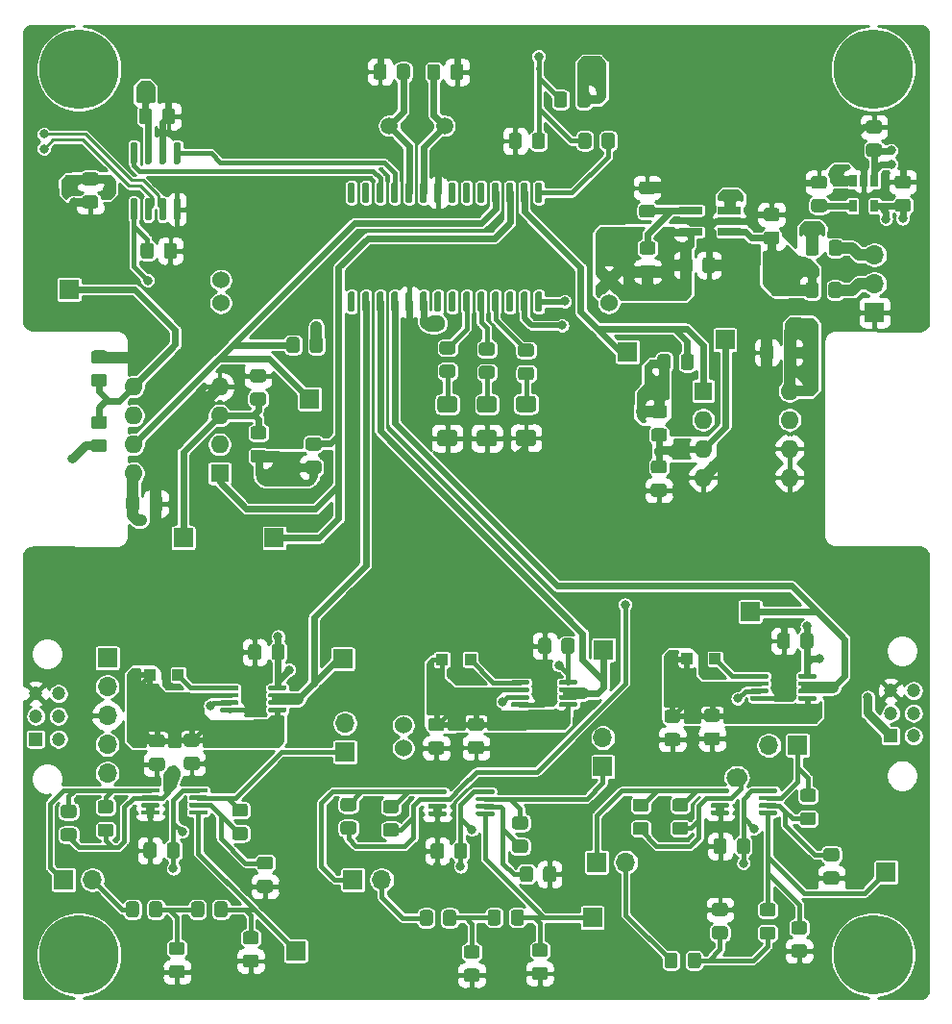
<source format=gbr>
%TF.GenerationSoftware,KiCad,Pcbnew,(5.1.6)-1*%
%TF.CreationDate,2021-11-24T20:01:51-05:00*%
%TF.ProjectId,mama_board,6d616d61-5f62-46f6-9172-642e6b696361,rev?*%
%TF.SameCoordinates,Original*%
%TF.FileFunction,Copper,L1,Top*%
%TF.FilePolarity,Positive*%
%FSLAX46Y46*%
G04 Gerber Fmt 4.6, Leading zero omitted, Abs format (unit mm)*
G04 Created by KiCad (PCBNEW (5.1.6)-1) date 2021-11-24 20:01:51*
%MOMM*%
%LPD*%
G01*
G04 APERTURE LIST*
%TA.AperFunction,ComponentPad*%
%ADD10C,1.524000*%
%TD*%
%TA.AperFunction,ComponentPad*%
%ADD11O,1.600000X1.600000*%
%TD*%
%TA.AperFunction,ComponentPad*%
%ADD12R,1.600000X1.600000*%
%TD*%
%TA.AperFunction,ComponentPad*%
%ADD13C,7.000000*%
%TD*%
%TA.AperFunction,ComponentPad*%
%ADD14R,1.700000X1.700000*%
%TD*%
%TA.AperFunction,ComponentPad*%
%ADD15O,1.700000X1.700000*%
%TD*%
%TA.AperFunction,SMDPad,CuDef*%
%ADD16R,1.000000X1.000000*%
%TD*%
%TA.AperFunction,ComponentPad*%
%ADD17C,1.500000*%
%TD*%
%TA.AperFunction,SMDPad,CuDef*%
%ADD18R,2.000000X0.650000*%
%TD*%
%TA.AperFunction,SMDPad,CuDef*%
%ADD19R,0.650000X1.060000*%
%TD*%
%TA.AperFunction,ComponentPad*%
%ADD20C,1.200000*%
%TD*%
%TA.AperFunction,ComponentPad*%
%ADD21R,1.200000X1.200000*%
%TD*%
%TA.AperFunction,ViaPad*%
%ADD22C,0.800000*%
%TD*%
%TA.AperFunction,Conductor*%
%ADD23C,0.800000*%
%TD*%
%TA.AperFunction,Conductor*%
%ADD24C,0.250000*%
%TD*%
%TA.AperFunction,Conductor*%
%ADD25C,0.400000*%
%TD*%
%TA.AperFunction,Conductor*%
%ADD26C,0.600000*%
%TD*%
%TA.AperFunction,Conductor*%
%ADD27C,1.000000*%
%TD*%
%TA.AperFunction,Conductor*%
%ADD28C,0.203200*%
%TD*%
%TA.AperFunction,Conductor*%
%ADD29C,0.420000*%
%TD*%
%TA.AperFunction,Conductor*%
%ADD30C,0.500000*%
%TD*%
%TA.AperFunction,Conductor*%
%ADD31C,0.254000*%
%TD*%
G04 APERTURE END LIST*
D10*
%TO.P,U15,2*%
%TO.N,+36V*%
X141600000Y-127800000D03*
%TO.P,U15,1*%
%TO.N,/Detector Circuit 3/SIPM_OUT_3*%
X141600000Y-129800000D03*
%TD*%
D11*
%TO.P,U11,8*%
%TO.N,+5V*%
X117780000Y-105600000D03*
%TO.P,U11,4*%
%TO.N,GND*%
X125400000Y-97980000D03*
%TO.P,U11,7*%
%TO.N,/Comparitor Circuits/INTERRUPT_2*%
X117780000Y-103060000D03*
%TO.P,U11,3*%
%TO.N,Net-(R32-Pad2)*%
X125400000Y-100520000D03*
%TO.P,U11,6*%
%TO.N,/AMP_OUT_2*%
X117780000Y-100520000D03*
%TO.P,U11,2*%
%TO.N,/AMP_OUT_1*%
X125400000Y-103060000D03*
%TO.P,U11,5*%
%TO.N,Net-(R34-Pad2)*%
X117780000Y-97980000D03*
D12*
%TO.P,U11,1*%
%TO.N,/Comparitor Circuits/INTERRUPT_1*%
X125400000Y-105600000D03*
%TD*%
%TO.P,R28,1*%
%TO.N,+5V*%
%TA.AperFunction,SMDPad,CuDef*%
G36*
G01*
X134500000Y-93849999D02*
X134500000Y-94750001D01*
G75*
G02*
X134250001Y-95000000I-249999J0D01*
G01*
X133599999Y-95000000D01*
G75*
G02*
X133350000Y-94750001I0J249999D01*
G01*
X133350000Y-93849999D01*
G75*
G02*
X133599999Y-93600000I249999J0D01*
G01*
X134250001Y-93600000D01*
G75*
G02*
X134500000Y-93849999I0J-249999D01*
G01*
G37*
%TD.AperFunction*%
%TO.P,R28,2*%
%TO.N,/Comparitor Circuits/INTERRUPT_2*%
%TA.AperFunction,SMDPad,CuDef*%
G36*
G01*
X132450000Y-93849999D02*
X132450000Y-94750001D01*
G75*
G02*
X132200001Y-95000000I-249999J0D01*
G01*
X131549999Y-95000000D01*
G75*
G02*
X131300000Y-94750001I0J249999D01*
G01*
X131300000Y-93849999D01*
G75*
G02*
X131549999Y-93600000I249999J0D01*
G01*
X132200001Y-93600000D01*
G75*
G02*
X132450000Y-93849999I0J-249999D01*
G01*
G37*
%TD.AperFunction*%
%TD*%
%TO.P,R27,1*%
%TO.N,+5V*%
%TA.AperFunction,SMDPad,CuDef*%
G36*
G01*
X164000000Y-96250001D02*
X164000000Y-95349999D01*
G75*
G02*
X164249999Y-95100000I249999J0D01*
G01*
X164900001Y-95100000D01*
G75*
G02*
X165150000Y-95349999I0J-249999D01*
G01*
X165150000Y-96250001D01*
G75*
G02*
X164900001Y-96500000I-249999J0D01*
G01*
X164249999Y-96500000D01*
G75*
G02*
X164000000Y-96250001I0J249999D01*
G01*
G37*
%TD.AperFunction*%
%TO.P,R27,2*%
%TO.N,/Comparitor Circuits/INTERRUPT_3*%
%TA.AperFunction,SMDPad,CuDef*%
G36*
G01*
X166050000Y-96250001D02*
X166050000Y-95349999D01*
G75*
G02*
X166299999Y-95100000I249999J0D01*
G01*
X166950001Y-95100000D01*
G75*
G02*
X167200000Y-95349999I0J-249999D01*
G01*
X167200000Y-96250001D01*
G75*
G02*
X166950001Y-96500000I-249999J0D01*
G01*
X166299999Y-96500000D01*
G75*
G02*
X166050000Y-96250001I0J249999D01*
G01*
G37*
%TD.AperFunction*%
%TD*%
%TO.P,R26,1*%
%TO.N,+5V*%
%TA.AperFunction,SMDPad,CuDef*%
G36*
G01*
X134125001Y-105650000D02*
X133224999Y-105650000D01*
G75*
G02*
X132975000Y-105400001I0J249999D01*
G01*
X132975000Y-104749999D01*
G75*
G02*
X133224999Y-104500000I249999J0D01*
G01*
X134125001Y-104500000D01*
G75*
G02*
X134375000Y-104749999I0J-249999D01*
G01*
X134375000Y-105400001D01*
G75*
G02*
X134125001Y-105650000I-249999J0D01*
G01*
G37*
%TD.AperFunction*%
%TO.P,R26,2*%
%TO.N,/Comparitor Circuits/INTERRUPT_1*%
%TA.AperFunction,SMDPad,CuDef*%
G36*
G01*
X134125001Y-103600000D02*
X133224999Y-103600000D01*
G75*
G02*
X132975000Y-103350001I0J249999D01*
G01*
X132975000Y-102699999D01*
G75*
G02*
X133224999Y-102450000I249999J0D01*
G01*
X134125001Y-102450000D01*
G75*
G02*
X134375000Y-102699999I0J-249999D01*
G01*
X134375000Y-103350001D01*
G75*
G02*
X134125001Y-103600000I-249999J0D01*
G01*
G37*
%TD.AperFunction*%
%TD*%
D13*
%TO.P,REF\u002A\u002A,1*%
%TO.N,N/C*%
X183000000Y-70000000D03*
%TD*%
%TO.P,REF\u002A\u002A,1*%
%TO.N,N/C*%
X113000000Y-70000000D03*
%TD*%
%TO.P,REF\u002A\u002A,1*%
%TO.N,N/C*%
X113000000Y-148000000D03*
%TD*%
%TO.P,REF\u002A\u002A,1*%
%TO.N,N/C*%
X183000000Y-148000000D03*
%TD*%
%TO.P,U5,28*%
%TO.N,/Microcontroller/ICSPDAT*%
%TA.AperFunction,SMDPad,CuDef*%
G36*
G01*
X153381200Y-89595600D02*
X153681200Y-89595600D01*
G75*
G02*
X153831200Y-89745600I0J-150000D01*
G01*
X153831200Y-91245600D01*
G75*
G02*
X153681200Y-91395600I-150000J0D01*
G01*
X153381200Y-91395600D01*
G75*
G02*
X153231200Y-91245600I0J150000D01*
G01*
X153231200Y-89745600D01*
G75*
G02*
X153381200Y-89595600I150000J0D01*
G01*
G37*
%TD.AperFunction*%
%TO.P,U5,27*%
%TO.N,/Microcontroller/ICSPCLK*%
%TA.AperFunction,SMDPad,CuDef*%
G36*
G01*
X152111200Y-89595600D02*
X152411200Y-89595600D01*
G75*
G02*
X152561200Y-89745600I0J-150000D01*
G01*
X152561200Y-91245600D01*
G75*
G02*
X152411200Y-91395600I-150000J0D01*
G01*
X152111200Y-91395600D01*
G75*
G02*
X151961200Y-91245600I0J150000D01*
G01*
X151961200Y-89745600D01*
G75*
G02*
X152111200Y-89595600I150000J0D01*
G01*
G37*
%TD.AperFunction*%
%TO.P,U5,26*%
%TO.N,Net-(U5-Pad26)*%
%TA.AperFunction,SMDPad,CuDef*%
G36*
G01*
X150841200Y-89595600D02*
X151141200Y-89595600D01*
G75*
G02*
X151291200Y-89745600I0J-150000D01*
G01*
X151291200Y-91245600D01*
G75*
G02*
X151141200Y-91395600I-150000J0D01*
G01*
X150841200Y-91395600D01*
G75*
G02*
X150691200Y-91245600I0J150000D01*
G01*
X150691200Y-89745600D01*
G75*
G02*
X150841200Y-89595600I150000J0D01*
G01*
G37*
%TD.AperFunction*%
%TO.P,U5,25*%
%TO.N,Net-(R5-Pad1)*%
%TA.AperFunction,SMDPad,CuDef*%
G36*
G01*
X149571200Y-89595600D02*
X149871200Y-89595600D01*
G75*
G02*
X150021200Y-89745600I0J-150000D01*
G01*
X150021200Y-91245600D01*
G75*
G02*
X149871200Y-91395600I-150000J0D01*
G01*
X149571200Y-91395600D01*
G75*
G02*
X149421200Y-91245600I0J150000D01*
G01*
X149421200Y-89745600D01*
G75*
G02*
X149571200Y-89595600I150000J0D01*
G01*
G37*
%TD.AperFunction*%
%TO.P,U5,24*%
%TO.N,Net-(R4-Pad1)*%
%TA.AperFunction,SMDPad,CuDef*%
G36*
G01*
X148301200Y-89595600D02*
X148601200Y-89595600D01*
G75*
G02*
X148751200Y-89745600I0J-150000D01*
G01*
X148751200Y-91245600D01*
G75*
G02*
X148601200Y-91395600I-150000J0D01*
G01*
X148301200Y-91395600D01*
G75*
G02*
X148151200Y-91245600I0J150000D01*
G01*
X148151200Y-89745600D01*
G75*
G02*
X148301200Y-89595600I150000J0D01*
G01*
G37*
%TD.AperFunction*%
%TO.P,U5,23*%
%TO.N,Net-(R9-Pad1)*%
%TA.AperFunction,SMDPad,CuDef*%
G36*
G01*
X147031200Y-89595600D02*
X147331200Y-89595600D01*
G75*
G02*
X147481200Y-89745600I0J-150000D01*
G01*
X147481200Y-91245600D01*
G75*
G02*
X147331200Y-91395600I-150000J0D01*
G01*
X147031200Y-91395600D01*
G75*
G02*
X146881200Y-91245600I0J150000D01*
G01*
X146881200Y-89745600D01*
G75*
G02*
X147031200Y-89595600I150000J0D01*
G01*
G37*
%TD.AperFunction*%
%TO.P,U5,22*%
%TO.N,Net-(U5-Pad22)*%
%TA.AperFunction,SMDPad,CuDef*%
G36*
G01*
X145761200Y-89595600D02*
X146061200Y-89595600D01*
G75*
G02*
X146211200Y-89745600I0J-150000D01*
G01*
X146211200Y-91245600D01*
G75*
G02*
X146061200Y-91395600I-150000J0D01*
G01*
X145761200Y-91395600D01*
G75*
G02*
X145611200Y-91245600I0J150000D01*
G01*
X145611200Y-89745600D01*
G75*
G02*
X145761200Y-89595600I150000J0D01*
G01*
G37*
%TD.AperFunction*%
%TO.P,U5,21*%
%TO.N,Net-(U5-Pad21)*%
%TA.AperFunction,SMDPad,CuDef*%
G36*
G01*
X144491200Y-89595600D02*
X144791200Y-89595600D01*
G75*
G02*
X144941200Y-89745600I0J-150000D01*
G01*
X144941200Y-91245600D01*
G75*
G02*
X144791200Y-91395600I-150000J0D01*
G01*
X144491200Y-91395600D01*
G75*
G02*
X144341200Y-91245600I0J150000D01*
G01*
X144341200Y-89745600D01*
G75*
G02*
X144491200Y-89595600I150000J0D01*
G01*
G37*
%TD.AperFunction*%
%TO.P,U5,20*%
%TO.N,+5V*%
%TA.AperFunction,SMDPad,CuDef*%
G36*
G01*
X143221200Y-89595600D02*
X143521200Y-89595600D01*
G75*
G02*
X143671200Y-89745600I0J-150000D01*
G01*
X143671200Y-91245600D01*
G75*
G02*
X143521200Y-91395600I-150000J0D01*
G01*
X143221200Y-91395600D01*
G75*
G02*
X143071200Y-91245600I0J150000D01*
G01*
X143071200Y-89745600D01*
G75*
G02*
X143221200Y-89595600I150000J0D01*
G01*
G37*
%TD.AperFunction*%
%TO.P,U5,19*%
%TO.N,GND*%
%TA.AperFunction,SMDPad,CuDef*%
G36*
G01*
X141951200Y-89595600D02*
X142251200Y-89595600D01*
G75*
G02*
X142401200Y-89745600I0J-150000D01*
G01*
X142401200Y-91245600D01*
G75*
G02*
X142251200Y-91395600I-150000J0D01*
G01*
X141951200Y-91395600D01*
G75*
G02*
X141801200Y-91245600I0J150000D01*
G01*
X141801200Y-89745600D01*
G75*
G02*
X141951200Y-89595600I150000J0D01*
G01*
G37*
%TD.AperFunction*%
%TO.P,U5,18*%
%TO.N,/DET_ADC_3*%
%TA.AperFunction,SMDPad,CuDef*%
G36*
G01*
X140681200Y-89595600D02*
X140981200Y-89595600D01*
G75*
G02*
X141131200Y-89745600I0J-150000D01*
G01*
X141131200Y-91245600D01*
G75*
G02*
X140981200Y-91395600I-150000J0D01*
G01*
X140681200Y-91395600D01*
G75*
G02*
X140531200Y-91245600I0J150000D01*
G01*
X140531200Y-89745600D01*
G75*
G02*
X140681200Y-89595600I150000J0D01*
G01*
G37*
%TD.AperFunction*%
%TO.P,U5,17*%
%TO.N,/DET_ADC_2*%
%TA.AperFunction,SMDPad,CuDef*%
G36*
G01*
X139411200Y-89595600D02*
X139711200Y-89595600D01*
G75*
G02*
X139861200Y-89745600I0J-150000D01*
G01*
X139861200Y-91245600D01*
G75*
G02*
X139711200Y-91395600I-150000J0D01*
G01*
X139411200Y-91395600D01*
G75*
G02*
X139261200Y-91245600I0J150000D01*
G01*
X139261200Y-89745600D01*
G75*
G02*
X139411200Y-89595600I150000J0D01*
G01*
G37*
%TD.AperFunction*%
%TO.P,U5,16*%
%TO.N,/DET_ADC_1*%
%TA.AperFunction,SMDPad,CuDef*%
G36*
G01*
X138141200Y-89595600D02*
X138441200Y-89595600D01*
G75*
G02*
X138591200Y-89745600I0J-150000D01*
G01*
X138591200Y-91245600D01*
G75*
G02*
X138441200Y-91395600I-150000J0D01*
G01*
X138141200Y-91395600D01*
G75*
G02*
X137991200Y-91245600I0J150000D01*
G01*
X137991200Y-89745600D01*
G75*
G02*
X138141200Y-89595600I150000J0D01*
G01*
G37*
%TD.AperFunction*%
%TO.P,U5,15*%
%TO.N,Net-(U5-Pad15)*%
%TA.AperFunction,SMDPad,CuDef*%
G36*
G01*
X136871200Y-89595600D02*
X137171200Y-89595600D01*
G75*
G02*
X137321200Y-89745600I0J-150000D01*
G01*
X137321200Y-91245600D01*
G75*
G02*
X137171200Y-91395600I-150000J0D01*
G01*
X136871200Y-91395600D01*
G75*
G02*
X136721200Y-91245600I0J150000D01*
G01*
X136721200Y-89745600D01*
G75*
G02*
X136871200Y-89595600I150000J0D01*
G01*
G37*
%TD.AperFunction*%
%TO.P,U5,14*%
%TO.N,Net-(U5-Pad14)*%
%TA.AperFunction,SMDPad,CuDef*%
G36*
G01*
X136871200Y-79995600D02*
X137171200Y-79995600D01*
G75*
G02*
X137321200Y-80145600I0J-150000D01*
G01*
X137321200Y-81645600D01*
G75*
G02*
X137171200Y-81795600I-150000J0D01*
G01*
X136871200Y-81795600D01*
G75*
G02*
X136721200Y-81645600I0J150000D01*
G01*
X136721200Y-80145600D01*
G75*
G02*
X136871200Y-79995600I150000J0D01*
G01*
G37*
%TD.AperFunction*%
%TO.P,U5,13*%
%TO.N,Net-(U5-Pad13)*%
%TA.AperFunction,SMDPad,CuDef*%
G36*
G01*
X138141200Y-79995600D02*
X138441200Y-79995600D01*
G75*
G02*
X138591200Y-80145600I0J-150000D01*
G01*
X138591200Y-81645600D01*
G75*
G02*
X138441200Y-81795600I-150000J0D01*
G01*
X138141200Y-81795600D01*
G75*
G02*
X137991200Y-81645600I0J150000D01*
G01*
X137991200Y-80145600D01*
G75*
G02*
X138141200Y-79995600I150000J0D01*
G01*
G37*
%TD.AperFunction*%
%TO.P,U5,12*%
%TO.N,/Microcontroller/PIC_RX*%
%TA.AperFunction,SMDPad,CuDef*%
G36*
G01*
X139411200Y-79995600D02*
X139711200Y-79995600D01*
G75*
G02*
X139861200Y-80145600I0J-150000D01*
G01*
X139861200Y-81645600D01*
G75*
G02*
X139711200Y-81795600I-150000J0D01*
G01*
X139411200Y-81795600D01*
G75*
G02*
X139261200Y-81645600I0J150000D01*
G01*
X139261200Y-80145600D01*
G75*
G02*
X139411200Y-79995600I150000J0D01*
G01*
G37*
%TD.AperFunction*%
%TO.P,U5,11*%
%TO.N,/Microcontroller/PIC_TX*%
%TA.AperFunction,SMDPad,CuDef*%
G36*
G01*
X140681200Y-79995600D02*
X140981200Y-79995600D01*
G75*
G02*
X141131200Y-80145600I0J-150000D01*
G01*
X141131200Y-81645600D01*
G75*
G02*
X140981200Y-81795600I-150000J0D01*
G01*
X140681200Y-81795600D01*
G75*
G02*
X140531200Y-81645600I0J150000D01*
G01*
X140531200Y-80145600D01*
G75*
G02*
X140681200Y-79995600I150000J0D01*
G01*
G37*
%TD.AperFunction*%
%TO.P,U5,10*%
%TO.N,/Microcontroller/OSC2*%
%TA.AperFunction,SMDPad,CuDef*%
G36*
G01*
X141951200Y-79995600D02*
X142251200Y-79995600D01*
G75*
G02*
X142401200Y-80145600I0J-150000D01*
G01*
X142401200Y-81645600D01*
G75*
G02*
X142251200Y-81795600I-150000J0D01*
G01*
X141951200Y-81795600D01*
G75*
G02*
X141801200Y-81645600I0J150000D01*
G01*
X141801200Y-80145600D01*
G75*
G02*
X141951200Y-79995600I150000J0D01*
G01*
G37*
%TD.AperFunction*%
%TO.P,U5,9*%
%TO.N,/Microcontroller/OSC1*%
%TA.AperFunction,SMDPad,CuDef*%
G36*
G01*
X143221200Y-79995600D02*
X143521200Y-79995600D01*
G75*
G02*
X143671200Y-80145600I0J-150000D01*
G01*
X143671200Y-81645600D01*
G75*
G02*
X143521200Y-81795600I-150000J0D01*
G01*
X143221200Y-81795600D01*
G75*
G02*
X143071200Y-81645600I0J150000D01*
G01*
X143071200Y-80145600D01*
G75*
G02*
X143221200Y-79995600I150000J0D01*
G01*
G37*
%TD.AperFunction*%
%TO.P,U5,8*%
%TO.N,GND*%
%TA.AperFunction,SMDPad,CuDef*%
G36*
G01*
X144491200Y-79995600D02*
X144791200Y-79995600D01*
G75*
G02*
X144941200Y-80145600I0J-150000D01*
G01*
X144941200Y-81645600D01*
G75*
G02*
X144791200Y-81795600I-150000J0D01*
G01*
X144491200Y-81795600D01*
G75*
G02*
X144341200Y-81645600I0J150000D01*
G01*
X144341200Y-80145600D01*
G75*
G02*
X144491200Y-79995600I150000J0D01*
G01*
G37*
%TD.AperFunction*%
%TO.P,U5,7*%
%TO.N,Net-(U5-Pad7)*%
%TA.AperFunction,SMDPad,CuDef*%
G36*
G01*
X145761200Y-79995600D02*
X146061200Y-79995600D01*
G75*
G02*
X146211200Y-80145600I0J-150000D01*
G01*
X146211200Y-81645600D01*
G75*
G02*
X146061200Y-81795600I-150000J0D01*
G01*
X145761200Y-81795600D01*
G75*
G02*
X145611200Y-81645600I0J150000D01*
G01*
X145611200Y-80145600D01*
G75*
G02*
X145761200Y-79995600I150000J0D01*
G01*
G37*
%TD.AperFunction*%
%TO.P,U5,6*%
%TO.N,Net-(U5-Pad6)*%
%TA.AperFunction,SMDPad,CuDef*%
G36*
G01*
X147031200Y-79995600D02*
X147331200Y-79995600D01*
G75*
G02*
X147481200Y-80145600I0J-150000D01*
G01*
X147481200Y-81645600D01*
G75*
G02*
X147331200Y-81795600I-150000J0D01*
G01*
X147031200Y-81795600D01*
G75*
G02*
X146881200Y-81645600I0J150000D01*
G01*
X146881200Y-80145600D01*
G75*
G02*
X147031200Y-79995600I150000J0D01*
G01*
G37*
%TD.AperFunction*%
%TO.P,U5,5*%
%TO.N,Net-(U5-Pad5)*%
%TA.AperFunction,SMDPad,CuDef*%
G36*
G01*
X148301200Y-79995600D02*
X148601200Y-79995600D01*
G75*
G02*
X148751200Y-80145600I0J-150000D01*
G01*
X148751200Y-81645600D01*
G75*
G02*
X148601200Y-81795600I-150000J0D01*
G01*
X148301200Y-81795600D01*
G75*
G02*
X148151200Y-81645600I0J150000D01*
G01*
X148151200Y-80145600D01*
G75*
G02*
X148301200Y-79995600I150000J0D01*
G01*
G37*
%TD.AperFunction*%
%TO.P,U5,4*%
%TO.N,/Comparitor Circuits/INTERRUPT_2*%
%TA.AperFunction,SMDPad,CuDef*%
G36*
G01*
X149571200Y-79995600D02*
X149871200Y-79995600D01*
G75*
G02*
X150021200Y-80145600I0J-150000D01*
G01*
X150021200Y-81645600D01*
G75*
G02*
X149871200Y-81795600I-150000J0D01*
G01*
X149571200Y-81795600D01*
G75*
G02*
X149421200Y-81645600I0J150000D01*
G01*
X149421200Y-80145600D01*
G75*
G02*
X149571200Y-79995600I150000J0D01*
G01*
G37*
%TD.AperFunction*%
%TO.P,U5,3*%
%TO.N,/Comparitor Circuits/INTERRUPT_1*%
%TA.AperFunction,SMDPad,CuDef*%
G36*
G01*
X150841200Y-79995600D02*
X151141200Y-79995600D01*
G75*
G02*
X151291200Y-80145600I0J-150000D01*
G01*
X151291200Y-81645600D01*
G75*
G02*
X151141200Y-81795600I-150000J0D01*
G01*
X150841200Y-81795600D01*
G75*
G02*
X150691200Y-81645600I0J150000D01*
G01*
X150691200Y-80145600D01*
G75*
G02*
X150841200Y-79995600I150000J0D01*
G01*
G37*
%TD.AperFunction*%
%TO.P,U5,2*%
%TO.N,/Comparitor Circuits/INTERRUPT_3*%
%TA.AperFunction,SMDPad,CuDef*%
G36*
G01*
X152111200Y-79995600D02*
X152411200Y-79995600D01*
G75*
G02*
X152561200Y-80145600I0J-150000D01*
G01*
X152561200Y-81645600D01*
G75*
G02*
X152411200Y-81795600I-150000J0D01*
G01*
X152111200Y-81795600D01*
G75*
G02*
X151961200Y-81645600I0J150000D01*
G01*
X151961200Y-80145600D01*
G75*
G02*
X152111200Y-79995600I150000J0D01*
G01*
G37*
%TD.AperFunction*%
%TO.P,U5,1*%
%TO.N,Net-(R6-Pad1)*%
%TA.AperFunction,SMDPad,CuDef*%
G36*
G01*
X153381200Y-79995600D02*
X153681200Y-79995600D01*
G75*
G02*
X153831200Y-80145600I0J-150000D01*
G01*
X153831200Y-81645600D01*
G75*
G02*
X153681200Y-81795600I-150000J0D01*
G01*
X153381200Y-81795600D01*
G75*
G02*
X153231200Y-81645600I0J150000D01*
G01*
X153231200Y-80145600D01*
G75*
G02*
X153381200Y-79995600I150000J0D01*
G01*
G37*
%TD.AperFunction*%
%TD*%
D10*
%TO.P,U14,2*%
%TO.N,+36V*%
X159700000Y-88600000D03*
%TO.P,U14,1*%
%TO.N,/Detector Circuit 2/SIPM_OUT_2*%
X159700000Y-90600000D03*
%TD*%
%TO.P,U13,2*%
%TO.N,+36V*%
X125500000Y-88600000D03*
%TO.P,U13,1*%
%TO.N,/Detector Circuit 1/SIPM_OUT_1*%
X125500000Y-90600000D03*
%TD*%
%TO.P,U9,8*%
%TO.N,+4.7V*%
%TA.AperFunction,SMDPad,CuDef*%
G36*
G01*
X176379040Y-123578260D02*
X176379040Y-123378260D01*
G75*
G02*
X176479040Y-123278260I100000J0D01*
G01*
X177904040Y-123278260D01*
G75*
G02*
X178004040Y-123378260I0J-100000D01*
G01*
X178004040Y-123578260D01*
G75*
G02*
X177904040Y-123678260I-100000J0D01*
G01*
X176479040Y-123678260D01*
G75*
G02*
X176379040Y-123578260I0J100000D01*
G01*
G37*
%TD.AperFunction*%
%TO.P,U9,7*%
%TO.N,/DET_ADC_3*%
%TA.AperFunction,SMDPad,CuDef*%
G36*
G01*
X176379040Y-124228260D02*
X176379040Y-124028260D01*
G75*
G02*
X176479040Y-123928260I100000J0D01*
G01*
X177904040Y-123928260D01*
G75*
G02*
X178004040Y-124028260I0J-100000D01*
G01*
X178004040Y-124228260D01*
G75*
G02*
X177904040Y-124328260I-100000J0D01*
G01*
X176479040Y-124328260D01*
G75*
G02*
X176379040Y-124228260I0J100000D01*
G01*
G37*
%TD.AperFunction*%
%TO.P,U9,6*%
%TA.AperFunction,SMDPad,CuDef*%
G36*
G01*
X176379040Y-124878260D02*
X176379040Y-124678260D01*
G75*
G02*
X176479040Y-124578260I100000J0D01*
G01*
X177904040Y-124578260D01*
G75*
G02*
X178004040Y-124678260I0J-100000D01*
G01*
X178004040Y-124878260D01*
G75*
G02*
X177904040Y-124978260I-100000J0D01*
G01*
X176479040Y-124978260D01*
G75*
G02*
X176379040Y-124878260I0J100000D01*
G01*
G37*
%TD.AperFunction*%
%TO.P,U9,5*%
%TO.N,Net-(C28-Pad1)*%
%TA.AperFunction,SMDPad,CuDef*%
G36*
G01*
X176379040Y-125528260D02*
X176379040Y-125328260D01*
G75*
G02*
X176479040Y-125228260I100000J0D01*
G01*
X177904040Y-125228260D01*
G75*
G02*
X178004040Y-125328260I0J-100000D01*
G01*
X178004040Y-125528260D01*
G75*
G02*
X177904040Y-125628260I-100000J0D01*
G01*
X176479040Y-125628260D01*
G75*
G02*
X176379040Y-125528260I0J100000D01*
G01*
G37*
%TD.AperFunction*%
%TO.P,U9,4*%
%TO.N,GND*%
%TA.AperFunction,SMDPad,CuDef*%
G36*
G01*
X172154040Y-125528260D02*
X172154040Y-125328260D01*
G75*
G02*
X172254040Y-125228260I100000J0D01*
G01*
X173679040Y-125228260D01*
G75*
G02*
X173779040Y-125328260I0J-100000D01*
G01*
X173779040Y-125528260D01*
G75*
G02*
X173679040Y-125628260I-100000J0D01*
G01*
X172254040Y-125628260D01*
G75*
G02*
X172154040Y-125528260I0J100000D01*
G01*
G37*
%TD.AperFunction*%
%TO.P,U9,3*%
%TO.N,/AMP_OUT_3*%
%TA.AperFunction,SMDPad,CuDef*%
G36*
G01*
X172154040Y-124878260D02*
X172154040Y-124678260D01*
G75*
G02*
X172254040Y-124578260I100000J0D01*
G01*
X173679040Y-124578260D01*
G75*
G02*
X173779040Y-124678260I0J-100000D01*
G01*
X173779040Y-124878260D01*
G75*
G02*
X173679040Y-124978260I-100000J0D01*
G01*
X172254040Y-124978260D01*
G75*
G02*
X172154040Y-124878260I0J100000D01*
G01*
G37*
%TD.AperFunction*%
%TO.P,U9,2*%
%TO.N,Net-(C28-Pad1)*%
%TA.AperFunction,SMDPad,CuDef*%
G36*
G01*
X172154040Y-124228260D02*
X172154040Y-124028260D01*
G75*
G02*
X172254040Y-123928260I100000J0D01*
G01*
X173679040Y-123928260D01*
G75*
G02*
X173779040Y-124028260I0J-100000D01*
G01*
X173779040Y-124228260D01*
G75*
G02*
X173679040Y-124328260I-100000J0D01*
G01*
X172254040Y-124328260D01*
G75*
G02*
X172154040Y-124228260I0J100000D01*
G01*
G37*
%TD.AperFunction*%
%TO.P,U9,1*%
%TO.N,Net-(D6-Pad2)*%
%TA.AperFunction,SMDPad,CuDef*%
G36*
G01*
X172154040Y-123578260D02*
X172154040Y-123378260D01*
G75*
G02*
X172254040Y-123278260I100000J0D01*
G01*
X173679040Y-123278260D01*
G75*
G02*
X173779040Y-123378260I0J-100000D01*
G01*
X173779040Y-123578260D01*
G75*
G02*
X173679040Y-123678260I-100000J0D01*
G01*
X172254040Y-123678260D01*
G75*
G02*
X172154040Y-123578260I0J100000D01*
G01*
G37*
%TD.AperFunction*%
%TD*%
%TO.P,U8,8*%
%TO.N,+4.7V*%
%TA.AperFunction,SMDPad,CuDef*%
G36*
G01*
X172912500Y-133650000D02*
X172912500Y-133450000D01*
G75*
G02*
X173012500Y-133350000I100000J0D01*
G01*
X174437500Y-133350000D01*
G75*
G02*
X174537500Y-133450000I0J-100000D01*
G01*
X174537500Y-133650000D01*
G75*
G02*
X174437500Y-133750000I-100000J0D01*
G01*
X173012500Y-133750000D01*
G75*
G02*
X172912500Y-133650000I0J100000D01*
G01*
G37*
%TD.AperFunction*%
%TO.P,U8,7*%
%TO.N,Net-(JP6-Pad1)*%
%TA.AperFunction,SMDPad,CuDef*%
G36*
G01*
X172912500Y-134300000D02*
X172912500Y-134100000D01*
G75*
G02*
X173012500Y-134000000I100000J0D01*
G01*
X174437500Y-134000000D01*
G75*
G02*
X174537500Y-134100000I0J-100000D01*
G01*
X174537500Y-134300000D01*
G75*
G02*
X174437500Y-134400000I-100000J0D01*
G01*
X173012500Y-134400000D01*
G75*
G02*
X172912500Y-134300000I0J100000D01*
G01*
G37*
%TD.AperFunction*%
%TO.P,U8,6*%
%TO.N,Net-(R23-Pad1)*%
%TA.AperFunction,SMDPad,CuDef*%
G36*
G01*
X172912500Y-134950000D02*
X172912500Y-134750000D01*
G75*
G02*
X173012500Y-134650000I100000J0D01*
G01*
X174437500Y-134650000D01*
G75*
G02*
X174537500Y-134750000I0J-100000D01*
G01*
X174537500Y-134950000D01*
G75*
G02*
X174437500Y-135050000I-100000J0D01*
G01*
X173012500Y-135050000D01*
G75*
G02*
X172912500Y-134950000I0J100000D01*
G01*
G37*
%TD.AperFunction*%
%TO.P,U8,5*%
%TO.N,Net-(C26-Pad2)*%
%TA.AperFunction,SMDPad,CuDef*%
G36*
G01*
X172912500Y-135600000D02*
X172912500Y-135400000D01*
G75*
G02*
X173012500Y-135300000I100000J0D01*
G01*
X174437500Y-135300000D01*
G75*
G02*
X174537500Y-135400000I0J-100000D01*
G01*
X174537500Y-135600000D01*
G75*
G02*
X174437500Y-135700000I-100000J0D01*
G01*
X173012500Y-135700000D01*
G75*
G02*
X172912500Y-135600000I0J100000D01*
G01*
G37*
%TD.AperFunction*%
%TO.P,U8,4*%
%TO.N,GND*%
%TA.AperFunction,SMDPad,CuDef*%
G36*
G01*
X168687500Y-135600000D02*
X168687500Y-135400000D01*
G75*
G02*
X168787500Y-135300000I100000J0D01*
G01*
X170212500Y-135300000D01*
G75*
G02*
X170312500Y-135400000I0J-100000D01*
G01*
X170312500Y-135600000D01*
G75*
G02*
X170212500Y-135700000I-100000J0D01*
G01*
X168787500Y-135700000D01*
G75*
G02*
X168687500Y-135600000I0J100000D01*
G01*
G37*
%TD.AperFunction*%
%TO.P,U8,3*%
%TA.AperFunction,SMDPad,CuDef*%
G36*
G01*
X168687500Y-134950000D02*
X168687500Y-134750000D01*
G75*
G02*
X168787500Y-134650000I100000J0D01*
G01*
X170212500Y-134650000D01*
G75*
G02*
X170312500Y-134750000I0J-100000D01*
G01*
X170312500Y-134950000D01*
G75*
G02*
X170212500Y-135050000I-100000J0D01*
G01*
X168787500Y-135050000D01*
G75*
G02*
X168687500Y-134950000I0J100000D01*
G01*
G37*
%TD.AperFunction*%
%TO.P,U8,2*%
%TO.N,/Detector Circuit 3/SIPM_OUT_3*%
%TA.AperFunction,SMDPad,CuDef*%
G36*
G01*
X168687500Y-134300000D02*
X168687500Y-134100000D01*
G75*
G02*
X168787500Y-134000000I100000J0D01*
G01*
X170212500Y-134000000D01*
G75*
G02*
X170312500Y-134100000I0J-100000D01*
G01*
X170312500Y-134300000D01*
G75*
G02*
X170212500Y-134400000I-100000J0D01*
G01*
X168787500Y-134400000D01*
G75*
G02*
X168687500Y-134300000I0J100000D01*
G01*
G37*
%TD.AperFunction*%
%TO.P,U8,1*%
%TO.N,Net-(C24-Pad1)*%
%TA.AperFunction,SMDPad,CuDef*%
G36*
G01*
X168687500Y-133650000D02*
X168687500Y-133450000D01*
G75*
G02*
X168787500Y-133350000I100000J0D01*
G01*
X170212500Y-133350000D01*
G75*
G02*
X170312500Y-133450000I0J-100000D01*
G01*
X170312500Y-133650000D01*
G75*
G02*
X170212500Y-133750000I-100000J0D01*
G01*
X168787500Y-133750000D01*
G75*
G02*
X168687500Y-133650000I0J100000D01*
G01*
G37*
%TD.AperFunction*%
%TD*%
D14*
%TO.P,TP6,1*%
%TO.N,/DET_ADC_3*%
X172148500Y-117792500D03*
%TD*%
%TO.P,TP3,1*%
%TO.N,Net-(C20-Pad2)*%
X158250000Y-144725000D03*
%TD*%
%TO.P,R25,2*%
%TO.N,GND*%
%TA.AperFunction,SMDPad,CuDef*%
G36*
G01*
X168359039Y-128403260D02*
X169259041Y-128403260D01*
G75*
G02*
X169509040Y-128653259I0J-249999D01*
G01*
X169509040Y-129303261D01*
G75*
G02*
X169259041Y-129553260I-249999J0D01*
G01*
X168359039Y-129553260D01*
G75*
G02*
X168109040Y-129303261I0J249999D01*
G01*
X168109040Y-128653259D01*
G75*
G02*
X168359039Y-128403260I249999J0D01*
G01*
G37*
%TD.AperFunction*%
%TO.P,R25,1*%
%TO.N,Net-(C28-Pad1)*%
%TA.AperFunction,SMDPad,CuDef*%
G36*
G01*
X168359039Y-126353260D02*
X169259041Y-126353260D01*
G75*
G02*
X169509040Y-126603259I0J-249999D01*
G01*
X169509040Y-127253261D01*
G75*
G02*
X169259041Y-127503260I-249999J0D01*
G01*
X168359039Y-127503260D01*
G75*
G02*
X168109040Y-127253261I0J249999D01*
G01*
X168109040Y-126603259D01*
G75*
G02*
X168359039Y-126353260I249999J0D01*
G01*
G37*
%TD.AperFunction*%
%TD*%
%TO.P,R24,2*%
%TO.N,Net-(R23-Pad1)*%
%TA.AperFunction,SMDPad,CuDef*%
G36*
G01*
X176825619Y-135443220D02*
X177725621Y-135443220D01*
G75*
G02*
X177975620Y-135693219I0J-249999D01*
G01*
X177975620Y-136343221D01*
G75*
G02*
X177725621Y-136593220I-249999J0D01*
G01*
X176825619Y-136593220D01*
G75*
G02*
X176575620Y-136343221I0J249999D01*
G01*
X176575620Y-135693219D01*
G75*
G02*
X176825619Y-135443220I249999J0D01*
G01*
G37*
%TD.AperFunction*%
%TO.P,R24,1*%
%TO.N,Net-(JP6-Pad1)*%
%TA.AperFunction,SMDPad,CuDef*%
G36*
G01*
X176825619Y-133393220D02*
X177725621Y-133393220D01*
G75*
G02*
X177975620Y-133643219I0J-249999D01*
G01*
X177975620Y-134293221D01*
G75*
G02*
X177725621Y-134543220I-249999J0D01*
G01*
X176825619Y-134543220D01*
G75*
G02*
X176575620Y-134293221I0J249999D01*
G01*
X176575620Y-133643219D01*
G75*
G02*
X176825619Y-133393220I249999J0D01*
G01*
G37*
%TD.AperFunction*%
%TD*%
%TO.P,R23,2*%
%TO.N,GND*%
%TA.AperFunction,SMDPad,CuDef*%
G36*
G01*
X178873999Y-140658000D02*
X179774001Y-140658000D01*
G75*
G02*
X180024000Y-140907999I0J-249999D01*
G01*
X180024000Y-141558001D01*
G75*
G02*
X179774001Y-141808000I-249999J0D01*
G01*
X178873999Y-141808000D01*
G75*
G02*
X178624000Y-141558001I0J249999D01*
G01*
X178624000Y-140907999D01*
G75*
G02*
X178873999Y-140658000I249999J0D01*
G01*
G37*
%TD.AperFunction*%
%TO.P,R23,1*%
%TO.N,Net-(R23-Pad1)*%
%TA.AperFunction,SMDPad,CuDef*%
G36*
G01*
X178873999Y-138608000D02*
X179774001Y-138608000D01*
G75*
G02*
X180024000Y-138857999I0J-249999D01*
G01*
X180024000Y-139508001D01*
G75*
G02*
X179774001Y-139758000I-249999J0D01*
G01*
X178873999Y-139758000D01*
G75*
G02*
X178624000Y-139508001I0J249999D01*
G01*
X178624000Y-138857999D01*
G75*
G02*
X178873999Y-138608000I249999J0D01*
G01*
G37*
%TD.AperFunction*%
%TD*%
%TO.P,R21,2*%
%TO.N,GND*%
%TA.AperFunction,SMDPad,CuDef*%
G36*
G01*
X169950001Y-144584000D02*
X169049999Y-144584000D01*
G75*
G02*
X168800000Y-144334001I0J249999D01*
G01*
X168800000Y-143683999D01*
G75*
G02*
X169049999Y-143434000I249999J0D01*
G01*
X169950001Y-143434000D01*
G75*
G02*
X170200000Y-143683999I0J-249999D01*
G01*
X170200000Y-144334001D01*
G75*
G02*
X169950001Y-144584000I-249999J0D01*
G01*
G37*
%TD.AperFunction*%
%TO.P,R21,1*%
%TO.N,Net-(C25-Pad1)*%
%TA.AperFunction,SMDPad,CuDef*%
G36*
G01*
X169950001Y-146634000D02*
X169049999Y-146634000D01*
G75*
G02*
X168800000Y-146384001I0J249999D01*
G01*
X168800000Y-145733999D01*
G75*
G02*
X169049999Y-145484000I249999J0D01*
G01*
X169950001Y-145484000D01*
G75*
G02*
X170200000Y-145733999I0J-249999D01*
G01*
X170200000Y-146384001D01*
G75*
G02*
X169950001Y-146634000I-249999J0D01*
G01*
G37*
%TD.AperFunction*%
%TD*%
%TO.P,R20,2*%
%TO.N,/Detector Circuit 3/SIPM_OUT_3*%
%TA.AperFunction,SMDPad,CuDef*%
G36*
G01*
X162057999Y-136308000D02*
X162958001Y-136308000D01*
G75*
G02*
X163208000Y-136557999I0J-249999D01*
G01*
X163208000Y-137208001D01*
G75*
G02*
X162958001Y-137458000I-249999J0D01*
G01*
X162057999Y-137458000D01*
G75*
G02*
X161808000Y-137208001I0J249999D01*
G01*
X161808000Y-136557999D01*
G75*
G02*
X162057999Y-136308000I249999J0D01*
G01*
G37*
%TD.AperFunction*%
%TO.P,R20,1*%
%TO.N,Net-(C24-Pad1)*%
%TA.AperFunction,SMDPad,CuDef*%
G36*
G01*
X162057999Y-134258000D02*
X162958001Y-134258000D01*
G75*
G02*
X163208000Y-134507999I0J-249999D01*
G01*
X163208000Y-135158001D01*
G75*
G02*
X162958001Y-135408000I-249999J0D01*
G01*
X162057999Y-135408000D01*
G75*
G02*
X161808000Y-135158001I0J249999D01*
G01*
X161808000Y-134507999D01*
G75*
G02*
X162057999Y-134258000I249999J0D01*
G01*
G37*
%TD.AperFunction*%
%TD*%
%TO.P,R3,2*%
%TO.N,Net-(C8-Pad1)*%
%TA.AperFunction,SMDPad,CuDef*%
G36*
G01*
X124050000Y-143549999D02*
X124050000Y-144450001D01*
G75*
G02*
X123800001Y-144700000I-249999J0D01*
G01*
X123149999Y-144700000D01*
G75*
G02*
X122900000Y-144450001I0J249999D01*
G01*
X122900000Y-143549999D01*
G75*
G02*
X123149999Y-143300000I249999J0D01*
G01*
X123800001Y-143300000D01*
G75*
G02*
X124050000Y-143549999I0J-249999D01*
G01*
G37*
%TD.AperFunction*%
%TO.P,R3,1*%
%TO.N,Net-(C12-Pad2)*%
%TA.AperFunction,SMDPad,CuDef*%
G36*
G01*
X126100000Y-143549999D02*
X126100000Y-144450001D01*
G75*
G02*
X125850001Y-144700000I-249999J0D01*
G01*
X125199999Y-144700000D01*
G75*
G02*
X124950000Y-144450001I0J249999D01*
G01*
X124950000Y-143549999D01*
G75*
G02*
X125199999Y-143300000I249999J0D01*
G01*
X125850001Y-143300000D01*
G75*
G02*
X126100000Y-143549999I0J-249999D01*
G01*
G37*
%TD.AperFunction*%
%TD*%
D15*
%TO.P,JP5,2*%
%TO.N,/Detector Circuit 3/Filter_IN*%
X161190000Y-139850000D03*
D14*
%TO.P,JP5,1*%
%TO.N,Net-(C24-Pad1)*%
X158650000Y-139850000D03*
%TD*%
D15*
%TO.P,JP2,2*%
%TO.N,/AMP_OUT_1*%
X136450000Y-127610000D03*
D14*
%TO.P,JP2,1*%
%TO.N,Net-(JP2-Pad1)*%
X136450000Y-130150000D03*
%TD*%
D16*
%TO.P,D6,2*%
%TO.N,Net-(D6-Pad2)*%
X169079040Y-121953260D03*
%TO.P,D6,1*%
%TO.N,Net-(C28-Pad1)*%
X166579040Y-121953260D03*
%TD*%
%TO.P,C20,2*%
%TO.N,Net-(C20-Pad2)*%
%TA.AperFunction,SMDPad,CuDef*%
G36*
G01*
X154075001Y-148175000D02*
X153174999Y-148175000D01*
G75*
G02*
X152925000Y-147925001I0J249999D01*
G01*
X152925000Y-147274999D01*
G75*
G02*
X153174999Y-147025000I249999J0D01*
G01*
X154075001Y-147025000D01*
G75*
G02*
X154325000Y-147274999I0J-249999D01*
G01*
X154325000Y-147925001D01*
G75*
G02*
X154075001Y-148175000I-249999J0D01*
G01*
G37*
%TD.AperFunction*%
%TO.P,C20,1*%
%TO.N,GND*%
%TA.AperFunction,SMDPad,CuDef*%
G36*
G01*
X154075001Y-150225000D02*
X153174999Y-150225000D01*
G75*
G02*
X152925000Y-149975001I0J249999D01*
G01*
X152925000Y-149324999D01*
G75*
G02*
X153174999Y-149075000I249999J0D01*
G01*
X154075001Y-149075000D01*
G75*
G02*
X154325000Y-149324999I0J-249999D01*
G01*
X154325000Y-149975001D01*
G75*
G02*
X154075001Y-150225000I-249999J0D01*
G01*
G37*
%TD.AperFunction*%
%TD*%
%TO.P,C18,2*%
%TO.N,/Detector Circuit 2/SIPM_OUT_2*%
%TA.AperFunction,SMDPad,CuDef*%
G36*
G01*
X140049999Y-136433000D02*
X140950001Y-136433000D01*
G75*
G02*
X141200000Y-136682999I0J-249999D01*
G01*
X141200000Y-137333001D01*
G75*
G02*
X140950001Y-137583000I-249999J0D01*
G01*
X140049999Y-137583000D01*
G75*
G02*
X139800000Y-137333001I0J249999D01*
G01*
X139800000Y-136682999D01*
G75*
G02*
X140049999Y-136433000I249999J0D01*
G01*
G37*
%TD.AperFunction*%
%TO.P,C18,1*%
%TO.N,Net-(C18-Pad1)*%
%TA.AperFunction,SMDPad,CuDef*%
G36*
G01*
X140049999Y-134383000D02*
X140950001Y-134383000D01*
G75*
G02*
X141200000Y-134632999I0J-249999D01*
G01*
X141200000Y-135283001D01*
G75*
G02*
X140950001Y-135533000I-249999J0D01*
G01*
X140049999Y-135533000D01*
G75*
G02*
X139800000Y-135283001I0J249999D01*
G01*
X139800000Y-134632999D01*
G75*
G02*
X140049999Y-134383000I249999J0D01*
G01*
G37*
%TD.AperFunction*%
%TD*%
%TO.P,C17,1*%
%TO.N,+4.7V*%
%TA.AperFunction,SMDPad,CuDef*%
G36*
G01*
X131131000Y-120899999D02*
X131131000Y-121800001D01*
G75*
G02*
X130881001Y-122050000I-249999J0D01*
G01*
X130230999Y-122050000D01*
G75*
G02*
X129981000Y-121800001I0J249999D01*
G01*
X129981000Y-120899999D01*
G75*
G02*
X130230999Y-120650000I249999J0D01*
G01*
X130881001Y-120650000D01*
G75*
G02*
X131131000Y-120899999I0J-249999D01*
G01*
G37*
%TD.AperFunction*%
%TO.P,C17,2*%
%TO.N,GND*%
%TA.AperFunction,SMDPad,CuDef*%
G36*
G01*
X129081000Y-120899999D02*
X129081000Y-121800001D01*
G75*
G02*
X128831001Y-122050000I-249999J0D01*
G01*
X128180999Y-122050000D01*
G75*
G02*
X127931000Y-121800001I0J249999D01*
G01*
X127931000Y-120899999D01*
G75*
G02*
X128180999Y-120650000I249999J0D01*
G01*
X128831001Y-120650000D01*
G75*
G02*
X129081000Y-120899999I0J-249999D01*
G01*
G37*
%TD.AperFunction*%
%TD*%
%TO.P,C16,2*%
%TO.N,GND*%
%TA.AperFunction,SMDPad,CuDef*%
G36*
G01*
X119427743Y-130644399D02*
X120327745Y-130644399D01*
G75*
G02*
X120577744Y-130894398I0J-249999D01*
G01*
X120577744Y-131544400D01*
G75*
G02*
X120327745Y-131794399I-249999J0D01*
G01*
X119427743Y-131794399D01*
G75*
G02*
X119177744Y-131544400I0J249999D01*
G01*
X119177744Y-130894398D01*
G75*
G02*
X119427743Y-130644399I249999J0D01*
G01*
G37*
%TD.AperFunction*%
%TO.P,C16,1*%
%TO.N,Net-(C16-Pad1)*%
%TA.AperFunction,SMDPad,CuDef*%
G36*
G01*
X119427743Y-128594399D02*
X120327745Y-128594399D01*
G75*
G02*
X120577744Y-128844398I0J-249999D01*
G01*
X120577744Y-129494400D01*
G75*
G02*
X120327745Y-129744399I-249999J0D01*
G01*
X119427743Y-129744399D01*
G75*
G02*
X119177744Y-129494400I0J249999D01*
G01*
X119177744Y-128844398D01*
G75*
G02*
X119427743Y-128594399I249999J0D01*
G01*
G37*
%TD.AperFunction*%
%TD*%
%TO.P,C15,2*%
%TO.N,GND*%
%TA.AperFunction,SMDPad,CuDef*%
G36*
G01*
X119847873Y-138356838D02*
X119847873Y-139256840D01*
G75*
G02*
X119597874Y-139506839I-249999J0D01*
G01*
X118947872Y-139506839D01*
G75*
G02*
X118697873Y-139256840I0J249999D01*
G01*
X118697873Y-138356838D01*
G75*
G02*
X118947872Y-138106839I249999J0D01*
G01*
X119597874Y-138106839D01*
G75*
G02*
X119847873Y-138356838I0J-249999D01*
G01*
G37*
%TD.AperFunction*%
%TO.P,C15,1*%
%TO.N,+4.7V*%
%TA.AperFunction,SMDPad,CuDef*%
G36*
G01*
X121897873Y-138356838D02*
X121897873Y-139256840D01*
G75*
G02*
X121647874Y-139506839I-249999J0D01*
G01*
X120997872Y-139506839D01*
G75*
G02*
X120747873Y-139256840I0J249999D01*
G01*
X120747873Y-138356838D01*
G75*
G02*
X120997872Y-138106839I249999J0D01*
G01*
X121647874Y-138106839D01*
G75*
G02*
X121897873Y-138356838I0J-249999D01*
G01*
G37*
%TD.AperFunction*%
%TD*%
%TO.P,C8,2*%
%TO.N,/Detector Circuit 1/Filter_IN*%
%TA.AperFunction,SMDPad,CuDef*%
G36*
G01*
X118300000Y-143549999D02*
X118300000Y-144450001D01*
G75*
G02*
X118050001Y-144700000I-249999J0D01*
G01*
X117399999Y-144700000D01*
G75*
G02*
X117150000Y-144450001I0J249999D01*
G01*
X117150000Y-143549999D01*
G75*
G02*
X117399999Y-143300000I249999J0D01*
G01*
X118050001Y-143300000D01*
G75*
G02*
X118300000Y-143549999I0J-249999D01*
G01*
G37*
%TD.AperFunction*%
%TO.P,C8,1*%
%TO.N,Net-(C8-Pad1)*%
%TA.AperFunction,SMDPad,CuDef*%
G36*
G01*
X120350000Y-143549999D02*
X120350000Y-144450001D01*
G75*
G02*
X120100001Y-144700000I-249999J0D01*
G01*
X119449999Y-144700000D01*
G75*
G02*
X119200000Y-144450001I0J249999D01*
G01*
X119200000Y-143549999D01*
G75*
G02*
X119449999Y-143300000I249999J0D01*
G01*
X120100001Y-143300000D01*
G75*
G02*
X120350000Y-143549999I0J-249999D01*
G01*
G37*
%TD.AperFunction*%
%TD*%
D17*
%TO.P,Y1,2*%
%TO.N,/Microcontroller/OSC2*%
X140340000Y-75000000D03*
%TO.P,Y1,1*%
%TO.N,/Microcontroller/OSC1*%
X145220000Y-75000000D03*
%TD*%
D11*
%TO.P,U12,8*%
%TO.N,+5V*%
X175645000Y-98350000D03*
%TO.P,U12,4*%
%TO.N,GND*%
X168025000Y-105970000D03*
%TO.P,U12,7*%
%TO.N,Net-(U12-Pad7)*%
X175645000Y-100890000D03*
%TO.P,U12,3*%
%TO.N,Net-(R36-Pad2)*%
X168025000Y-103430000D03*
%TO.P,U12,6*%
%TO.N,GND*%
X175645000Y-103430000D03*
%TO.P,U12,2*%
%TO.N,/AMP_OUT_3*%
X168025000Y-100890000D03*
%TO.P,U12,5*%
%TO.N,GND*%
X175645000Y-105970000D03*
D12*
%TO.P,U12,1*%
%TO.N,/Comparitor Circuits/INTERRUPT_3*%
X168025000Y-98350000D03*
%TD*%
%TO.P,U10,8*%
%TO.N,GND*%
%TA.AperFunction,SMDPad,CuDef*%
G36*
G01*
X121510000Y-81375000D02*
X121810000Y-81375000D01*
G75*
G02*
X121960000Y-81525000I0J-150000D01*
G01*
X121960000Y-83175000D01*
G75*
G02*
X121810000Y-83325000I-150000J0D01*
G01*
X121510000Y-83325000D01*
G75*
G02*
X121360000Y-83175000I0J150000D01*
G01*
X121360000Y-81525000D01*
G75*
G02*
X121510000Y-81375000I150000J0D01*
G01*
G37*
%TD.AperFunction*%
%TO.P,U10,7*%
%TO.N,/Microcontroller/CANH*%
%TA.AperFunction,SMDPad,CuDef*%
G36*
G01*
X120240000Y-81375000D02*
X120540000Y-81375000D01*
G75*
G02*
X120690000Y-81525000I0J-150000D01*
G01*
X120690000Y-83175000D01*
G75*
G02*
X120540000Y-83325000I-150000J0D01*
G01*
X120240000Y-83325000D01*
G75*
G02*
X120090000Y-83175000I0J150000D01*
G01*
X120090000Y-81525000D01*
G75*
G02*
X120240000Y-81375000I150000J0D01*
G01*
G37*
%TD.AperFunction*%
%TO.P,U10,6*%
%TO.N,/Microcontroller/CANL*%
%TA.AperFunction,SMDPad,CuDef*%
G36*
G01*
X118970000Y-81375000D02*
X119270000Y-81375000D01*
G75*
G02*
X119420000Y-81525000I0J-150000D01*
G01*
X119420000Y-83175000D01*
G75*
G02*
X119270000Y-83325000I-150000J0D01*
G01*
X118970000Y-83325000D01*
G75*
G02*
X118820000Y-83175000I0J150000D01*
G01*
X118820000Y-81525000D01*
G75*
G02*
X118970000Y-81375000I150000J0D01*
G01*
G37*
%TD.AperFunction*%
%TO.P,U10,5*%
%TO.N,+5V*%
%TA.AperFunction,SMDPad,CuDef*%
G36*
G01*
X117700000Y-81375000D02*
X118000000Y-81375000D01*
G75*
G02*
X118150000Y-81525000I0J-150000D01*
G01*
X118150000Y-83175000D01*
G75*
G02*
X118000000Y-83325000I-150000J0D01*
G01*
X117700000Y-83325000D01*
G75*
G02*
X117550000Y-83175000I0J150000D01*
G01*
X117550000Y-81525000D01*
G75*
G02*
X117700000Y-81375000I150000J0D01*
G01*
G37*
%TD.AperFunction*%
%TO.P,U10,4*%
%TO.N,/Microcontroller/PIC_RX*%
%TA.AperFunction,SMDPad,CuDef*%
G36*
G01*
X117700000Y-76425000D02*
X118000000Y-76425000D01*
G75*
G02*
X118150000Y-76575000I0J-150000D01*
G01*
X118150000Y-78225000D01*
G75*
G02*
X118000000Y-78375000I-150000J0D01*
G01*
X117700000Y-78375000D01*
G75*
G02*
X117550000Y-78225000I0J150000D01*
G01*
X117550000Y-76575000D01*
G75*
G02*
X117700000Y-76425000I150000J0D01*
G01*
G37*
%TD.AperFunction*%
%TO.P,U10,3*%
%TO.N,+5V*%
%TA.AperFunction,SMDPad,CuDef*%
G36*
G01*
X118970000Y-76425000D02*
X119270000Y-76425000D01*
G75*
G02*
X119420000Y-76575000I0J-150000D01*
G01*
X119420000Y-78225000D01*
G75*
G02*
X119270000Y-78375000I-150000J0D01*
G01*
X118970000Y-78375000D01*
G75*
G02*
X118820000Y-78225000I0J150000D01*
G01*
X118820000Y-76575000D01*
G75*
G02*
X118970000Y-76425000I150000J0D01*
G01*
G37*
%TD.AperFunction*%
%TO.P,U10,2*%
%TO.N,GND*%
%TA.AperFunction,SMDPad,CuDef*%
G36*
G01*
X120240000Y-76425000D02*
X120540000Y-76425000D01*
G75*
G02*
X120690000Y-76575000I0J-150000D01*
G01*
X120690000Y-78225000D01*
G75*
G02*
X120540000Y-78375000I-150000J0D01*
G01*
X120240000Y-78375000D01*
G75*
G02*
X120090000Y-78225000I0J150000D01*
G01*
X120090000Y-76575000D01*
G75*
G02*
X120240000Y-76425000I150000J0D01*
G01*
G37*
%TD.AperFunction*%
%TO.P,U10,1*%
%TO.N,/Microcontroller/PIC_TX*%
%TA.AperFunction,SMDPad,CuDef*%
G36*
G01*
X121510000Y-76425000D02*
X121810000Y-76425000D01*
G75*
G02*
X121960000Y-76575000I0J-150000D01*
G01*
X121960000Y-78225000D01*
G75*
G02*
X121810000Y-78375000I-150000J0D01*
G01*
X121510000Y-78375000D01*
G75*
G02*
X121360000Y-78225000I0J150000D01*
G01*
X121360000Y-76575000D01*
G75*
G02*
X121510000Y-76425000I150000J0D01*
G01*
G37*
%TD.AperFunction*%
%TD*%
%TO.P,U7,8*%
%TO.N,+4.7V*%
%TA.AperFunction,SMDPad,CuDef*%
G36*
G01*
X155300000Y-124125000D02*
X155300000Y-123925000D01*
G75*
G02*
X155400000Y-123825000I100000J0D01*
G01*
X156825000Y-123825000D01*
G75*
G02*
X156925000Y-123925000I0J-100000D01*
G01*
X156925000Y-124125000D01*
G75*
G02*
X156825000Y-124225000I-100000J0D01*
G01*
X155400000Y-124225000D01*
G75*
G02*
X155300000Y-124125000I0J100000D01*
G01*
G37*
%TD.AperFunction*%
%TO.P,U7,7*%
%TO.N,/DET_ADC_2*%
%TA.AperFunction,SMDPad,CuDef*%
G36*
G01*
X155300000Y-124775000D02*
X155300000Y-124575000D01*
G75*
G02*
X155400000Y-124475000I100000J0D01*
G01*
X156825000Y-124475000D01*
G75*
G02*
X156925000Y-124575000I0J-100000D01*
G01*
X156925000Y-124775000D01*
G75*
G02*
X156825000Y-124875000I-100000J0D01*
G01*
X155400000Y-124875000D01*
G75*
G02*
X155300000Y-124775000I0J100000D01*
G01*
G37*
%TD.AperFunction*%
%TO.P,U7,6*%
%TA.AperFunction,SMDPad,CuDef*%
G36*
G01*
X155300000Y-125425000D02*
X155300000Y-125225000D01*
G75*
G02*
X155400000Y-125125000I100000J0D01*
G01*
X156825000Y-125125000D01*
G75*
G02*
X156925000Y-125225000I0J-100000D01*
G01*
X156925000Y-125425000D01*
G75*
G02*
X156825000Y-125525000I-100000J0D01*
G01*
X155400000Y-125525000D01*
G75*
G02*
X155300000Y-125425000I0J100000D01*
G01*
G37*
%TD.AperFunction*%
%TO.P,U7,5*%
%TO.N,Net-(C22-Pad1)*%
%TA.AperFunction,SMDPad,CuDef*%
G36*
G01*
X155300000Y-126075000D02*
X155300000Y-125875000D01*
G75*
G02*
X155400000Y-125775000I100000J0D01*
G01*
X156825000Y-125775000D01*
G75*
G02*
X156925000Y-125875000I0J-100000D01*
G01*
X156925000Y-126075000D01*
G75*
G02*
X156825000Y-126175000I-100000J0D01*
G01*
X155400000Y-126175000D01*
G75*
G02*
X155300000Y-126075000I0J100000D01*
G01*
G37*
%TD.AperFunction*%
%TO.P,U7,4*%
%TO.N,GND*%
%TA.AperFunction,SMDPad,CuDef*%
G36*
G01*
X151075000Y-126075000D02*
X151075000Y-125875000D01*
G75*
G02*
X151175000Y-125775000I100000J0D01*
G01*
X152600000Y-125775000D01*
G75*
G02*
X152700000Y-125875000I0J-100000D01*
G01*
X152700000Y-126075000D01*
G75*
G02*
X152600000Y-126175000I-100000J0D01*
G01*
X151175000Y-126175000D01*
G75*
G02*
X151075000Y-126075000I0J100000D01*
G01*
G37*
%TD.AperFunction*%
%TO.P,U7,3*%
%TO.N,/AMP_OUT_2*%
%TA.AperFunction,SMDPad,CuDef*%
G36*
G01*
X151075000Y-125425000D02*
X151075000Y-125225000D01*
G75*
G02*
X151175000Y-125125000I100000J0D01*
G01*
X152600000Y-125125000D01*
G75*
G02*
X152700000Y-125225000I0J-100000D01*
G01*
X152700000Y-125425000D01*
G75*
G02*
X152600000Y-125525000I-100000J0D01*
G01*
X151175000Y-125525000D01*
G75*
G02*
X151075000Y-125425000I0J100000D01*
G01*
G37*
%TD.AperFunction*%
%TO.P,U7,2*%
%TO.N,Net-(C22-Pad1)*%
%TA.AperFunction,SMDPad,CuDef*%
G36*
G01*
X151075000Y-124775000D02*
X151075000Y-124575000D01*
G75*
G02*
X151175000Y-124475000I100000J0D01*
G01*
X152600000Y-124475000D01*
G75*
G02*
X152700000Y-124575000I0J-100000D01*
G01*
X152700000Y-124775000D01*
G75*
G02*
X152600000Y-124875000I-100000J0D01*
G01*
X151175000Y-124875000D01*
G75*
G02*
X151075000Y-124775000I0J100000D01*
G01*
G37*
%TD.AperFunction*%
%TO.P,U7,1*%
%TO.N,Net-(D2-Pad2)*%
%TA.AperFunction,SMDPad,CuDef*%
G36*
G01*
X151075000Y-124125000D02*
X151075000Y-123925000D01*
G75*
G02*
X151175000Y-123825000I100000J0D01*
G01*
X152600000Y-123825000D01*
G75*
G02*
X152700000Y-123925000I0J-100000D01*
G01*
X152700000Y-124125000D01*
G75*
G02*
X152600000Y-124225000I-100000J0D01*
G01*
X151175000Y-124225000D01*
G75*
G02*
X151075000Y-124125000I0J100000D01*
G01*
G37*
%TD.AperFunction*%
%TD*%
%TO.P,U6,8*%
%TO.N,+4.7V*%
%TA.AperFunction,SMDPad,CuDef*%
G36*
G01*
X148000000Y-133725000D02*
X148000000Y-133525000D01*
G75*
G02*
X148100000Y-133425000I100000J0D01*
G01*
X149525000Y-133425000D01*
G75*
G02*
X149625000Y-133525000I0J-100000D01*
G01*
X149625000Y-133725000D01*
G75*
G02*
X149525000Y-133825000I-100000J0D01*
G01*
X148100000Y-133825000D01*
G75*
G02*
X148000000Y-133725000I0J100000D01*
G01*
G37*
%TD.AperFunction*%
%TO.P,U6,7*%
%TO.N,Net-(JP4-Pad1)*%
%TA.AperFunction,SMDPad,CuDef*%
G36*
G01*
X148000000Y-134375000D02*
X148000000Y-134175000D01*
G75*
G02*
X148100000Y-134075000I100000J0D01*
G01*
X149525000Y-134075000D01*
G75*
G02*
X149625000Y-134175000I0J-100000D01*
G01*
X149625000Y-134375000D01*
G75*
G02*
X149525000Y-134475000I-100000J0D01*
G01*
X148100000Y-134475000D01*
G75*
G02*
X148000000Y-134375000I0J100000D01*
G01*
G37*
%TD.AperFunction*%
%TO.P,U6,6*%
%TO.N,Net-(R17-Pad1)*%
%TA.AperFunction,SMDPad,CuDef*%
G36*
G01*
X148000000Y-135025000D02*
X148000000Y-134825000D01*
G75*
G02*
X148100000Y-134725000I100000J0D01*
G01*
X149525000Y-134725000D01*
G75*
G02*
X149625000Y-134825000I0J-100000D01*
G01*
X149625000Y-135025000D01*
G75*
G02*
X149525000Y-135125000I-100000J0D01*
G01*
X148100000Y-135125000D01*
G75*
G02*
X148000000Y-135025000I0J100000D01*
G01*
G37*
%TD.AperFunction*%
%TO.P,U6,5*%
%TO.N,Net-(C20-Pad2)*%
%TA.AperFunction,SMDPad,CuDef*%
G36*
G01*
X148000000Y-135675000D02*
X148000000Y-135475000D01*
G75*
G02*
X148100000Y-135375000I100000J0D01*
G01*
X149525000Y-135375000D01*
G75*
G02*
X149625000Y-135475000I0J-100000D01*
G01*
X149625000Y-135675000D01*
G75*
G02*
X149525000Y-135775000I-100000J0D01*
G01*
X148100000Y-135775000D01*
G75*
G02*
X148000000Y-135675000I0J100000D01*
G01*
G37*
%TD.AperFunction*%
%TO.P,U6,4*%
%TO.N,GND*%
%TA.AperFunction,SMDPad,CuDef*%
G36*
G01*
X143775000Y-135675000D02*
X143775000Y-135475000D01*
G75*
G02*
X143875000Y-135375000I100000J0D01*
G01*
X145300000Y-135375000D01*
G75*
G02*
X145400000Y-135475000I0J-100000D01*
G01*
X145400000Y-135675000D01*
G75*
G02*
X145300000Y-135775000I-100000J0D01*
G01*
X143875000Y-135775000D01*
G75*
G02*
X143775000Y-135675000I0J100000D01*
G01*
G37*
%TD.AperFunction*%
%TO.P,U6,3*%
%TA.AperFunction,SMDPad,CuDef*%
G36*
G01*
X143775000Y-135025000D02*
X143775000Y-134825000D01*
G75*
G02*
X143875000Y-134725000I100000J0D01*
G01*
X145300000Y-134725000D01*
G75*
G02*
X145400000Y-134825000I0J-100000D01*
G01*
X145400000Y-135025000D01*
G75*
G02*
X145300000Y-135125000I-100000J0D01*
G01*
X143875000Y-135125000D01*
G75*
G02*
X143775000Y-135025000I0J100000D01*
G01*
G37*
%TD.AperFunction*%
%TO.P,U6,2*%
%TO.N,/Detector Circuit 2/SIPM_OUT_2*%
%TA.AperFunction,SMDPad,CuDef*%
G36*
G01*
X143775000Y-134375000D02*
X143775000Y-134175000D01*
G75*
G02*
X143875000Y-134075000I100000J0D01*
G01*
X145300000Y-134075000D01*
G75*
G02*
X145400000Y-134175000I0J-100000D01*
G01*
X145400000Y-134375000D01*
G75*
G02*
X145300000Y-134475000I-100000J0D01*
G01*
X143875000Y-134475000D01*
G75*
G02*
X143775000Y-134375000I0J100000D01*
G01*
G37*
%TD.AperFunction*%
%TO.P,U6,1*%
%TO.N,Net-(C18-Pad1)*%
%TA.AperFunction,SMDPad,CuDef*%
G36*
G01*
X143775000Y-133725000D02*
X143775000Y-133525000D01*
G75*
G02*
X143875000Y-133425000I100000J0D01*
G01*
X145300000Y-133425000D01*
G75*
G02*
X145400000Y-133525000I0J-100000D01*
G01*
X145400000Y-133725000D01*
G75*
G02*
X145300000Y-133825000I-100000J0D01*
G01*
X143875000Y-133825000D01*
G75*
G02*
X143775000Y-133725000I0J100000D01*
G01*
G37*
%TD.AperFunction*%
%TD*%
%TO.P,U4,1*%
%TO.N,Net-(D1-Pad2)*%
%TA.AperFunction,SMDPad,CuDef*%
G36*
G01*
X125462500Y-124600000D02*
X125462500Y-124400000D01*
G75*
G02*
X125562500Y-124300000I100000J0D01*
G01*
X126987500Y-124300000D01*
G75*
G02*
X127087500Y-124400000I0J-100000D01*
G01*
X127087500Y-124600000D01*
G75*
G02*
X126987500Y-124700000I-100000J0D01*
G01*
X125562500Y-124700000D01*
G75*
G02*
X125462500Y-124600000I0J100000D01*
G01*
G37*
%TD.AperFunction*%
%TO.P,U4,2*%
%TO.N,Net-(C16-Pad1)*%
%TA.AperFunction,SMDPad,CuDef*%
G36*
G01*
X125462500Y-125250000D02*
X125462500Y-125050000D01*
G75*
G02*
X125562500Y-124950000I100000J0D01*
G01*
X126987500Y-124950000D01*
G75*
G02*
X127087500Y-125050000I0J-100000D01*
G01*
X127087500Y-125250000D01*
G75*
G02*
X126987500Y-125350000I-100000J0D01*
G01*
X125562500Y-125350000D01*
G75*
G02*
X125462500Y-125250000I0J100000D01*
G01*
G37*
%TD.AperFunction*%
%TO.P,U4,3*%
%TO.N,/AMP_OUT_1*%
%TA.AperFunction,SMDPad,CuDef*%
G36*
G01*
X125462500Y-125900000D02*
X125462500Y-125700000D01*
G75*
G02*
X125562500Y-125600000I100000J0D01*
G01*
X126987500Y-125600000D01*
G75*
G02*
X127087500Y-125700000I0J-100000D01*
G01*
X127087500Y-125900000D01*
G75*
G02*
X126987500Y-126000000I-100000J0D01*
G01*
X125562500Y-126000000D01*
G75*
G02*
X125462500Y-125900000I0J100000D01*
G01*
G37*
%TD.AperFunction*%
%TO.P,U4,4*%
%TO.N,GND*%
%TA.AperFunction,SMDPad,CuDef*%
G36*
G01*
X125462500Y-126550000D02*
X125462500Y-126350000D01*
G75*
G02*
X125562500Y-126250000I100000J0D01*
G01*
X126987500Y-126250000D01*
G75*
G02*
X127087500Y-126350000I0J-100000D01*
G01*
X127087500Y-126550000D01*
G75*
G02*
X126987500Y-126650000I-100000J0D01*
G01*
X125562500Y-126650000D01*
G75*
G02*
X125462500Y-126550000I0J100000D01*
G01*
G37*
%TD.AperFunction*%
%TO.P,U4,5*%
%TO.N,Net-(C16-Pad1)*%
%TA.AperFunction,SMDPad,CuDef*%
G36*
G01*
X129687500Y-126550000D02*
X129687500Y-126350000D01*
G75*
G02*
X129787500Y-126250000I100000J0D01*
G01*
X131212500Y-126250000D01*
G75*
G02*
X131312500Y-126350000I0J-100000D01*
G01*
X131312500Y-126550000D01*
G75*
G02*
X131212500Y-126650000I-100000J0D01*
G01*
X129787500Y-126650000D01*
G75*
G02*
X129687500Y-126550000I0J100000D01*
G01*
G37*
%TD.AperFunction*%
%TO.P,U4,6*%
%TO.N,/DET_ADC_1*%
%TA.AperFunction,SMDPad,CuDef*%
G36*
G01*
X129687500Y-125900000D02*
X129687500Y-125700000D01*
G75*
G02*
X129787500Y-125600000I100000J0D01*
G01*
X131212500Y-125600000D01*
G75*
G02*
X131312500Y-125700000I0J-100000D01*
G01*
X131312500Y-125900000D01*
G75*
G02*
X131212500Y-126000000I-100000J0D01*
G01*
X129787500Y-126000000D01*
G75*
G02*
X129687500Y-125900000I0J100000D01*
G01*
G37*
%TD.AperFunction*%
%TO.P,U4,7*%
%TA.AperFunction,SMDPad,CuDef*%
G36*
G01*
X129687500Y-125250000D02*
X129687500Y-125050000D01*
G75*
G02*
X129787500Y-124950000I100000J0D01*
G01*
X131212500Y-124950000D01*
G75*
G02*
X131312500Y-125050000I0J-100000D01*
G01*
X131312500Y-125250000D01*
G75*
G02*
X131212500Y-125350000I-100000J0D01*
G01*
X129787500Y-125350000D01*
G75*
G02*
X129687500Y-125250000I0J100000D01*
G01*
G37*
%TD.AperFunction*%
%TO.P,U4,8*%
%TO.N,+4.7V*%
%TA.AperFunction,SMDPad,CuDef*%
G36*
G01*
X129687500Y-124600000D02*
X129687500Y-124400000D01*
G75*
G02*
X129787500Y-124300000I100000J0D01*
G01*
X131212500Y-124300000D01*
G75*
G02*
X131312500Y-124400000I0J-100000D01*
G01*
X131312500Y-124600000D01*
G75*
G02*
X131212500Y-124700000I-100000J0D01*
G01*
X129787500Y-124700000D01*
G75*
G02*
X129687500Y-124600000I0J100000D01*
G01*
G37*
%TD.AperFunction*%
%TD*%
D18*
%TO.P,U3,5*%
%TO.N,+36V*%
X166927040Y-84353480D03*
%TO.P,U3,4*%
%TO.N,Net-(R7-Pad2)*%
X166927040Y-82453480D03*
%TO.P,U3,3*%
%TO.N,+5V*%
X170347040Y-82453480D03*
%TO.P,U3,2*%
%TO.N,GND*%
X170347040Y-83403480D03*
%TO.P,U3,1*%
%TO.N,+37V*%
X170347040Y-84353480D03*
%TD*%
D19*
%TO.P,U2,5*%
%TO.N,+4.7V*%
X183114840Y-82064280D03*
%TO.P,U2,4*%
%TO.N,Net-(C4-Pad1)*%
X181214840Y-82064280D03*
%TO.P,U2,3*%
%TO.N,+5.4V*%
X181214840Y-79864280D03*
%TO.P,U2,2*%
%TO.N,GND*%
X182164840Y-79864280D03*
%TO.P,U2,1*%
%TO.N,+5.4V*%
X183114840Y-79864280D03*
%TD*%
%TO.P,U1,1*%
%TO.N,Net-(C7-Pad1)*%
%TA.AperFunction,SMDPad,CuDef*%
G36*
G01*
X118487500Y-133625000D02*
X118487500Y-133425000D01*
G75*
G02*
X118587500Y-133325000I100000J0D01*
G01*
X120012500Y-133325000D01*
G75*
G02*
X120112500Y-133425000I0J-100000D01*
G01*
X120112500Y-133625000D01*
G75*
G02*
X120012500Y-133725000I-100000J0D01*
G01*
X118587500Y-133725000D01*
G75*
G02*
X118487500Y-133625000I0J100000D01*
G01*
G37*
%TD.AperFunction*%
%TO.P,U1,2*%
%TO.N,/Detector Circuit 1/SIPM_OUT_1*%
%TA.AperFunction,SMDPad,CuDef*%
G36*
G01*
X118487500Y-134275000D02*
X118487500Y-134075000D01*
G75*
G02*
X118587500Y-133975000I100000J0D01*
G01*
X120012500Y-133975000D01*
G75*
G02*
X120112500Y-134075000I0J-100000D01*
G01*
X120112500Y-134275000D01*
G75*
G02*
X120012500Y-134375000I-100000J0D01*
G01*
X118587500Y-134375000D01*
G75*
G02*
X118487500Y-134275000I0J100000D01*
G01*
G37*
%TD.AperFunction*%
%TO.P,U1,3*%
%TO.N,GND*%
%TA.AperFunction,SMDPad,CuDef*%
G36*
G01*
X118487500Y-134925000D02*
X118487500Y-134725000D01*
G75*
G02*
X118587500Y-134625000I100000J0D01*
G01*
X120012500Y-134625000D01*
G75*
G02*
X120112500Y-134725000I0J-100000D01*
G01*
X120112500Y-134925000D01*
G75*
G02*
X120012500Y-135025000I-100000J0D01*
G01*
X118587500Y-135025000D01*
G75*
G02*
X118487500Y-134925000I0J100000D01*
G01*
G37*
%TD.AperFunction*%
%TO.P,U1,4*%
%TA.AperFunction,SMDPad,CuDef*%
G36*
G01*
X118487500Y-135575000D02*
X118487500Y-135375000D01*
G75*
G02*
X118587500Y-135275000I100000J0D01*
G01*
X120012500Y-135275000D01*
G75*
G02*
X120112500Y-135375000I0J-100000D01*
G01*
X120112500Y-135575000D01*
G75*
G02*
X120012500Y-135675000I-100000J0D01*
G01*
X118587500Y-135675000D01*
G75*
G02*
X118487500Y-135575000I0J100000D01*
G01*
G37*
%TD.AperFunction*%
%TO.P,U1,5*%
%TO.N,Net-(C12-Pad2)*%
%TA.AperFunction,SMDPad,CuDef*%
G36*
G01*
X122712500Y-135575000D02*
X122712500Y-135375000D01*
G75*
G02*
X122812500Y-135275000I100000J0D01*
G01*
X124237500Y-135275000D01*
G75*
G02*
X124337500Y-135375000I0J-100000D01*
G01*
X124337500Y-135575000D01*
G75*
G02*
X124237500Y-135675000I-100000J0D01*
G01*
X122812500Y-135675000D01*
G75*
G02*
X122712500Y-135575000I0J100000D01*
G01*
G37*
%TD.AperFunction*%
%TO.P,U1,6*%
%TO.N,Net-(R11-Pad1)*%
%TA.AperFunction,SMDPad,CuDef*%
G36*
G01*
X122712500Y-134925000D02*
X122712500Y-134725000D01*
G75*
G02*
X122812500Y-134625000I100000J0D01*
G01*
X124237500Y-134625000D01*
G75*
G02*
X124337500Y-134725000I0J-100000D01*
G01*
X124337500Y-134925000D01*
G75*
G02*
X124237500Y-135025000I-100000J0D01*
G01*
X122812500Y-135025000D01*
G75*
G02*
X122712500Y-134925000I0J100000D01*
G01*
G37*
%TD.AperFunction*%
%TO.P,U1,7*%
%TO.N,Net-(JP2-Pad1)*%
%TA.AperFunction,SMDPad,CuDef*%
G36*
G01*
X122712500Y-134275000D02*
X122712500Y-134075000D01*
G75*
G02*
X122812500Y-133975000I100000J0D01*
G01*
X124237500Y-133975000D01*
G75*
G02*
X124337500Y-134075000I0J-100000D01*
G01*
X124337500Y-134275000D01*
G75*
G02*
X124237500Y-134375000I-100000J0D01*
G01*
X122812500Y-134375000D01*
G75*
G02*
X122712500Y-134275000I0J100000D01*
G01*
G37*
%TD.AperFunction*%
%TO.P,U1,8*%
%TO.N,+4.7V*%
%TA.AperFunction,SMDPad,CuDef*%
G36*
G01*
X122712500Y-133625000D02*
X122712500Y-133425000D01*
G75*
G02*
X122812500Y-133325000I100000J0D01*
G01*
X124237500Y-133325000D01*
G75*
G02*
X124337500Y-133425000I0J-100000D01*
G01*
X124337500Y-133625000D01*
G75*
G02*
X124237500Y-133725000I-100000J0D01*
G01*
X122812500Y-133725000D01*
G75*
G02*
X122712500Y-133625000I0J100000D01*
G01*
G37*
%TD.AperFunction*%
%TD*%
D14*
%TO.P,TP12,1*%
%TO.N,/Comparitor Circuits/INTERRUPT_3*%
X161350000Y-94925000D03*
%TD*%
%TO.P,TP11,1*%
%TO.N,/Comparitor Circuits/INTERRUPT_2*%
X133350000Y-99060000D03*
%TD*%
%TO.P,TP10,1*%
%TO.N,/Comparitor Circuits/INTERRUPT_1*%
X130223260Y-111295180D03*
%TD*%
%TO.P,TP9,1*%
%TO.N,Net-(R36-Pad2)*%
X169935000Y-93845000D03*
%TD*%
%TO.P,TP8,1*%
%TO.N,Net-(R34-Pad2)*%
X112141000Y-89408000D03*
%TD*%
%TO.P,TP7,1*%
%TO.N,Net-(R32-Pad2)*%
X122190000Y-111290000D03*
%TD*%
%TO.P,TP5,1*%
%TO.N,Net-(C26-Pad2)*%
X184150000Y-140716000D03*
%TD*%
%TO.P,TP4,1*%
%TO.N,/DET_ADC_2*%
X159258000Y-121137680D03*
%TD*%
%TO.P,TP2,1*%
%TO.N,/DET_ADC_1*%
X136250000Y-121950000D03*
%TD*%
%TO.P,TP1,1*%
%TO.N,Net-(C12-Pad2)*%
X132100000Y-147650000D03*
%TD*%
%TO.P,R37,2*%
%TO.N,GND*%
%TA.AperFunction,SMDPad,CuDef*%
G36*
G01*
X163662499Y-106517100D02*
X164562501Y-106517100D01*
G75*
G02*
X164812500Y-106767099I0J-249999D01*
G01*
X164812500Y-107417101D01*
G75*
G02*
X164562501Y-107667100I-249999J0D01*
G01*
X163662499Y-107667100D01*
G75*
G02*
X163412500Y-107417101I0J249999D01*
G01*
X163412500Y-106767099D01*
G75*
G02*
X163662499Y-106517100I249999J0D01*
G01*
G37*
%TD.AperFunction*%
%TO.P,R37,1*%
%TO.N,Net-(R36-Pad2)*%
%TA.AperFunction,SMDPad,CuDef*%
G36*
G01*
X163662499Y-104467100D02*
X164562501Y-104467100D01*
G75*
G02*
X164812500Y-104717099I0J-249999D01*
G01*
X164812500Y-105367101D01*
G75*
G02*
X164562501Y-105617100I-249999J0D01*
G01*
X163662499Y-105617100D01*
G75*
G02*
X163412500Y-105367101I0J249999D01*
G01*
X163412500Y-104717099D01*
G75*
G02*
X163662499Y-104467100I249999J0D01*
G01*
G37*
%TD.AperFunction*%
%TD*%
%TO.P,R36,2*%
%TO.N,Net-(R36-Pad2)*%
%TA.AperFunction,SMDPad,CuDef*%
G36*
G01*
X163687899Y-101644000D02*
X164587901Y-101644000D01*
G75*
G02*
X164837900Y-101893999I0J-249999D01*
G01*
X164837900Y-102544001D01*
G75*
G02*
X164587901Y-102794000I-249999J0D01*
G01*
X163687899Y-102794000D01*
G75*
G02*
X163437900Y-102544001I0J249999D01*
G01*
X163437900Y-101893999D01*
G75*
G02*
X163687899Y-101644000I249999J0D01*
G01*
G37*
%TD.AperFunction*%
%TO.P,R36,1*%
%TO.N,+5V*%
%TA.AperFunction,SMDPad,CuDef*%
G36*
G01*
X163687899Y-99594000D02*
X164587901Y-99594000D01*
G75*
G02*
X164837900Y-99843999I0J-249999D01*
G01*
X164837900Y-100494001D01*
G75*
G02*
X164587901Y-100744000I-249999J0D01*
G01*
X163687899Y-100744000D01*
G75*
G02*
X163437900Y-100494001I0J249999D01*
G01*
X163437900Y-99843999D01*
G75*
G02*
X163687899Y-99594000I249999J0D01*
G01*
G37*
%TD.AperFunction*%
%TD*%
%TO.P,R35,2*%
%TO.N,GND*%
%TA.AperFunction,SMDPad,CuDef*%
G36*
G01*
X115229201Y-95934900D02*
X114329199Y-95934900D01*
G75*
G02*
X114079200Y-95684901I0J249999D01*
G01*
X114079200Y-95034899D01*
G75*
G02*
X114329199Y-94784900I249999J0D01*
G01*
X115229201Y-94784900D01*
G75*
G02*
X115479200Y-95034899I0J-249999D01*
G01*
X115479200Y-95684901D01*
G75*
G02*
X115229201Y-95934900I-249999J0D01*
G01*
G37*
%TD.AperFunction*%
%TO.P,R35,1*%
%TO.N,Net-(R34-Pad2)*%
%TA.AperFunction,SMDPad,CuDef*%
G36*
G01*
X115229201Y-97984900D02*
X114329199Y-97984900D01*
G75*
G02*
X114079200Y-97734901I0J249999D01*
G01*
X114079200Y-97084899D01*
G75*
G02*
X114329199Y-96834900I249999J0D01*
G01*
X115229201Y-96834900D01*
G75*
G02*
X115479200Y-97084899I0J-249999D01*
G01*
X115479200Y-97734901D01*
G75*
G02*
X115229201Y-97984900I-249999J0D01*
G01*
G37*
%TD.AperFunction*%
%TD*%
%TO.P,R34,2*%
%TO.N,Net-(R34-Pad2)*%
%TA.AperFunction,SMDPad,CuDef*%
G36*
G01*
X115229201Y-101700000D02*
X114329199Y-101700000D01*
G75*
G02*
X114079200Y-101450001I0J249999D01*
G01*
X114079200Y-100799999D01*
G75*
G02*
X114329199Y-100550000I249999J0D01*
G01*
X115229201Y-100550000D01*
G75*
G02*
X115479200Y-100799999I0J-249999D01*
G01*
X115479200Y-101450001D01*
G75*
G02*
X115229201Y-101700000I-249999J0D01*
G01*
G37*
%TD.AperFunction*%
%TO.P,R34,1*%
%TO.N,+5V*%
%TA.AperFunction,SMDPad,CuDef*%
G36*
G01*
X115229201Y-103750000D02*
X114329199Y-103750000D01*
G75*
G02*
X114079200Y-103500001I0J249999D01*
G01*
X114079200Y-102849999D01*
G75*
G02*
X114329199Y-102600000I249999J0D01*
G01*
X115229201Y-102600000D01*
G75*
G02*
X115479200Y-102849999I0J-249999D01*
G01*
X115479200Y-103500001D01*
G75*
G02*
X115229201Y-103750000I-249999J0D01*
G01*
G37*
%TD.AperFunction*%
%TD*%
%TO.P,R33,2*%
%TO.N,GND*%
%TA.AperFunction,SMDPad,CuDef*%
G36*
G01*
X129244501Y-97586900D02*
X128344499Y-97586900D01*
G75*
G02*
X128094500Y-97336901I0J249999D01*
G01*
X128094500Y-96686899D01*
G75*
G02*
X128344499Y-96436900I249999J0D01*
G01*
X129244501Y-96436900D01*
G75*
G02*
X129494500Y-96686899I0J-249999D01*
G01*
X129494500Y-97336901D01*
G75*
G02*
X129244501Y-97586900I-249999J0D01*
G01*
G37*
%TD.AperFunction*%
%TO.P,R33,1*%
%TO.N,Net-(R32-Pad2)*%
%TA.AperFunction,SMDPad,CuDef*%
G36*
G01*
X129244501Y-99636900D02*
X128344499Y-99636900D01*
G75*
G02*
X128094500Y-99386901I0J249999D01*
G01*
X128094500Y-98736899D01*
G75*
G02*
X128344499Y-98486900I249999J0D01*
G01*
X129244501Y-98486900D01*
G75*
G02*
X129494500Y-98736899I0J-249999D01*
G01*
X129494500Y-99386901D01*
G75*
G02*
X129244501Y-99636900I-249999J0D01*
G01*
G37*
%TD.AperFunction*%
%TD*%
%TO.P,R32,2*%
%TO.N,Net-(R32-Pad2)*%
%TA.AperFunction,SMDPad,CuDef*%
G36*
G01*
X129269901Y-102616100D02*
X128369899Y-102616100D01*
G75*
G02*
X128119900Y-102366101I0J249999D01*
G01*
X128119900Y-101716099D01*
G75*
G02*
X128369899Y-101466100I249999J0D01*
G01*
X129269901Y-101466100D01*
G75*
G02*
X129519900Y-101716099I0J-249999D01*
G01*
X129519900Y-102366101D01*
G75*
G02*
X129269901Y-102616100I-249999J0D01*
G01*
G37*
%TD.AperFunction*%
%TO.P,R32,1*%
%TO.N,+5V*%
%TA.AperFunction,SMDPad,CuDef*%
G36*
G01*
X129269901Y-104666100D02*
X128369899Y-104666100D01*
G75*
G02*
X128119900Y-104416101I0J249999D01*
G01*
X128119900Y-103766099D01*
G75*
G02*
X128369899Y-103516100I249999J0D01*
G01*
X129269901Y-103516100D01*
G75*
G02*
X129519900Y-103766099I0J-249999D01*
G01*
X129519900Y-104416101D01*
G75*
G02*
X129269901Y-104666100I-249999J0D01*
G01*
G37*
%TD.AperFunction*%
%TD*%
%TO.P,R22,2*%
%TO.N,Net-(C25-Pad1)*%
%TA.AperFunction,SMDPad,CuDef*%
G36*
G01*
X173263139Y-145519560D02*
X174163141Y-145519560D01*
G75*
G02*
X174413140Y-145769559I0J-249999D01*
G01*
X174413140Y-146419561D01*
G75*
G02*
X174163141Y-146669560I-249999J0D01*
G01*
X173263139Y-146669560D01*
G75*
G02*
X173013140Y-146419561I0J249999D01*
G01*
X173013140Y-145769559D01*
G75*
G02*
X173263139Y-145519560I249999J0D01*
G01*
G37*
%TD.AperFunction*%
%TO.P,R22,1*%
%TO.N,Net-(C26-Pad2)*%
%TA.AperFunction,SMDPad,CuDef*%
G36*
G01*
X173263139Y-143469560D02*
X174163141Y-143469560D01*
G75*
G02*
X174413140Y-143719559I0J-249999D01*
G01*
X174413140Y-144369561D01*
G75*
G02*
X174163141Y-144619560I-249999J0D01*
G01*
X173263139Y-144619560D01*
G75*
G02*
X173013140Y-144369561I0J249999D01*
G01*
X173013140Y-143719559D01*
G75*
G02*
X173263139Y-143469560I249999J0D01*
G01*
G37*
%TD.AperFunction*%
%TD*%
%TO.P,R19,2*%
%TO.N,GND*%
%TA.AperFunction,SMDPad,CuDef*%
G36*
G01*
X147549999Y-129187000D02*
X148450001Y-129187000D01*
G75*
G02*
X148700000Y-129436999I0J-249999D01*
G01*
X148700000Y-130087001D01*
G75*
G02*
X148450001Y-130337000I-249999J0D01*
G01*
X147549999Y-130337000D01*
G75*
G02*
X147300000Y-130087001I0J249999D01*
G01*
X147300000Y-129436999D01*
G75*
G02*
X147549999Y-129187000I249999J0D01*
G01*
G37*
%TD.AperFunction*%
%TO.P,R19,1*%
%TO.N,Net-(C22-Pad1)*%
%TA.AperFunction,SMDPad,CuDef*%
G36*
G01*
X147549999Y-127137000D02*
X148450001Y-127137000D01*
G75*
G02*
X148700000Y-127386999I0J-249999D01*
G01*
X148700000Y-128037001D01*
G75*
G02*
X148450001Y-128287000I-249999J0D01*
G01*
X147549999Y-128287000D01*
G75*
G02*
X147300000Y-128037001I0J249999D01*
G01*
X147300000Y-127386999D01*
G75*
G02*
X147549999Y-127137000I249999J0D01*
G01*
G37*
%TD.AperFunction*%
%TD*%
%TO.P,R18,2*%
%TO.N,Net-(R17-Pad1)*%
%TA.AperFunction,SMDPad,CuDef*%
G36*
G01*
X151441999Y-137864000D02*
X152342001Y-137864000D01*
G75*
G02*
X152592000Y-138113999I0J-249999D01*
G01*
X152592000Y-138764001D01*
G75*
G02*
X152342001Y-139014000I-249999J0D01*
G01*
X151441999Y-139014000D01*
G75*
G02*
X151192000Y-138764001I0J249999D01*
G01*
X151192000Y-138113999D01*
G75*
G02*
X151441999Y-137864000I249999J0D01*
G01*
G37*
%TD.AperFunction*%
%TO.P,R18,1*%
%TO.N,Net-(JP4-Pad1)*%
%TA.AperFunction,SMDPad,CuDef*%
G36*
G01*
X151441999Y-135814000D02*
X152342001Y-135814000D01*
G75*
G02*
X152592000Y-136063999I0J-249999D01*
G01*
X152592000Y-136714001D01*
G75*
G02*
X152342001Y-136964000I-249999J0D01*
G01*
X151441999Y-136964000D01*
G75*
G02*
X151192000Y-136714001I0J249999D01*
G01*
X151192000Y-136063999D01*
G75*
G02*
X151441999Y-135814000I249999J0D01*
G01*
G37*
%TD.AperFunction*%
%TD*%
%TO.P,R17,2*%
%TO.N,GND*%
%TA.AperFunction,SMDPad,CuDef*%
G36*
G01*
X153925000Y-141350001D02*
X153925000Y-140449999D01*
G75*
G02*
X154174999Y-140200000I249999J0D01*
G01*
X154825001Y-140200000D01*
G75*
G02*
X155075000Y-140449999I0J-249999D01*
G01*
X155075000Y-141350001D01*
G75*
G02*
X154825001Y-141600000I-249999J0D01*
G01*
X154174999Y-141600000D01*
G75*
G02*
X153925000Y-141350001I0J249999D01*
G01*
G37*
%TD.AperFunction*%
%TO.P,R17,1*%
%TO.N,Net-(R17-Pad1)*%
%TA.AperFunction,SMDPad,CuDef*%
G36*
G01*
X151875000Y-141350001D02*
X151875000Y-140449999D01*
G75*
G02*
X152124999Y-140200000I249999J0D01*
G01*
X152775001Y-140200000D01*
G75*
G02*
X153025000Y-140449999I0J-249999D01*
G01*
X153025000Y-141350001D01*
G75*
G02*
X152775001Y-141600000I-249999J0D01*
G01*
X152124999Y-141600000D01*
G75*
G02*
X151875000Y-141350001I0J249999D01*
G01*
G37*
%TD.AperFunction*%
%TD*%
%TO.P,R16,2*%
%TO.N,Net-(C19-Pad1)*%
%TA.AperFunction,SMDPad,CuDef*%
G36*
G01*
X150175000Y-144274999D02*
X150175000Y-145175001D01*
G75*
G02*
X149925001Y-145425000I-249999J0D01*
G01*
X149274999Y-145425000D01*
G75*
G02*
X149025000Y-145175001I0J249999D01*
G01*
X149025000Y-144274999D01*
G75*
G02*
X149274999Y-144025000I249999J0D01*
G01*
X149925001Y-144025000D01*
G75*
G02*
X150175000Y-144274999I0J-249999D01*
G01*
G37*
%TD.AperFunction*%
%TO.P,R16,1*%
%TO.N,Net-(C20-Pad2)*%
%TA.AperFunction,SMDPad,CuDef*%
G36*
G01*
X152225000Y-144274999D02*
X152225000Y-145175001D01*
G75*
G02*
X151975001Y-145425000I-249999J0D01*
G01*
X151324999Y-145425000D01*
G75*
G02*
X151075000Y-145175001I0J249999D01*
G01*
X151075000Y-144274999D01*
G75*
G02*
X151324999Y-144025000I249999J0D01*
G01*
X151975001Y-144025000D01*
G75*
G02*
X152225000Y-144274999I0J-249999D01*
G01*
G37*
%TD.AperFunction*%
%TD*%
%TO.P,R15,2*%
%TO.N,GND*%
%TA.AperFunction,SMDPad,CuDef*%
G36*
G01*
X147174999Y-149225000D02*
X148075001Y-149225000D01*
G75*
G02*
X148325000Y-149474999I0J-249999D01*
G01*
X148325000Y-150125001D01*
G75*
G02*
X148075001Y-150375000I-249999J0D01*
G01*
X147174999Y-150375000D01*
G75*
G02*
X146925000Y-150125001I0J249999D01*
G01*
X146925000Y-149474999D01*
G75*
G02*
X147174999Y-149225000I249999J0D01*
G01*
G37*
%TD.AperFunction*%
%TO.P,R15,1*%
%TO.N,Net-(C19-Pad1)*%
%TA.AperFunction,SMDPad,CuDef*%
G36*
G01*
X147174999Y-147175000D02*
X148075001Y-147175000D01*
G75*
G02*
X148325000Y-147424999I0J-249999D01*
G01*
X148325000Y-148075001D01*
G75*
G02*
X148075001Y-148325000I-249999J0D01*
G01*
X147174999Y-148325000D01*
G75*
G02*
X146925000Y-148075001I0J249999D01*
G01*
X146925000Y-147424999D01*
G75*
G02*
X147174999Y-147175000I249999J0D01*
G01*
G37*
%TD.AperFunction*%
%TD*%
%TO.P,R14,2*%
%TO.N,/Detector Circuit 2/SIPM_OUT_2*%
%TA.AperFunction,SMDPad,CuDef*%
G36*
G01*
X136303999Y-136258000D02*
X137204001Y-136258000D01*
G75*
G02*
X137454000Y-136507999I0J-249999D01*
G01*
X137454000Y-137158001D01*
G75*
G02*
X137204001Y-137408000I-249999J0D01*
G01*
X136303999Y-137408000D01*
G75*
G02*
X136054000Y-137158001I0J249999D01*
G01*
X136054000Y-136507999D01*
G75*
G02*
X136303999Y-136258000I249999J0D01*
G01*
G37*
%TD.AperFunction*%
%TO.P,R14,1*%
%TO.N,Net-(C18-Pad1)*%
%TA.AperFunction,SMDPad,CuDef*%
G36*
G01*
X136303999Y-134208000D02*
X137204001Y-134208000D01*
G75*
G02*
X137454000Y-134457999I0J-249999D01*
G01*
X137454000Y-135108001D01*
G75*
G02*
X137204001Y-135358000I-249999J0D01*
G01*
X136303999Y-135358000D01*
G75*
G02*
X136054000Y-135108001I0J249999D01*
G01*
X136054000Y-134457999D01*
G75*
G02*
X136303999Y-134208000I249999J0D01*
G01*
G37*
%TD.AperFunction*%
%TD*%
%TO.P,R13,1*%
%TO.N,Net-(C16-Pad1)*%
%TA.AperFunction,SMDPad,CuDef*%
G36*
G01*
X122499999Y-128525000D02*
X123400001Y-128525000D01*
G75*
G02*
X123650000Y-128774999I0J-249999D01*
G01*
X123650000Y-129425001D01*
G75*
G02*
X123400001Y-129675000I-249999J0D01*
G01*
X122499999Y-129675000D01*
G75*
G02*
X122250000Y-129425001I0J249999D01*
G01*
X122250000Y-128774999D01*
G75*
G02*
X122499999Y-128525000I249999J0D01*
G01*
G37*
%TD.AperFunction*%
%TO.P,R13,2*%
%TO.N,GND*%
%TA.AperFunction,SMDPad,CuDef*%
G36*
G01*
X122499999Y-130575000D02*
X123400001Y-130575000D01*
G75*
G02*
X123650000Y-130824999I0J-249999D01*
G01*
X123650000Y-131475001D01*
G75*
G02*
X123400001Y-131725000I-249999J0D01*
G01*
X122499999Y-131725000D01*
G75*
G02*
X122250000Y-131475001I0J249999D01*
G01*
X122250000Y-130824999D01*
G75*
G02*
X122499999Y-130575000I249999J0D01*
G01*
G37*
%TD.AperFunction*%
%TD*%
%TO.P,R12,1*%
%TO.N,Net-(JP2-Pad1)*%
%TA.AperFunction,SMDPad,CuDef*%
G36*
G01*
X126749999Y-134700000D02*
X127650001Y-134700000D01*
G75*
G02*
X127900000Y-134949999I0J-249999D01*
G01*
X127900000Y-135600001D01*
G75*
G02*
X127650001Y-135850000I-249999J0D01*
G01*
X126749999Y-135850000D01*
G75*
G02*
X126500000Y-135600001I0J249999D01*
G01*
X126500000Y-134949999D01*
G75*
G02*
X126749999Y-134700000I249999J0D01*
G01*
G37*
%TD.AperFunction*%
%TO.P,R12,2*%
%TO.N,Net-(R11-Pad1)*%
%TA.AperFunction,SMDPad,CuDef*%
G36*
G01*
X126749999Y-136750000D02*
X127650001Y-136750000D01*
G75*
G02*
X127900000Y-136999999I0J-249999D01*
G01*
X127900000Y-137650001D01*
G75*
G02*
X127650001Y-137900000I-249999J0D01*
G01*
X126749999Y-137900000D01*
G75*
G02*
X126500000Y-137650001I0J249999D01*
G01*
X126500000Y-136999999D01*
G75*
G02*
X126749999Y-136750000I249999J0D01*
G01*
G37*
%TD.AperFunction*%
%TD*%
%TO.P,R11,1*%
%TO.N,Net-(R11-Pad1)*%
%TA.AperFunction,SMDPad,CuDef*%
G36*
G01*
X128949999Y-139350000D02*
X129850001Y-139350000D01*
G75*
G02*
X130100000Y-139599999I0J-249999D01*
G01*
X130100000Y-140250001D01*
G75*
G02*
X129850001Y-140500000I-249999J0D01*
G01*
X128949999Y-140500000D01*
G75*
G02*
X128700000Y-140250001I0J249999D01*
G01*
X128700000Y-139599999D01*
G75*
G02*
X128949999Y-139350000I249999J0D01*
G01*
G37*
%TD.AperFunction*%
%TO.P,R11,2*%
%TO.N,GND*%
%TA.AperFunction,SMDPad,CuDef*%
G36*
G01*
X128949999Y-141400000D02*
X129850001Y-141400000D01*
G75*
G02*
X130100000Y-141649999I0J-249999D01*
G01*
X130100000Y-142300001D01*
G75*
G02*
X129850001Y-142550000I-249999J0D01*
G01*
X128949999Y-142550000D01*
G75*
G02*
X128700000Y-142300001I0J249999D01*
G01*
X128700000Y-141649999D01*
G75*
G02*
X128949999Y-141400000I249999J0D01*
G01*
G37*
%TD.AperFunction*%
%TD*%
%TO.P,R10,2*%
%TO.N,/Microcontroller/MCLR*%
%TA.AperFunction,SMDPad,CuDef*%
G36*
G01*
X156035000Y-72246999D02*
X156035000Y-73147001D01*
G75*
G02*
X155785001Y-73397000I-249999J0D01*
G01*
X155134999Y-73397000D01*
G75*
G02*
X154885000Y-73147001I0J249999D01*
G01*
X154885000Y-72246999D01*
G75*
G02*
X155134999Y-71997000I249999J0D01*
G01*
X155785001Y-71997000D01*
G75*
G02*
X156035000Y-72246999I0J-249999D01*
G01*
G37*
%TD.AperFunction*%
%TO.P,R10,1*%
%TO.N,+5V*%
%TA.AperFunction,SMDPad,CuDef*%
G36*
G01*
X158085000Y-72246999D02*
X158085000Y-73147001D01*
G75*
G02*
X157835001Y-73397000I-249999J0D01*
G01*
X157184999Y-73397000D01*
G75*
G02*
X156935000Y-73147001I0J249999D01*
G01*
X156935000Y-72246999D01*
G75*
G02*
X157184999Y-71997000I249999J0D01*
G01*
X157835001Y-71997000D01*
G75*
G02*
X158085000Y-72246999I0J-249999D01*
G01*
G37*
%TD.AperFunction*%
%TD*%
%TO.P,R9,2*%
%TO.N,Net-(D5-Pad2)*%
%TA.AperFunction,SMDPad,CuDef*%
G36*
G01*
X145027799Y-96037600D02*
X145927801Y-96037600D01*
G75*
G02*
X146177800Y-96287599I0J-249999D01*
G01*
X146177800Y-96937601D01*
G75*
G02*
X145927801Y-97187600I-249999J0D01*
G01*
X145027799Y-97187600D01*
G75*
G02*
X144777800Y-96937601I0J249999D01*
G01*
X144777800Y-96287599D01*
G75*
G02*
X145027799Y-96037600I249999J0D01*
G01*
G37*
%TD.AperFunction*%
%TO.P,R9,1*%
%TO.N,Net-(R9-Pad1)*%
%TA.AperFunction,SMDPad,CuDef*%
G36*
G01*
X145027799Y-93987600D02*
X145927801Y-93987600D01*
G75*
G02*
X146177800Y-94237599I0J-249999D01*
G01*
X146177800Y-94887601D01*
G75*
G02*
X145927801Y-95137600I-249999J0D01*
G01*
X145027799Y-95137600D01*
G75*
G02*
X144777800Y-94887601I0J249999D01*
G01*
X144777800Y-94237599D01*
G75*
G02*
X145027799Y-93987600I249999J0D01*
G01*
G37*
%TD.AperFunction*%
%TD*%
%TO.P,R8,2*%
%TO.N,GND*%
%TA.AperFunction,SMDPad,CuDef*%
G36*
G01*
X163534841Y-81044280D02*
X162634839Y-81044280D01*
G75*
G02*
X162384840Y-80794281I0J249999D01*
G01*
X162384840Y-80144279D01*
G75*
G02*
X162634839Y-79894280I249999J0D01*
G01*
X163534841Y-79894280D01*
G75*
G02*
X163784840Y-80144279I0J-249999D01*
G01*
X163784840Y-80794281D01*
G75*
G02*
X163534841Y-81044280I-249999J0D01*
G01*
G37*
%TD.AperFunction*%
%TO.P,R8,1*%
%TO.N,Net-(R7-Pad2)*%
%TA.AperFunction,SMDPad,CuDef*%
G36*
G01*
X163534841Y-83094280D02*
X162634839Y-83094280D01*
G75*
G02*
X162384840Y-82844281I0J249999D01*
G01*
X162384840Y-82194279D01*
G75*
G02*
X162634839Y-81944280I249999J0D01*
G01*
X163534841Y-81944280D01*
G75*
G02*
X163784840Y-82194279I0J-249999D01*
G01*
X163784840Y-82844281D01*
G75*
G02*
X163534841Y-83094280I-249999J0D01*
G01*
G37*
%TD.AperFunction*%
%TD*%
%TO.P,R7,2*%
%TO.N,Net-(R7-Pad2)*%
%TA.AperFunction,SMDPad,CuDef*%
G36*
G01*
X163574841Y-86354280D02*
X162674839Y-86354280D01*
G75*
G02*
X162424840Y-86104281I0J249999D01*
G01*
X162424840Y-85454279D01*
G75*
G02*
X162674839Y-85204280I249999J0D01*
G01*
X163574841Y-85204280D01*
G75*
G02*
X163824840Y-85454279I0J-249999D01*
G01*
X163824840Y-86104281D01*
G75*
G02*
X163574841Y-86354280I-249999J0D01*
G01*
G37*
%TD.AperFunction*%
%TO.P,R7,1*%
%TO.N,+36V*%
%TA.AperFunction,SMDPad,CuDef*%
G36*
G01*
X163574841Y-88404280D02*
X162674839Y-88404280D01*
G75*
G02*
X162424840Y-88154281I0J249999D01*
G01*
X162424840Y-87504279D01*
G75*
G02*
X162674839Y-87254280I249999J0D01*
G01*
X163574841Y-87254280D01*
G75*
G02*
X163824840Y-87504279I0J-249999D01*
G01*
X163824840Y-88154281D01*
G75*
G02*
X163574841Y-88404280I-249999J0D01*
G01*
G37*
%TD.AperFunction*%
%TD*%
%TO.P,R6,2*%
%TO.N,/Microcontroller/MCLR*%
%TA.AperFunction,SMDPad,CuDef*%
G36*
G01*
X158173000Y-75876999D02*
X158173000Y-76777001D01*
G75*
G02*
X157923001Y-77027000I-249999J0D01*
G01*
X157272999Y-77027000D01*
G75*
G02*
X157023000Y-76777001I0J249999D01*
G01*
X157023000Y-75876999D01*
G75*
G02*
X157272999Y-75627000I249999J0D01*
G01*
X157923001Y-75627000D01*
G75*
G02*
X158173000Y-75876999I0J-249999D01*
G01*
G37*
%TD.AperFunction*%
%TO.P,R6,1*%
%TO.N,Net-(R6-Pad1)*%
%TA.AperFunction,SMDPad,CuDef*%
G36*
G01*
X160223000Y-75876999D02*
X160223000Y-76777001D01*
G75*
G02*
X159973001Y-77027000I-249999J0D01*
G01*
X159322999Y-77027000D01*
G75*
G02*
X159073000Y-76777001I0J249999D01*
G01*
X159073000Y-75876999D01*
G75*
G02*
X159322999Y-75627000I249999J0D01*
G01*
X159973001Y-75627000D01*
G75*
G02*
X160223000Y-75876999I0J-249999D01*
G01*
G37*
%TD.AperFunction*%
%TD*%
%TO.P,R5,2*%
%TO.N,Net-(D4-Pad2)*%
%TA.AperFunction,SMDPad,CuDef*%
G36*
G01*
X151961999Y-96240800D02*
X152862001Y-96240800D01*
G75*
G02*
X153112000Y-96490799I0J-249999D01*
G01*
X153112000Y-97140801D01*
G75*
G02*
X152862001Y-97390800I-249999J0D01*
G01*
X151961999Y-97390800D01*
G75*
G02*
X151712000Y-97140801I0J249999D01*
G01*
X151712000Y-96490799D01*
G75*
G02*
X151961999Y-96240800I249999J0D01*
G01*
G37*
%TD.AperFunction*%
%TO.P,R5,1*%
%TO.N,Net-(R5-Pad1)*%
%TA.AperFunction,SMDPad,CuDef*%
G36*
G01*
X151961999Y-94190800D02*
X152862001Y-94190800D01*
G75*
G02*
X153112000Y-94440799I0J-249999D01*
G01*
X153112000Y-95090801D01*
G75*
G02*
X152862001Y-95340800I-249999J0D01*
G01*
X151961999Y-95340800D01*
G75*
G02*
X151712000Y-95090801I0J249999D01*
G01*
X151712000Y-94440799D01*
G75*
G02*
X151961999Y-94190800I249999J0D01*
G01*
G37*
%TD.AperFunction*%
%TD*%
%TO.P,R4,2*%
%TO.N,Net-(D3-Pad2)*%
%TA.AperFunction,SMDPad,CuDef*%
G36*
G01*
X148507599Y-96139200D02*
X149407601Y-96139200D01*
G75*
G02*
X149657600Y-96389199I0J-249999D01*
G01*
X149657600Y-97039201D01*
G75*
G02*
X149407601Y-97289200I-249999J0D01*
G01*
X148507599Y-97289200D01*
G75*
G02*
X148257600Y-97039201I0J249999D01*
G01*
X148257600Y-96389199D01*
G75*
G02*
X148507599Y-96139200I249999J0D01*
G01*
G37*
%TD.AperFunction*%
%TO.P,R4,1*%
%TO.N,Net-(R4-Pad1)*%
%TA.AperFunction,SMDPad,CuDef*%
G36*
G01*
X148507599Y-94089200D02*
X149407601Y-94089200D01*
G75*
G02*
X149657600Y-94339199I0J-249999D01*
G01*
X149657600Y-94989201D01*
G75*
G02*
X149407601Y-95239200I-249999J0D01*
G01*
X148507599Y-95239200D01*
G75*
G02*
X148257600Y-94989201I0J249999D01*
G01*
X148257600Y-94339199D01*
G75*
G02*
X148507599Y-94089200I249999J0D01*
G01*
G37*
%TD.AperFunction*%
%TD*%
%TO.P,R2,1*%
%TO.N,Net-(C8-Pad1)*%
%TA.AperFunction,SMDPad,CuDef*%
G36*
G01*
X121199999Y-146875000D02*
X122100001Y-146875000D01*
G75*
G02*
X122350000Y-147124999I0J-249999D01*
G01*
X122350000Y-147775001D01*
G75*
G02*
X122100001Y-148025000I-249999J0D01*
G01*
X121199999Y-148025000D01*
G75*
G02*
X120950000Y-147775001I0J249999D01*
G01*
X120950000Y-147124999D01*
G75*
G02*
X121199999Y-146875000I249999J0D01*
G01*
G37*
%TD.AperFunction*%
%TO.P,R2,2*%
%TO.N,GND*%
%TA.AperFunction,SMDPad,CuDef*%
G36*
G01*
X121199999Y-148925000D02*
X122100001Y-148925000D01*
G75*
G02*
X122350000Y-149174999I0J-249999D01*
G01*
X122350000Y-149825001D01*
G75*
G02*
X122100001Y-150075000I-249999J0D01*
G01*
X121199999Y-150075000D01*
G75*
G02*
X120950000Y-149825001I0J249999D01*
G01*
X120950000Y-149174999D01*
G75*
G02*
X121199999Y-148925000I249999J0D01*
G01*
G37*
%TD.AperFunction*%
%TD*%
%TO.P,R1,1*%
%TO.N,Net-(C7-Pad1)*%
%TA.AperFunction,SMDPad,CuDef*%
G36*
G01*
X111649999Y-134798000D02*
X112550001Y-134798000D01*
G75*
G02*
X112800000Y-135047999I0J-249999D01*
G01*
X112800000Y-135698001D01*
G75*
G02*
X112550001Y-135948000I-249999J0D01*
G01*
X111649999Y-135948000D01*
G75*
G02*
X111400000Y-135698001I0J249999D01*
G01*
X111400000Y-135047999D01*
G75*
G02*
X111649999Y-134798000I249999J0D01*
G01*
G37*
%TD.AperFunction*%
%TO.P,R1,2*%
%TO.N,/Detector Circuit 1/SIPM_OUT_1*%
%TA.AperFunction,SMDPad,CuDef*%
G36*
G01*
X111649999Y-136848000D02*
X112550001Y-136848000D01*
G75*
G02*
X112800000Y-137097999I0J-249999D01*
G01*
X112800000Y-137748001D01*
G75*
G02*
X112550001Y-137998000I-249999J0D01*
G01*
X111649999Y-137998000D01*
G75*
G02*
X111400000Y-137748001I0J249999D01*
G01*
X111400000Y-137097999D01*
G75*
G02*
X111649999Y-136848000I249999J0D01*
G01*
G37*
%TD.AperFunction*%
%TD*%
D15*
%TO.P,JP6,2*%
%TO.N,/AMP_OUT_3*%
X173810000Y-129560000D03*
D14*
%TO.P,JP6,1*%
%TO.N,Net-(JP6-Pad1)*%
X176350000Y-129560000D03*
%TD*%
%TO.P,JP4,1*%
%TO.N,Net-(JP4-Pad1)*%
X159176720Y-131434840D03*
D15*
%TO.P,JP4,2*%
%TO.N,/AMP_OUT_2*%
X159176720Y-128894840D03*
%TD*%
%TO.P,JP3,2*%
%TO.N,/Detector Circuit 2/Filter_IN*%
X139690000Y-141400000D03*
D14*
%TO.P,JP3,1*%
%TO.N,Net-(C18-Pad1)*%
X137150000Y-141400000D03*
%TD*%
%TO.P,JP1,1*%
%TO.N,Net-(C7-Pad1)*%
X111650000Y-141400000D03*
D15*
%TO.P,JP1,2*%
%TO.N,/Detector Circuit 1/Filter_IN*%
X114190000Y-141400000D03*
%TD*%
D20*
%TO.P,J10,2*%
%TO.N,Net-(J10-Pad2)*%
X109190500Y-127000000D03*
D21*
%TO.P,J10,1*%
%TO.N,Net-(J10-Pad1)*%
X109190500Y-129000000D03*
D20*
%TO.P,J10,3*%
%TO.N,GND*%
X109190500Y-125000000D03*
%TO.P,J10,6*%
%TO.N,Net-(J10-Pad6)*%
X111190500Y-125000000D03*
%TO.P,J10,5*%
%TO.N,/Microcontroller/CANL*%
X111190500Y-127000000D03*
%TO.P,J10,4*%
%TO.N,/Microcontroller/CANH*%
X111190500Y-129000000D03*
%TD*%
D15*
%TO.P,J7,3*%
%TO.N,Net-(F3-Pad2)*%
X183124840Y-86374280D03*
%TO.P,J7,2*%
%TO.N,Net-(F1-Pad2)*%
X183124840Y-88914280D03*
D14*
%TO.P,J7,1*%
%TO.N,GND*%
X183124840Y-91454280D03*
%TD*%
D20*
%TO.P,J4,2*%
%TO.N,+37V*%
X184556400Y-126727200D03*
D21*
%TO.P,J4,1*%
%TO.N,+5.4V*%
X184556400Y-128727200D03*
D20*
%TO.P,J4,3*%
%TO.N,GND*%
X184556400Y-124727200D03*
%TO.P,J4,6*%
%TO.N,Net-(J4-Pad6)*%
X186556400Y-124727200D03*
%TO.P,J4,5*%
%TO.N,Net-(J4-Pad5)*%
X186556400Y-126727200D03*
%TO.P,J4,4*%
%TO.N,Net-(J4-Pad4)*%
X186556400Y-128727200D03*
%TD*%
D14*
%TO.P,J1,1*%
%TO.N,/Microcontroller/MCLR*%
X115500000Y-121860000D03*
D15*
%TO.P,J1,2*%
%TO.N,+5V*%
X115500000Y-124400000D03*
%TO.P,J1,3*%
%TO.N,GND*%
X115500000Y-126940000D03*
%TO.P,J1,4*%
%TO.N,/Microcontroller/ICSPDAT*%
X115500000Y-129480000D03*
%TO.P,J1,5*%
%TO.N,/Microcontroller/ICSPCLK*%
X115500000Y-132020000D03*
%TD*%
%TO.P,F3,2*%
%TO.N,Net-(F3-Pad2)*%
%TA.AperFunction,SMDPad,CuDef*%
G36*
G01*
X179099840Y-86198981D02*
X179099840Y-85298979D01*
G75*
G02*
X179349839Y-85048980I249999J0D01*
G01*
X179999841Y-85048980D01*
G75*
G02*
X180249840Y-85298979I0J-249999D01*
G01*
X180249840Y-86198981D01*
G75*
G02*
X179999841Y-86448980I-249999J0D01*
G01*
X179349839Y-86448980D01*
G75*
G02*
X179099840Y-86198981I0J249999D01*
G01*
G37*
%TD.AperFunction*%
%TO.P,F3,1*%
%TO.N,+5V*%
%TA.AperFunction,SMDPad,CuDef*%
G36*
G01*
X177049840Y-86198981D02*
X177049840Y-85298979D01*
G75*
G02*
X177299839Y-85048980I249999J0D01*
G01*
X177949841Y-85048980D01*
G75*
G02*
X178199840Y-85298979I0J-249999D01*
G01*
X178199840Y-86198981D01*
G75*
G02*
X177949841Y-86448980I-249999J0D01*
G01*
X177299839Y-86448980D01*
G75*
G02*
X177049840Y-86198981I0J249999D01*
G01*
G37*
%TD.AperFunction*%
%TD*%
%TO.P,F1,2*%
%TO.N,Net-(F1-Pad2)*%
%TA.AperFunction,SMDPad,CuDef*%
G36*
G01*
X179074840Y-89907381D02*
X179074840Y-89007379D01*
G75*
G02*
X179324839Y-88757380I249999J0D01*
G01*
X179974841Y-88757380D01*
G75*
G02*
X180224840Y-89007379I0J-249999D01*
G01*
X180224840Y-89907381D01*
G75*
G02*
X179974841Y-90157380I-249999J0D01*
G01*
X179324839Y-90157380D01*
G75*
G02*
X179074840Y-89907381I0J249999D01*
G01*
G37*
%TD.AperFunction*%
%TO.P,F1,1*%
%TO.N,+37V*%
%TA.AperFunction,SMDPad,CuDef*%
G36*
G01*
X177024840Y-89907381D02*
X177024840Y-89007379D01*
G75*
G02*
X177274839Y-88757380I249999J0D01*
G01*
X177924841Y-88757380D01*
G75*
G02*
X178174840Y-89007379I0J-249999D01*
G01*
X178174840Y-89907381D01*
G75*
G02*
X177924841Y-90157380I-249999J0D01*
G01*
X177274839Y-90157380D01*
G75*
G02*
X177024840Y-89907381I0J249999D01*
G01*
G37*
%TD.AperFunction*%
%TD*%
%TO.P,D5,2*%
%TO.N,Net-(D5-Pad2)*%
%TA.AperFunction,SMDPad,CuDef*%
G36*
G01*
X146102800Y-100246100D02*
X144852800Y-100246100D01*
G75*
G02*
X144602800Y-99996100I0J250000D01*
G01*
X144602800Y-99071100D01*
G75*
G02*
X144852800Y-98821100I250000J0D01*
G01*
X146102800Y-98821100D01*
G75*
G02*
X146352800Y-99071100I0J-250000D01*
G01*
X146352800Y-99996100D01*
G75*
G02*
X146102800Y-100246100I-250000J0D01*
G01*
G37*
%TD.AperFunction*%
%TO.P,D5,1*%
%TO.N,GND*%
%TA.AperFunction,SMDPad,CuDef*%
G36*
G01*
X146102800Y-103221100D02*
X144852800Y-103221100D01*
G75*
G02*
X144602800Y-102971100I0J250000D01*
G01*
X144602800Y-102046100D01*
G75*
G02*
X144852800Y-101796100I250000J0D01*
G01*
X146102800Y-101796100D01*
G75*
G02*
X146352800Y-102046100I0J-250000D01*
G01*
X146352800Y-102971100D01*
G75*
G02*
X146102800Y-103221100I-250000J0D01*
G01*
G37*
%TD.AperFunction*%
%TD*%
%TO.P,D4,2*%
%TO.N,Net-(D4-Pad2)*%
%TA.AperFunction,SMDPad,CuDef*%
G36*
G01*
X153037000Y-100220700D02*
X151787000Y-100220700D01*
G75*
G02*
X151537000Y-99970700I0J250000D01*
G01*
X151537000Y-99045700D01*
G75*
G02*
X151787000Y-98795700I250000J0D01*
G01*
X153037000Y-98795700D01*
G75*
G02*
X153287000Y-99045700I0J-250000D01*
G01*
X153287000Y-99970700D01*
G75*
G02*
X153037000Y-100220700I-250000J0D01*
G01*
G37*
%TD.AperFunction*%
%TO.P,D4,1*%
%TO.N,GND*%
%TA.AperFunction,SMDPad,CuDef*%
G36*
G01*
X153037000Y-103195700D02*
X151787000Y-103195700D01*
G75*
G02*
X151537000Y-102945700I0J250000D01*
G01*
X151537000Y-102020700D01*
G75*
G02*
X151787000Y-101770700I250000J0D01*
G01*
X153037000Y-101770700D01*
G75*
G02*
X153287000Y-102020700I0J-250000D01*
G01*
X153287000Y-102945700D01*
G75*
G02*
X153037000Y-103195700I-250000J0D01*
G01*
G37*
%TD.AperFunction*%
%TD*%
%TO.P,D3,2*%
%TO.N,Net-(D3-Pad2)*%
%TA.AperFunction,SMDPad,CuDef*%
G36*
G01*
X149582600Y-100246100D02*
X148332600Y-100246100D01*
G75*
G02*
X148082600Y-99996100I0J250000D01*
G01*
X148082600Y-99071100D01*
G75*
G02*
X148332600Y-98821100I250000J0D01*
G01*
X149582600Y-98821100D01*
G75*
G02*
X149832600Y-99071100I0J-250000D01*
G01*
X149832600Y-99996100D01*
G75*
G02*
X149582600Y-100246100I-250000J0D01*
G01*
G37*
%TD.AperFunction*%
%TO.P,D3,1*%
%TO.N,GND*%
%TA.AperFunction,SMDPad,CuDef*%
G36*
G01*
X149582600Y-103221100D02*
X148332600Y-103221100D01*
G75*
G02*
X148082600Y-102971100I0J250000D01*
G01*
X148082600Y-102046100D01*
G75*
G02*
X148332600Y-101796100I250000J0D01*
G01*
X149582600Y-101796100D01*
G75*
G02*
X149832600Y-102046100I0J-250000D01*
G01*
X149832600Y-102971100D01*
G75*
G02*
X149582600Y-103221100I-250000J0D01*
G01*
G37*
%TD.AperFunction*%
%TD*%
D16*
%TO.P,D2,2*%
%TO.N,Net-(D2-Pad2)*%
X147500000Y-122000000D03*
%TO.P,D2,1*%
%TO.N,Net-(C22-Pad1)*%
X145000000Y-122000000D03*
%TD*%
%TO.P,D1,1*%
%TO.N,Net-(C16-Pad1)*%
X119250000Y-123350000D03*
%TO.P,D1,2*%
%TO.N,Net-(D1-Pad2)*%
X121750000Y-123350000D03*
%TD*%
%TO.P,C31,2*%
%TO.N,GND*%
%TA.AperFunction,SMDPad,CuDef*%
G36*
G01*
X174211820Y-94509679D02*
X174211820Y-95409681D01*
G75*
G02*
X173961821Y-95659680I-249999J0D01*
G01*
X173311819Y-95659680D01*
G75*
G02*
X173061820Y-95409681I0J249999D01*
G01*
X173061820Y-94509679D01*
G75*
G02*
X173311819Y-94259680I249999J0D01*
G01*
X173961821Y-94259680D01*
G75*
G02*
X174211820Y-94509679I0J-249999D01*
G01*
G37*
%TD.AperFunction*%
%TO.P,C31,1*%
%TO.N,+5V*%
%TA.AperFunction,SMDPad,CuDef*%
G36*
G01*
X176261820Y-94509679D02*
X176261820Y-95409681D01*
G75*
G02*
X176011821Y-95659680I-249999J0D01*
G01*
X175361819Y-95659680D01*
G75*
G02*
X175111820Y-95409681I0J249999D01*
G01*
X175111820Y-94509679D01*
G75*
G02*
X175361819Y-94259680I249999J0D01*
G01*
X176011821Y-94259680D01*
G75*
G02*
X176261820Y-94509679I0J-249999D01*
G01*
G37*
%TD.AperFunction*%
%TD*%
%TO.P,C30,2*%
%TO.N,GND*%
%TA.AperFunction,SMDPad,CuDef*%
G36*
G01*
X119225000Y-108730001D02*
X119225000Y-107829999D01*
G75*
G02*
X119474999Y-107580000I249999J0D01*
G01*
X120125001Y-107580000D01*
G75*
G02*
X120375000Y-107829999I0J-249999D01*
G01*
X120375000Y-108730001D01*
G75*
G02*
X120125001Y-108980000I-249999J0D01*
G01*
X119474999Y-108980000D01*
G75*
G02*
X119225000Y-108730001I0J249999D01*
G01*
G37*
%TD.AperFunction*%
%TO.P,C30,1*%
%TO.N,+5V*%
%TA.AperFunction,SMDPad,CuDef*%
G36*
G01*
X117175000Y-108730001D02*
X117175000Y-107829999D01*
G75*
G02*
X117424999Y-107580000I249999J0D01*
G01*
X118075001Y-107580000D01*
G75*
G02*
X118325000Y-107829999I0J-249999D01*
G01*
X118325000Y-108730001D01*
G75*
G02*
X118075001Y-108980000I-249999J0D01*
G01*
X117424999Y-108980000D01*
G75*
G02*
X117175000Y-108730001I0J249999D01*
G01*
G37*
%TD.AperFunction*%
%TD*%
%TO.P,C29,2*%
%TO.N,GND*%
%TA.AperFunction,SMDPad,CuDef*%
G36*
G01*
X175682040Y-119907259D02*
X175682040Y-120807261D01*
G75*
G02*
X175432041Y-121057260I-249999J0D01*
G01*
X174782039Y-121057260D01*
G75*
G02*
X174532040Y-120807261I0J249999D01*
G01*
X174532040Y-119907259D01*
G75*
G02*
X174782039Y-119657260I249999J0D01*
G01*
X175432041Y-119657260D01*
G75*
G02*
X175682040Y-119907259I0J-249999D01*
G01*
G37*
%TD.AperFunction*%
%TO.P,C29,1*%
%TO.N,+4.7V*%
%TA.AperFunction,SMDPad,CuDef*%
G36*
G01*
X177732040Y-119907259D02*
X177732040Y-120807261D01*
G75*
G02*
X177482041Y-121057260I-249999J0D01*
G01*
X176832039Y-121057260D01*
G75*
G02*
X176582040Y-120807261I0J249999D01*
G01*
X176582040Y-119907259D01*
G75*
G02*
X176832039Y-119657260I249999J0D01*
G01*
X177482041Y-119657260D01*
G75*
G02*
X177732040Y-119907259I0J-249999D01*
G01*
G37*
%TD.AperFunction*%
%TD*%
%TO.P,C28,2*%
%TO.N,GND*%
%TA.AperFunction,SMDPad,CuDef*%
G36*
G01*
X164859039Y-128478260D02*
X165759041Y-128478260D01*
G75*
G02*
X166009040Y-128728259I0J-249999D01*
G01*
X166009040Y-129378261D01*
G75*
G02*
X165759041Y-129628260I-249999J0D01*
G01*
X164859039Y-129628260D01*
G75*
G02*
X164609040Y-129378261I0J249999D01*
G01*
X164609040Y-128728259D01*
G75*
G02*
X164859039Y-128478260I249999J0D01*
G01*
G37*
%TD.AperFunction*%
%TO.P,C28,1*%
%TO.N,Net-(C28-Pad1)*%
%TA.AperFunction,SMDPad,CuDef*%
G36*
G01*
X164859039Y-126428260D02*
X165759041Y-126428260D01*
G75*
G02*
X166009040Y-126678259I0J-249999D01*
G01*
X166009040Y-127328261D01*
G75*
G02*
X165759041Y-127578260I-249999J0D01*
G01*
X164859039Y-127578260D01*
G75*
G02*
X164609040Y-127328261I0J249999D01*
G01*
X164609040Y-126678259D01*
G75*
G02*
X164859039Y-126428260I249999J0D01*
G01*
G37*
%TD.AperFunction*%
%TD*%
%TO.P,C27,2*%
%TO.N,GND*%
%TA.AperFunction,SMDPad,CuDef*%
G36*
G01*
X170094182Y-137987677D02*
X170094182Y-138887679D01*
G75*
G02*
X169844183Y-139137678I-249999J0D01*
G01*
X169194181Y-139137678D01*
G75*
G02*
X168944182Y-138887679I0J249999D01*
G01*
X168944182Y-137987677D01*
G75*
G02*
X169194181Y-137737678I249999J0D01*
G01*
X169844183Y-137737678D01*
G75*
G02*
X170094182Y-137987677I0J-249999D01*
G01*
G37*
%TD.AperFunction*%
%TO.P,C27,1*%
%TO.N,+4.7V*%
%TA.AperFunction,SMDPad,CuDef*%
G36*
G01*
X172144182Y-137987677D02*
X172144182Y-138887679D01*
G75*
G02*
X171894183Y-139137678I-249999J0D01*
G01*
X171244181Y-139137678D01*
G75*
G02*
X170994182Y-138887679I0J249999D01*
G01*
X170994182Y-137987677D01*
G75*
G02*
X171244181Y-137737678I249999J0D01*
G01*
X171894183Y-137737678D01*
G75*
G02*
X172144182Y-137987677I0J-249999D01*
G01*
G37*
%TD.AperFunction*%
%TD*%
%TO.P,C26,2*%
%TO.N,Net-(C26-Pad2)*%
%TA.AperFunction,SMDPad,CuDef*%
G36*
G01*
X176931541Y-146196900D02*
X176031539Y-146196900D01*
G75*
G02*
X175781540Y-145946901I0J249999D01*
G01*
X175781540Y-145296899D01*
G75*
G02*
X176031539Y-145046900I249999J0D01*
G01*
X176931541Y-145046900D01*
G75*
G02*
X177181540Y-145296899I0J-249999D01*
G01*
X177181540Y-145946901D01*
G75*
G02*
X176931541Y-146196900I-249999J0D01*
G01*
G37*
%TD.AperFunction*%
%TO.P,C26,1*%
%TO.N,GND*%
%TA.AperFunction,SMDPad,CuDef*%
G36*
G01*
X176931541Y-148246900D02*
X176031539Y-148246900D01*
G75*
G02*
X175781540Y-147996901I0J249999D01*
G01*
X175781540Y-147346899D01*
G75*
G02*
X176031539Y-147096900I249999J0D01*
G01*
X176931541Y-147096900D01*
G75*
G02*
X177181540Y-147346899I0J-249999D01*
G01*
X177181540Y-147996901D01*
G75*
G02*
X176931541Y-148246900I-249999J0D01*
G01*
G37*
%TD.AperFunction*%
%TD*%
%TO.P,C25,2*%
%TO.N,/Detector Circuit 3/Filter_IN*%
%TA.AperFunction,SMDPad,CuDef*%
G36*
G01*
X165770593Y-148048234D02*
X165770593Y-148948236D01*
G75*
G02*
X165520594Y-149198235I-249999J0D01*
G01*
X164870592Y-149198235D01*
G75*
G02*
X164620593Y-148948236I0J249999D01*
G01*
X164620593Y-148048234D01*
G75*
G02*
X164870592Y-147798235I249999J0D01*
G01*
X165520594Y-147798235D01*
G75*
G02*
X165770593Y-148048234I0J-249999D01*
G01*
G37*
%TD.AperFunction*%
%TO.P,C25,1*%
%TO.N,Net-(C25-Pad1)*%
%TA.AperFunction,SMDPad,CuDef*%
G36*
G01*
X167820593Y-148048234D02*
X167820593Y-148948236D01*
G75*
G02*
X167570594Y-149198235I-249999J0D01*
G01*
X166920592Y-149198235D01*
G75*
G02*
X166670593Y-148948236I0J249999D01*
G01*
X166670593Y-148048234D01*
G75*
G02*
X166920592Y-147798235I249999J0D01*
G01*
X167570594Y-147798235D01*
G75*
G02*
X167820593Y-148048234I0J-249999D01*
G01*
G37*
%TD.AperFunction*%
%TD*%
%TO.P,C24,2*%
%TO.N,/Detector Circuit 3/SIPM_OUT_3*%
%TA.AperFunction,SMDPad,CuDef*%
G36*
G01*
X165557999Y-136283000D02*
X166458001Y-136283000D01*
G75*
G02*
X166708000Y-136532999I0J-249999D01*
G01*
X166708000Y-137183001D01*
G75*
G02*
X166458001Y-137433000I-249999J0D01*
G01*
X165557999Y-137433000D01*
G75*
G02*
X165308000Y-137183001I0J249999D01*
G01*
X165308000Y-136532999D01*
G75*
G02*
X165557999Y-136283000I249999J0D01*
G01*
G37*
%TD.AperFunction*%
%TO.P,C24,1*%
%TO.N,Net-(C24-Pad1)*%
%TA.AperFunction,SMDPad,CuDef*%
G36*
G01*
X165557999Y-134233000D02*
X166458001Y-134233000D01*
G75*
G02*
X166708000Y-134482999I0J-249999D01*
G01*
X166708000Y-135133001D01*
G75*
G02*
X166458001Y-135383000I-249999J0D01*
G01*
X165557999Y-135383000D01*
G75*
G02*
X165308000Y-135133001I0J249999D01*
G01*
X165308000Y-134482999D01*
G75*
G02*
X165557999Y-134233000I249999J0D01*
G01*
G37*
%TD.AperFunction*%
%TD*%
%TO.P,C23,2*%
%TO.N,GND*%
%TA.AperFunction,SMDPad,CuDef*%
G36*
G01*
X154628320Y-120352399D02*
X154628320Y-121252401D01*
G75*
G02*
X154378321Y-121502400I-249999J0D01*
G01*
X153728319Y-121502400D01*
G75*
G02*
X153478320Y-121252401I0J249999D01*
G01*
X153478320Y-120352399D01*
G75*
G02*
X153728319Y-120102400I249999J0D01*
G01*
X154378321Y-120102400D01*
G75*
G02*
X154628320Y-120352399I0J-249999D01*
G01*
G37*
%TD.AperFunction*%
%TO.P,C23,1*%
%TO.N,+4.7V*%
%TA.AperFunction,SMDPad,CuDef*%
G36*
G01*
X156678320Y-120352399D02*
X156678320Y-121252401D01*
G75*
G02*
X156428321Y-121502400I-249999J0D01*
G01*
X155778319Y-121502400D01*
G75*
G02*
X155528320Y-121252401I0J249999D01*
G01*
X155528320Y-120352399D01*
G75*
G02*
X155778319Y-120102400I249999J0D01*
G01*
X156428321Y-120102400D01*
G75*
G02*
X156678320Y-120352399I0J-249999D01*
G01*
G37*
%TD.AperFunction*%
%TD*%
%TO.P,C22,2*%
%TO.N,GND*%
%TA.AperFunction,SMDPad,CuDef*%
G36*
G01*
X144049999Y-129212000D02*
X144950001Y-129212000D01*
G75*
G02*
X145200000Y-129461999I0J-249999D01*
G01*
X145200000Y-130112001D01*
G75*
G02*
X144950001Y-130362000I-249999J0D01*
G01*
X144049999Y-130362000D01*
G75*
G02*
X143800000Y-130112001I0J249999D01*
G01*
X143800000Y-129461999D01*
G75*
G02*
X144049999Y-129212000I249999J0D01*
G01*
G37*
%TD.AperFunction*%
%TO.P,C22,1*%
%TO.N,Net-(C22-Pad1)*%
%TA.AperFunction,SMDPad,CuDef*%
G36*
G01*
X144049999Y-127162000D02*
X144950001Y-127162000D01*
G75*
G02*
X145200000Y-127411999I0J-249999D01*
G01*
X145200000Y-128062001D01*
G75*
G02*
X144950001Y-128312000I-249999J0D01*
G01*
X144049999Y-128312000D01*
G75*
G02*
X143800000Y-128062001I0J249999D01*
G01*
X143800000Y-127411999D01*
G75*
G02*
X144049999Y-127162000I249999J0D01*
G01*
G37*
%TD.AperFunction*%
%TD*%
%TO.P,C21,2*%
%TO.N,GND*%
%TA.AperFunction,SMDPad,CuDef*%
G36*
G01*
X145168418Y-138408500D02*
X145168418Y-139308502D01*
G75*
G02*
X144918419Y-139558501I-249999J0D01*
G01*
X144268417Y-139558501D01*
G75*
G02*
X144018418Y-139308502I0J249999D01*
G01*
X144018418Y-138408500D01*
G75*
G02*
X144268417Y-138158501I249999J0D01*
G01*
X144918419Y-138158501D01*
G75*
G02*
X145168418Y-138408500I0J-249999D01*
G01*
G37*
%TD.AperFunction*%
%TO.P,C21,1*%
%TO.N,+4.7V*%
%TA.AperFunction,SMDPad,CuDef*%
G36*
G01*
X147218418Y-138408500D02*
X147218418Y-139308502D01*
G75*
G02*
X146968419Y-139558501I-249999J0D01*
G01*
X146318417Y-139558501D01*
G75*
G02*
X146068418Y-139308502I0J249999D01*
G01*
X146068418Y-138408500D01*
G75*
G02*
X146318417Y-138158501I249999J0D01*
G01*
X146968419Y-138158501D01*
G75*
G02*
X147218418Y-138408500I0J-249999D01*
G01*
G37*
%TD.AperFunction*%
%TD*%
%TO.P,C19,1*%
%TO.N,Net-(C19-Pad1)*%
%TA.AperFunction,SMDPad,CuDef*%
G36*
G01*
X146250000Y-144299999D02*
X146250000Y-145200001D01*
G75*
G02*
X146000001Y-145450000I-249999J0D01*
G01*
X145349999Y-145450000D01*
G75*
G02*
X145100000Y-145200001I0J249999D01*
G01*
X145100000Y-144299999D01*
G75*
G02*
X145349999Y-144050000I249999J0D01*
G01*
X146000001Y-144050000D01*
G75*
G02*
X146250000Y-144299999I0J-249999D01*
G01*
G37*
%TD.AperFunction*%
%TO.P,C19,2*%
%TO.N,/Detector Circuit 2/Filter_IN*%
%TA.AperFunction,SMDPad,CuDef*%
G36*
G01*
X144200000Y-144299999D02*
X144200000Y-145200001D01*
G75*
G02*
X143950001Y-145450000I-249999J0D01*
G01*
X143299999Y-145450000D01*
G75*
G02*
X143050000Y-145200001I0J249999D01*
G01*
X143050000Y-144299999D01*
G75*
G02*
X143299999Y-144050000I249999J0D01*
G01*
X143950001Y-144050000D01*
G75*
G02*
X144200000Y-144299999I0J-249999D01*
G01*
G37*
%TD.AperFunction*%
%TD*%
%TO.P,C14,2*%
%TO.N,GND*%
%TA.AperFunction,SMDPad,CuDef*%
G36*
G01*
X120338000Y-74618001D02*
X120338000Y-73717999D01*
G75*
G02*
X120587999Y-73468000I249999J0D01*
G01*
X121238001Y-73468000D01*
G75*
G02*
X121488000Y-73717999I0J-249999D01*
G01*
X121488000Y-74618001D01*
G75*
G02*
X121238001Y-74868000I-249999J0D01*
G01*
X120587999Y-74868000D01*
G75*
G02*
X120338000Y-74618001I0J249999D01*
G01*
G37*
%TD.AperFunction*%
%TO.P,C14,1*%
%TO.N,+5V*%
%TA.AperFunction,SMDPad,CuDef*%
G36*
G01*
X118288000Y-74618001D02*
X118288000Y-73717999D01*
G75*
G02*
X118537999Y-73468000I249999J0D01*
G01*
X119188001Y-73468000D01*
G75*
G02*
X119438000Y-73717999I0J-249999D01*
G01*
X119438000Y-74618001D01*
G75*
G02*
X119188001Y-74868000I-249999J0D01*
G01*
X118537999Y-74868000D01*
G75*
G02*
X118288000Y-74618001I0J249999D01*
G01*
G37*
%TD.AperFunction*%
%TD*%
%TO.P,C13,2*%
%TO.N,GND*%
%TA.AperFunction,SMDPad,CuDef*%
G36*
G01*
X120500560Y-86462021D02*
X120500560Y-85562019D01*
G75*
G02*
X120750559Y-85312020I249999J0D01*
G01*
X121400561Y-85312020D01*
G75*
G02*
X121650560Y-85562019I0J-249999D01*
G01*
X121650560Y-86462021D01*
G75*
G02*
X121400561Y-86712020I-249999J0D01*
G01*
X120750559Y-86712020D01*
G75*
G02*
X120500560Y-86462021I0J249999D01*
G01*
G37*
%TD.AperFunction*%
%TO.P,C13,1*%
%TO.N,+5V*%
%TA.AperFunction,SMDPad,CuDef*%
G36*
G01*
X118450560Y-86462021D02*
X118450560Y-85562019D01*
G75*
G02*
X118700559Y-85312020I249999J0D01*
G01*
X119350561Y-85312020D01*
G75*
G02*
X119600560Y-85562019I0J-249999D01*
G01*
X119600560Y-86462021D01*
G75*
G02*
X119350561Y-86712020I-249999J0D01*
G01*
X118700559Y-86712020D01*
G75*
G02*
X118450560Y-86462021I0J249999D01*
G01*
G37*
%TD.AperFunction*%
%TD*%
%TO.P,C12,1*%
%TO.N,GND*%
%TA.AperFunction,SMDPad,CuDef*%
G36*
G01*
X128600001Y-149125000D02*
X127699999Y-149125000D01*
G75*
G02*
X127450000Y-148875001I0J249999D01*
G01*
X127450000Y-148224999D01*
G75*
G02*
X127699999Y-147975000I249999J0D01*
G01*
X128600001Y-147975000D01*
G75*
G02*
X128850000Y-148224999I0J-249999D01*
G01*
X128850000Y-148875001D01*
G75*
G02*
X128600001Y-149125000I-249999J0D01*
G01*
G37*
%TD.AperFunction*%
%TO.P,C12,2*%
%TO.N,Net-(C12-Pad2)*%
%TA.AperFunction,SMDPad,CuDef*%
G36*
G01*
X128600001Y-147075000D02*
X127699999Y-147075000D01*
G75*
G02*
X127450000Y-146825001I0J249999D01*
G01*
X127450000Y-146174999D01*
G75*
G02*
X127699999Y-145925000I249999J0D01*
G01*
X128600001Y-145925000D01*
G75*
G02*
X128850000Y-146174999I0J-249999D01*
G01*
X128850000Y-146825001D01*
G75*
G02*
X128600001Y-147075000I-249999J0D01*
G01*
G37*
%TD.AperFunction*%
%TD*%
%TO.P,C11,2*%
%TO.N,+5V*%
%TA.AperFunction,SMDPad,CuDef*%
G36*
G01*
X114456801Y-80246000D02*
X113556799Y-80246000D01*
G75*
G02*
X113306800Y-79996001I0J249999D01*
G01*
X113306800Y-79345999D01*
G75*
G02*
X113556799Y-79096000I249999J0D01*
G01*
X114456801Y-79096000D01*
G75*
G02*
X114706800Y-79345999I0J-249999D01*
G01*
X114706800Y-79996001D01*
G75*
G02*
X114456801Y-80246000I-249999J0D01*
G01*
G37*
%TD.AperFunction*%
%TO.P,C11,1*%
%TO.N,GND*%
%TA.AperFunction,SMDPad,CuDef*%
G36*
G01*
X114456801Y-82296000D02*
X113556799Y-82296000D01*
G75*
G02*
X113306800Y-82046001I0J249999D01*
G01*
X113306800Y-81395999D01*
G75*
G02*
X113556799Y-81146000I249999J0D01*
G01*
X114456801Y-81146000D01*
G75*
G02*
X114706800Y-81395999I0J-249999D01*
G01*
X114706800Y-82046001D01*
G75*
G02*
X114456801Y-82296000I-249999J0D01*
G01*
G37*
%TD.AperFunction*%
%TD*%
%TO.P,C10,2*%
%TO.N,GND*%
%TA.AperFunction,SMDPad,CuDef*%
G36*
G01*
X140123000Y-69791999D02*
X140123000Y-70692001D01*
G75*
G02*
X139873001Y-70942000I-249999J0D01*
G01*
X139222999Y-70942000D01*
G75*
G02*
X138973000Y-70692001I0J249999D01*
G01*
X138973000Y-69791999D01*
G75*
G02*
X139222999Y-69542000I249999J0D01*
G01*
X139873001Y-69542000D01*
G75*
G02*
X140123000Y-69791999I0J-249999D01*
G01*
G37*
%TD.AperFunction*%
%TO.P,C10,1*%
%TO.N,/Microcontroller/OSC2*%
%TA.AperFunction,SMDPad,CuDef*%
G36*
G01*
X142173000Y-69791999D02*
X142173000Y-70692001D01*
G75*
G02*
X141923001Y-70942000I-249999J0D01*
G01*
X141272999Y-70942000D01*
G75*
G02*
X141023000Y-70692001I0J249999D01*
G01*
X141023000Y-69791999D01*
G75*
G02*
X141272999Y-69542000I249999J0D01*
G01*
X141923001Y-69542000D01*
G75*
G02*
X142173000Y-69791999I0J-249999D01*
G01*
G37*
%TD.AperFunction*%
%TD*%
%TO.P,C9,2*%
%TO.N,GND*%
%TA.AperFunction,SMDPad,CuDef*%
G36*
G01*
X145749000Y-70717201D02*
X145749000Y-69817199D01*
G75*
G02*
X145998999Y-69567200I249999J0D01*
G01*
X146649001Y-69567200D01*
G75*
G02*
X146899000Y-69817199I0J-249999D01*
G01*
X146899000Y-70717201D01*
G75*
G02*
X146649001Y-70967200I-249999J0D01*
G01*
X145998999Y-70967200D01*
G75*
G02*
X145749000Y-70717201I0J249999D01*
G01*
G37*
%TD.AperFunction*%
%TO.P,C9,1*%
%TO.N,/Microcontroller/OSC1*%
%TA.AperFunction,SMDPad,CuDef*%
G36*
G01*
X143699000Y-70717201D02*
X143699000Y-69817199D01*
G75*
G02*
X143948999Y-69567200I249999J0D01*
G01*
X144599001Y-69567200D01*
G75*
G02*
X144849000Y-69817199I0J-249999D01*
G01*
X144849000Y-70717201D01*
G75*
G02*
X144599001Y-70967200I-249999J0D01*
G01*
X143948999Y-70967200D01*
G75*
G02*
X143699000Y-70717201I0J249999D01*
G01*
G37*
%TD.AperFunction*%
%TD*%
%TO.P,C7,1*%
%TO.N,Net-(C7-Pad1)*%
%TA.AperFunction,SMDPad,CuDef*%
G36*
G01*
X114899999Y-134400000D02*
X115800001Y-134400000D01*
G75*
G02*
X116050000Y-134649999I0J-249999D01*
G01*
X116050000Y-135300001D01*
G75*
G02*
X115800001Y-135550000I-249999J0D01*
G01*
X114899999Y-135550000D01*
G75*
G02*
X114650000Y-135300001I0J249999D01*
G01*
X114650000Y-134649999D01*
G75*
G02*
X114899999Y-134400000I249999J0D01*
G01*
G37*
%TD.AperFunction*%
%TO.P,C7,2*%
%TO.N,/Detector Circuit 1/SIPM_OUT_1*%
%TA.AperFunction,SMDPad,CuDef*%
G36*
G01*
X114899999Y-136450000D02*
X115800001Y-136450000D01*
G75*
G02*
X116050000Y-136699999I0J-249999D01*
G01*
X116050000Y-137350001D01*
G75*
G02*
X115800001Y-137600000I-249999J0D01*
G01*
X114899999Y-137600000D01*
G75*
G02*
X114650000Y-137350001I0J249999D01*
G01*
X114650000Y-136699999D01*
G75*
G02*
X114899999Y-136450000I249999J0D01*
G01*
G37*
%TD.AperFunction*%
%TD*%
%TO.P,C6,2*%
%TO.N,GND*%
%TA.AperFunction,SMDPad,CuDef*%
G36*
G01*
X167968640Y-87729281D02*
X167968640Y-86829279D01*
G75*
G02*
X168218639Y-86579280I249999J0D01*
G01*
X168868641Y-86579280D01*
G75*
G02*
X169118640Y-86829279I0J-249999D01*
G01*
X169118640Y-87729281D01*
G75*
G02*
X168868641Y-87979280I-249999J0D01*
G01*
X168218639Y-87979280D01*
G75*
G02*
X167968640Y-87729281I0J249999D01*
G01*
G37*
%TD.AperFunction*%
%TO.P,C6,1*%
%TO.N,+36V*%
%TA.AperFunction,SMDPad,CuDef*%
G36*
G01*
X165918640Y-87729281D02*
X165918640Y-86829279D01*
G75*
G02*
X166168639Y-86579280I249999J0D01*
G01*
X166818641Y-86579280D01*
G75*
G02*
X167068640Y-86829279I0J-249999D01*
G01*
X167068640Y-87729281D01*
G75*
G02*
X166818641Y-87979280I-249999J0D01*
G01*
X166168639Y-87979280D01*
G75*
G02*
X165918640Y-87729281I0J249999D01*
G01*
G37*
%TD.AperFunction*%
%TD*%
%TO.P,C5,2*%
%TO.N,GND*%
%TA.AperFunction,SMDPad,CuDef*%
G36*
G01*
X186064841Y-80534280D02*
X185164839Y-80534280D01*
G75*
G02*
X184914840Y-80284281I0J249999D01*
G01*
X184914840Y-79634279D01*
G75*
G02*
X185164839Y-79384280I249999J0D01*
G01*
X186064841Y-79384280D01*
G75*
G02*
X186314840Y-79634279I0J-249999D01*
G01*
X186314840Y-80284281D01*
G75*
G02*
X186064841Y-80534280I-249999J0D01*
G01*
G37*
%TD.AperFunction*%
%TO.P,C5,1*%
%TO.N,+4.7V*%
%TA.AperFunction,SMDPad,CuDef*%
G36*
G01*
X186064841Y-82584280D02*
X185164839Y-82584280D01*
G75*
G02*
X184914840Y-82334281I0J249999D01*
G01*
X184914840Y-81684279D01*
G75*
G02*
X185164839Y-81434280I249999J0D01*
G01*
X186064841Y-81434280D01*
G75*
G02*
X186314840Y-81684279I0J-249999D01*
G01*
X186314840Y-82334281D01*
G75*
G02*
X186064841Y-82584280I-249999J0D01*
G01*
G37*
%TD.AperFunction*%
%TD*%
%TO.P,C4,2*%
%TO.N,GND*%
%TA.AperFunction,SMDPad,CuDef*%
G36*
G01*
X178689841Y-80564280D02*
X177789839Y-80564280D01*
G75*
G02*
X177539840Y-80314281I0J249999D01*
G01*
X177539840Y-79664279D01*
G75*
G02*
X177789839Y-79414280I249999J0D01*
G01*
X178689841Y-79414280D01*
G75*
G02*
X178939840Y-79664279I0J-249999D01*
G01*
X178939840Y-80314281D01*
G75*
G02*
X178689841Y-80564280I-249999J0D01*
G01*
G37*
%TD.AperFunction*%
%TO.P,C4,1*%
%TO.N,Net-(C4-Pad1)*%
%TA.AperFunction,SMDPad,CuDef*%
G36*
G01*
X178689841Y-82614280D02*
X177789839Y-82614280D01*
G75*
G02*
X177539840Y-82364281I0J249999D01*
G01*
X177539840Y-81714279D01*
G75*
G02*
X177789839Y-81464280I249999J0D01*
G01*
X178689841Y-81464280D01*
G75*
G02*
X178939840Y-81714279I0J-249999D01*
G01*
X178939840Y-82364281D01*
G75*
G02*
X178689841Y-82614280I-249999J0D01*
G01*
G37*
%TD.AperFunction*%
%TD*%
%TO.P,C3,2*%
%TO.N,GND*%
%TA.AperFunction,SMDPad,CuDef*%
G36*
G01*
X152035000Y-75889599D02*
X152035000Y-76789601D01*
G75*
G02*
X151785001Y-77039600I-249999J0D01*
G01*
X151134999Y-77039600D01*
G75*
G02*
X150885000Y-76789601I0J249999D01*
G01*
X150885000Y-75889599D01*
G75*
G02*
X151134999Y-75639600I249999J0D01*
G01*
X151785001Y-75639600D01*
G75*
G02*
X152035000Y-75889599I0J-249999D01*
G01*
G37*
%TD.AperFunction*%
%TO.P,C3,1*%
%TO.N,/Microcontroller/MCLR*%
%TA.AperFunction,SMDPad,CuDef*%
G36*
G01*
X154085000Y-75889599D02*
X154085000Y-76789601D01*
G75*
G02*
X153835001Y-77039600I-249999J0D01*
G01*
X153184999Y-77039600D01*
G75*
G02*
X152935000Y-76789601I0J249999D01*
G01*
X152935000Y-75889599D01*
G75*
G02*
X153184999Y-75639600I249999J0D01*
G01*
X153835001Y-75639600D01*
G75*
G02*
X154085000Y-75889599I0J-249999D01*
G01*
G37*
%TD.AperFunction*%
%TD*%
%TO.P,C2,2*%
%TO.N,GND*%
%TA.AperFunction,SMDPad,CuDef*%
G36*
G01*
X183524841Y-75674280D02*
X182624839Y-75674280D01*
G75*
G02*
X182374840Y-75424281I0J249999D01*
G01*
X182374840Y-74774279D01*
G75*
G02*
X182624839Y-74524280I249999J0D01*
G01*
X183524841Y-74524280D01*
G75*
G02*
X183774840Y-74774279I0J-249999D01*
G01*
X183774840Y-75424281D01*
G75*
G02*
X183524841Y-75674280I-249999J0D01*
G01*
G37*
%TD.AperFunction*%
%TO.P,C2,1*%
%TO.N,+5.4V*%
%TA.AperFunction,SMDPad,CuDef*%
G36*
G01*
X183524841Y-77724280D02*
X182624839Y-77724280D01*
G75*
G02*
X182374840Y-77474281I0J249999D01*
G01*
X182374840Y-76824279D01*
G75*
G02*
X182624839Y-76574280I249999J0D01*
G01*
X183524841Y-76574280D01*
G75*
G02*
X183774840Y-76824279I0J-249999D01*
G01*
X183774840Y-77474281D01*
G75*
G02*
X183524841Y-77724280I-249999J0D01*
G01*
G37*
%TD.AperFunction*%
%TD*%
%TO.P,C1,2*%
%TO.N,GND*%
%TA.AperFunction,SMDPad,CuDef*%
G36*
G01*
X174505441Y-83394280D02*
X173605439Y-83394280D01*
G75*
G02*
X173355440Y-83144281I0J249999D01*
G01*
X173355440Y-82494279D01*
G75*
G02*
X173605439Y-82244280I249999J0D01*
G01*
X174505441Y-82244280D01*
G75*
G02*
X174755440Y-82494279I0J-249999D01*
G01*
X174755440Y-83144281D01*
G75*
G02*
X174505441Y-83394280I-249999J0D01*
G01*
G37*
%TD.AperFunction*%
%TO.P,C1,1*%
%TO.N,+37V*%
%TA.AperFunction,SMDPad,CuDef*%
G36*
G01*
X174505441Y-85444280D02*
X173605439Y-85444280D01*
G75*
G02*
X173355440Y-85194281I0J249999D01*
G01*
X173355440Y-84544279D01*
G75*
G02*
X173605439Y-84294280I249999J0D01*
G01*
X174505441Y-84294280D01*
G75*
G02*
X174755440Y-84544279I0J-249999D01*
G01*
X174755440Y-85194281D01*
G75*
G02*
X174505441Y-85444280I-249999J0D01*
G01*
G37*
%TD.AperFunction*%
%TD*%
D22*
%TO.N,GND*%
X123108720Y-82351880D03*
X152115520Y-149644100D03*
X155850000Y-140900000D03*
X139548360Y-68656660D03*
X185602880Y-78364080D03*
X151132306Y-104352679D03*
X145478500Y-104394000D03*
X146320000Y-68710000D03*
X165656260Y-107091480D03*
X117400000Y-95400000D03*
X176629840Y-79999280D03*
X164534840Y-80469280D03*
X112537240Y-81724500D03*
X142108000Y-92230000D03*
X144648000Y-79276000D03*
X177779680Y-141239240D03*
X166989760Y-129047240D03*
X170299040Y-128993260D03*
X178183540Y-147662900D03*
X170942000Y-144018000D03*
X149445980Y-129758440D03*
X146212560Y-129778760D03*
X146116040Y-149796500D03*
X118350000Y-131250000D03*
X124350000Y-131150000D03*
X128513840Y-119954040D03*
X127828040Y-141980920D03*
X119266679Y-140400000D03*
X120035320Y-149509480D03*
X126527560Y-148544280D03*
X144593418Y-140208000D03*
X169519182Y-139957240D03*
X175125040Y-119087260D03*
X149265640Y-75854560D03*
X148909806Y-104352679D03*
X120908500Y-72644000D03*
X121076720Y-87505540D03*
X169994840Y-87299280D03*
X181504840Y-74194280D03*
X173646820Y-93139680D03*
X136331960Y-77388720D03*
X136291320Y-75890120D03*
X136337040Y-74295000D03*
X136316720Y-72953880D03*
X137459720Y-71775320D03*
X149270720Y-77343000D03*
X149230080Y-74269600D03*
X149250400Y-72765920D03*
X148193760Y-71661020D03*
X136306560Y-71798180D03*
X149275800Y-71666100D03*
X151457660Y-74874120D03*
X119811800Y-109804200D03*
X154051000Y-119100600D03*
%TO.N,+37V*%
X175854360Y-89458800D03*
X175821340Y-87398860D03*
X174300000Y-87375000D03*
X177217940Y-87399000D03*
%TO.N,+4.7V*%
X147655280Y-136982200D03*
%TO.N,+5.4V*%
X184594500Y-78371700D03*
X179650000Y-79850000D03*
%TO.N,+4.7V*%
X121322873Y-140400000D03*
X146643418Y-140208000D03*
X171569182Y-139934182D03*
X177157040Y-119087260D03*
X130548380Y-119979440D03*
%TO.N,+5.4V*%
X184584840Y-77177900D03*
X179675000Y-78875000D03*
%TO.N,+4.7V*%
X185610500Y-83146900D03*
X184124600Y-83197700D03*
X122097800Y-137154920D03*
X178247040Y-121899680D03*
X131526280Y-122915680D03*
X172511720Y-136875520D03*
X155305760Y-122504200D03*
%TO.N,+36V*%
X164854840Y-89179280D03*
X163111180Y-89168480D03*
X166469060Y-89183720D03*
%TO.N,+5V*%
X133925000Y-92675000D03*
X112400000Y-104300000D03*
X162650000Y-100200000D03*
X178124840Y-84084280D03*
X177104840Y-84064280D03*
X169914840Y-81119280D03*
X144570000Y-92500000D03*
X157445000Y-70927000D03*
X157435000Y-69597000D03*
X118863000Y-71644000D03*
X143540000Y-92530000D03*
X118863000Y-72644000D03*
X119054880Y-88615520D03*
X115570000Y-80518000D03*
X112500000Y-80700000D03*
X170874840Y-81091280D03*
X175676560Y-93157040D03*
X177342800Y-94828360D03*
X118592600Y-109740700D03*
X130480000Y-104120000D03*
X130475000Y-105175000D03*
%TO.N,/AMP_OUT_1*%
X124600000Y-126050000D03*
%TO.N,/AMP_OUT_2*%
X150368000Y-125730000D03*
%TO.N,/AMP_OUT_3*%
X171061040Y-125437260D03*
%TO.N,/Detector Circuit 1/SIPM_OUT_1*%
X121410000Y-132040000D03*
%TO.N,/Detector Circuit 2/SIPM_OUT_2*%
X161137600Y-117180360D03*
%TO.N,/Detector Circuit 3/SIPM_OUT_3*%
X171350000Y-132360000D03*
%TO.N,/Microcontroller/MCLR*%
X153515000Y-68897000D03*
%TO.N,/Microcontroller/ICSPDAT*%
X155824000Y-90452000D03*
%TO.N,/Microcontroller/ICSPCLK*%
X155575000Y-92583000D03*
%TO.N,/Microcontroller/CANH*%
X109910000Y-75730000D03*
%TO.N,/Microcontroller/CANL*%
X109910000Y-77010000D03*
%TO.N,+5.4V*%
X182537100Y-125310900D03*
%TD*%
D23*
%TO.N,GND*%
X169499820Y-135448000D02*
X169499820Y-135014444D01*
D24*
X119300000Y-138779712D02*
X119272873Y-138806839D01*
D25*
X119300000Y-135850000D02*
X119300000Y-138779712D01*
D26*
X119300000Y-135850000D02*
X119300000Y-135475000D01*
D24*
X119266679Y-138813033D02*
X119272873Y-138806839D01*
D25*
X119266679Y-140400000D02*
X119266679Y-138813033D01*
X126275000Y-126450000D02*
X128000000Y-126450000D01*
X122950000Y-131150000D02*
X124350000Y-131150000D01*
D27*
X119847143Y-131250000D02*
X119877744Y-131219399D01*
D25*
X118350000Y-131250000D02*
X119847143Y-131250000D01*
D28*
X144587500Y-138852583D02*
X144593418Y-138858501D01*
X144593418Y-138858501D02*
X144593418Y-138858501D01*
D25*
X144593418Y-138858501D02*
X144593418Y-140208000D01*
D28*
X144593418Y-135580918D02*
X144587500Y-135575000D01*
D25*
X144593418Y-138858501D02*
X144593418Y-135580918D01*
D23*
X144587500Y-135575000D02*
X144587500Y-135141444D01*
D28*
X144500000Y-130276000D02*
X144526000Y-130302000D01*
D25*
X169519182Y-138437678D02*
X169519182Y-139957240D01*
X178183540Y-147662900D02*
X176490540Y-147662900D01*
D28*
X170933000Y-144009000D02*
X170942000Y-144018000D01*
D25*
X169500000Y-144009000D02*
X170933000Y-144009000D01*
D28*
X165271246Y-129015466D02*
X165309040Y-129053260D01*
X170284040Y-128978260D02*
X170299040Y-128993260D01*
D25*
X168809040Y-128978260D02*
X170284040Y-128978260D01*
D27*
X175107040Y-120357260D02*
X175107040Y-120357260D01*
D28*
X175125040Y-120339260D02*
X175107040Y-120357260D01*
D26*
X175125040Y-119087260D02*
X175125040Y-120339260D01*
D25*
X151887500Y-125975000D02*
X153153000Y-125975000D01*
D24*
X128787500Y-121362500D02*
X128775000Y-121350000D01*
D25*
X128506000Y-125944000D02*
X128000000Y-126450000D01*
X128506000Y-121350000D02*
X128506000Y-125944000D01*
D28*
X144648000Y-80888800D02*
X144641200Y-80895600D01*
D26*
X144648000Y-79276000D02*
X144648000Y-80888800D01*
D28*
X151460000Y-76339600D02*
X151444178Y-76339600D01*
X142108000Y-90502400D02*
X142101200Y-90495600D01*
D26*
X142108000Y-92230000D02*
X142108000Y-90502400D01*
X120390000Y-74691000D02*
X120908500Y-74172500D01*
X120390000Y-77400000D02*
X120390000Y-74691000D01*
X120908500Y-74172500D02*
X120913000Y-74168000D01*
D28*
X120908500Y-74163500D02*
X120913000Y-74168000D01*
D26*
X120908500Y-72644000D02*
X120908500Y-74163500D01*
D27*
X163084840Y-80469280D02*
X164534840Y-80469280D01*
D26*
X169097040Y-83403480D02*
X170347040Y-83403480D01*
X168543640Y-83956880D02*
X169097040Y-83403480D01*
X168543640Y-87279280D02*
X168543640Y-87279280D01*
X170347040Y-83403480D02*
X171794640Y-83403480D01*
X172378840Y-82819280D02*
X174055440Y-82819280D01*
X171794640Y-83403480D02*
X172378840Y-82819280D01*
X168543640Y-87279280D02*
X168543640Y-83956880D01*
D24*
X169974840Y-87279280D02*
X169994840Y-87299280D01*
D27*
X168543640Y-87279280D02*
X169974840Y-87279280D01*
D26*
X182164840Y-79864280D02*
X182164840Y-78864280D01*
X182164840Y-78864280D02*
X181504840Y-78204280D01*
X182189840Y-75099280D02*
X181504840Y-75784280D01*
X183074840Y-75099280D02*
X182189840Y-75099280D01*
X181504840Y-78204280D02*
X181504840Y-75784280D01*
X181504840Y-75784280D02*
X181504840Y-74194280D01*
D24*
X185564840Y-79864280D02*
X185604840Y-79904280D01*
X178229840Y-79999280D02*
X178239840Y-79989280D01*
D26*
X176629840Y-79999280D02*
X178229840Y-79999280D01*
D24*
X116899900Y-95359900D02*
X116910000Y-95370000D01*
D27*
X119800000Y-103580000D02*
X125400000Y-97980000D01*
X119800000Y-108280000D02*
X119800000Y-103580000D01*
D24*
X173636820Y-94609680D02*
X173636820Y-94839680D01*
D27*
X173636820Y-95189680D02*
X173636820Y-99689680D01*
D24*
X173646820Y-94599680D02*
X173636820Y-94609680D01*
D27*
X173646820Y-93139680D02*
X173646820Y-94949680D01*
D26*
X146320000Y-68710000D02*
X146320000Y-70263200D01*
X139550000Y-68660000D02*
X139550000Y-70240000D01*
D27*
X114819300Y-95400000D02*
X114779200Y-95359900D01*
X117400000Y-95400000D02*
X114819300Y-95400000D01*
D23*
X119300000Y-135475000D02*
X119300000Y-135069752D01*
D29*
X172966540Y-125428260D02*
X174406040Y-125428260D01*
D25*
X175107040Y-124727260D02*
X175107040Y-120357260D01*
D29*
X174406040Y-125428260D02*
X175107040Y-124727260D01*
X145477800Y-104393300D02*
X145478500Y-104394000D01*
X145477800Y-102508600D02*
X145477800Y-104393300D01*
X148957600Y-104304885D02*
X148909806Y-104352679D01*
X148957600Y-102508600D02*
X148957600Y-104304885D01*
X152412000Y-103072985D02*
X151132306Y-104352679D01*
X152412000Y-102483200D02*
X152412000Y-103072985D01*
X185602880Y-79947320D02*
X185614840Y-79959280D01*
D26*
X185602880Y-78364080D02*
X185602880Y-79947320D01*
D25*
X169519182Y-138437678D02*
X169519182Y-135138578D01*
X154500000Y-140900000D02*
X155850000Y-140900000D01*
D27*
X173636820Y-100358180D02*
X173636820Y-99689680D01*
X168025000Y-105970000D02*
X173636820Y-100358180D01*
D29*
X123106840Y-82350000D02*
X123108720Y-82351880D01*
D25*
X121660000Y-82350000D02*
X123106840Y-82350000D01*
X154063480Y-125064520D02*
X153488280Y-125639720D01*
X153915000Y-125213000D02*
X153488280Y-125639720D01*
X153488280Y-125639720D02*
X153153000Y-125975000D01*
D29*
X154043160Y-120812560D02*
X154053320Y-120802400D01*
D25*
X154053320Y-120802400D02*
X154053320Y-121404600D01*
X154063480Y-121203720D02*
X154063480Y-121414760D01*
X154063480Y-121414760D02*
X154063480Y-125064520D01*
D29*
X128144280Y-148544280D02*
X128150000Y-148550000D01*
D25*
X126527560Y-148544280D02*
X128144280Y-148544280D01*
D29*
X121640520Y-149509480D02*
X121650000Y-149500000D01*
D25*
X120035320Y-149509480D02*
X121640520Y-149509480D01*
D29*
X129394080Y-141980920D02*
X129400000Y-141975000D01*
D25*
X127828040Y-141980920D02*
X129394080Y-141980920D01*
D29*
X128513840Y-121342160D02*
X128506000Y-121350000D01*
D25*
X128513840Y-119954040D02*
X128513840Y-121342160D01*
D29*
X147621500Y-149796500D02*
X147625000Y-149800000D01*
D25*
X146116040Y-149796500D02*
X147621500Y-149796500D01*
D29*
X153619100Y-149644100D02*
X153625000Y-149650000D01*
D25*
X152115520Y-149644100D02*
X153619100Y-149644100D01*
D29*
X146204320Y-129787000D02*
X146212560Y-129778760D01*
D25*
X144500000Y-129787000D02*
X146204320Y-129787000D01*
D29*
X149442420Y-129762000D02*
X149445980Y-129758440D01*
D25*
X148000000Y-129762000D02*
X149442420Y-129762000D01*
D29*
X166983740Y-129053260D02*
X166989760Y-129047240D01*
D25*
X165309040Y-129053260D02*
X166983740Y-129053260D01*
D29*
X179317760Y-141239240D02*
X179324000Y-141233000D01*
D25*
X177779680Y-141239240D02*
X179317760Y-141239240D01*
D29*
X164113120Y-107091480D02*
X164112500Y-107092100D01*
D25*
X165656260Y-107091480D02*
X164113120Y-107091480D01*
D28*
X151444178Y-76339600D02*
X151444178Y-76339600D01*
D29*
X151457660Y-76337260D02*
X151460000Y-76339600D01*
X151457660Y-74874120D02*
X151457660Y-76337260D01*
X121075560Y-87504380D02*
X121076720Y-87505540D01*
D25*
X121075560Y-86012020D02*
X121075560Y-87504380D01*
D29*
X114003300Y-81724500D02*
X114006800Y-81721000D01*
D23*
X112537240Y-81724500D02*
X114003300Y-81724500D01*
D29*
X119800000Y-109792400D02*
X119811800Y-109804200D01*
D27*
X119800000Y-108280000D02*
X119800000Y-109792400D01*
D29*
X154053320Y-120802400D02*
X154053320Y-119102920D01*
X154053320Y-119102920D02*
X154051000Y-119100600D01*
D26*
%TO.N,+37V*%
X170347040Y-84353480D02*
X171781040Y-84353480D01*
X172296840Y-84869280D02*
X173884840Y-84869280D01*
X171781040Y-84353480D02*
X172296840Y-84869280D01*
X174055440Y-84869280D02*
X174055440Y-84869280D01*
X173884840Y-84869280D02*
X174055440Y-84869280D01*
D29*
X177598420Y-89458800D02*
X177599840Y-89457380D01*
D27*
X175854360Y-89458800D02*
X177598420Y-89458800D01*
D25*
%TO.N,+4.7V*%
X121322873Y-138806839D02*
X121322873Y-138806839D01*
X121322873Y-138806839D02*
X121322873Y-140400000D01*
D26*
X130556000Y-122818000D02*
X130556000Y-122818000D01*
D25*
X147145225Y-134286775D02*
X147320000Y-134112000D01*
X147807000Y-133625000D02*
X148812500Y-133625000D01*
X147145225Y-134286775D02*
X147807000Y-133625000D01*
X146643418Y-134788582D02*
X147145225Y-134286775D01*
D26*
X146643418Y-138858501D02*
X146643418Y-138598582D01*
D25*
X146643418Y-140208000D02*
X146643418Y-138858501D01*
X171569182Y-138437678D02*
X171569182Y-136827458D01*
X172266000Y-133550000D02*
X173725000Y-133550000D01*
X171569182Y-134246818D02*
X172266000Y-133550000D01*
X171569182Y-138437678D02*
X171569182Y-139934182D01*
D28*
X177157040Y-123443760D02*
X177191540Y-123478260D01*
D27*
X177157040Y-120357260D02*
X177157040Y-120357260D01*
D26*
X177157040Y-120357260D02*
X177157040Y-122364840D01*
X177157040Y-119087260D02*
X177157040Y-120357260D01*
D28*
X155956000Y-121149000D02*
X155965000Y-121158000D01*
D27*
X130556000Y-121350000D02*
X130556000Y-121350000D01*
D26*
X130556000Y-121350000D02*
X130556000Y-122818000D01*
%TO.N,+5.4V*%
X183114840Y-77189280D02*
X183097340Y-77171780D01*
X183097340Y-77171780D02*
X183074840Y-77149280D01*
D24*
X179864840Y-79864280D02*
X179834840Y-79894280D01*
X183119840Y-77194280D02*
X183074840Y-77149280D01*
D26*
X184584840Y-77194280D02*
X183119840Y-77194280D01*
D27*
%TO.N,+4.7V*%
X185559840Y-82064280D02*
X185559840Y-82064280D01*
D25*
X123525000Y-133525000D02*
X122475000Y-133525000D01*
X121322873Y-134677127D02*
X121322873Y-134377127D01*
X121322873Y-134377127D02*
X121900000Y-133800000D01*
X122175000Y-133525000D02*
X121900000Y-133800000D01*
X122475000Y-133525000D02*
X122175000Y-133525000D01*
D29*
%TO.N,+5.4V*%
X181200560Y-79850000D02*
X181214840Y-79864280D01*
D26*
X179650000Y-79850000D02*
X181200560Y-79850000D01*
X183667400Y-78371700D02*
X183114840Y-78924260D01*
X184594500Y-78371700D02*
X183667400Y-78371700D01*
X183114840Y-79864280D02*
X183114840Y-78924260D01*
X183114840Y-78924260D02*
X183114840Y-77189280D01*
D27*
%TO.N,+4.7V*%
X185559840Y-82064280D02*
X185614840Y-82009280D01*
D26*
X185614840Y-82009280D02*
X185614840Y-83142560D01*
D29*
X185614840Y-83142560D02*
X185610500Y-83146900D01*
X183829380Y-82064280D02*
X183829380Y-82305580D01*
D26*
X183829380Y-82064280D02*
X185559840Y-82064280D01*
X183114840Y-82064280D02*
X183829380Y-82064280D01*
X183829380Y-82305580D02*
X184124600Y-82600800D01*
X184124600Y-82600800D02*
X184124600Y-83197700D01*
D25*
X146643418Y-138598582D02*
X146643418Y-136398942D01*
X147655280Y-136982200D02*
X147072022Y-136398942D01*
D29*
X121322873Y-136360127D02*
X121322873Y-136379993D01*
D25*
X121322873Y-136360127D02*
X121322873Y-134677127D01*
X121322873Y-138806839D02*
X121322873Y-136360127D01*
X121322873Y-136379993D02*
X122097800Y-137154920D01*
X146643418Y-136398942D02*
X146643418Y-135965258D01*
X147072022Y-136393862D02*
X146643418Y-135965258D01*
X146643418Y-135965258D02*
X146643418Y-134788582D01*
D26*
X177157040Y-122364840D02*
X177157040Y-123151260D01*
X177622200Y-121899680D02*
X177157040Y-122364840D01*
X178247040Y-121899680D02*
X177622200Y-121899680D01*
X130556000Y-122818000D02*
X130556000Y-124218247D01*
D29*
X130556000Y-123885960D02*
X130556000Y-124218247D01*
D26*
X131526280Y-122915680D02*
X130556000Y-123885960D01*
D25*
X171569182Y-135932982D02*
X171569182Y-135745022D01*
X172511720Y-136875520D02*
X171569182Y-135932982D01*
X171569182Y-136827458D02*
X171569182Y-135745022D01*
X171569182Y-135745022D02*
X171569182Y-134246818D01*
D29*
X156113480Y-124024020D02*
X156112500Y-124025000D01*
D25*
X156113480Y-121203720D02*
X156113480Y-122631200D01*
X155305760Y-122504200D02*
X156113480Y-123311920D01*
X156113480Y-122631200D02*
X156113480Y-123484640D01*
D29*
X156113480Y-123311920D02*
X156113480Y-123484640D01*
D25*
X156113480Y-123484640D02*
X156113480Y-124024020D01*
D29*
X130548380Y-121342380D02*
X130556000Y-121350000D01*
D26*
X130548380Y-119979440D02*
X130548380Y-121342380D01*
%TO.N,Net-(C4-Pad1)*%
X178239840Y-82039280D02*
X181089840Y-82039280D01*
%TO.N,+36V*%
X166927040Y-84353480D02*
X166927040Y-85477080D01*
X166493640Y-85910480D02*
X166493640Y-87279280D01*
X166927040Y-85477080D02*
X166493640Y-85910480D01*
X166493640Y-87279280D02*
X166493640Y-87279280D01*
D24*
X166493640Y-89120480D02*
X166464840Y-89149280D01*
D27*
X166493640Y-87279280D02*
X166493640Y-89120480D01*
D24*
X163124840Y-89099280D02*
X163134840Y-89109280D01*
D27*
X163124840Y-87829280D02*
X163124840Y-89099280D01*
D25*
%TO.N,Net-(C7-Pad1)*%
X115350000Y-134975000D02*
X115350000Y-134150000D01*
X119300000Y-133525000D02*
X115975000Y-133525000D01*
X115350000Y-134150000D02*
X115975000Y-133525000D01*
X115975000Y-133525000D02*
X113550000Y-133525000D01*
D29*
X112100000Y-135373000D02*
X112100000Y-134975000D01*
D25*
X110434120Y-134701280D02*
X111610400Y-133525000D01*
X110434120Y-140271500D02*
X110434120Y-134701280D01*
D29*
X111650000Y-141400000D02*
X111562620Y-141400000D01*
D25*
X111562620Y-141400000D02*
X110434120Y-140271500D01*
X112100000Y-134048340D02*
X112623340Y-133525000D01*
X112100000Y-135373000D02*
X112100000Y-134048340D01*
X111610400Y-133525000D02*
X112623340Y-133525000D01*
X112623340Y-133525000D02*
X113550000Y-133525000D01*
%TO.N,Net-(C8-Pad1)*%
X121650000Y-144700000D02*
X120950000Y-144000000D01*
X121650000Y-147450000D02*
X121650000Y-144700000D01*
X119775000Y-144000000D02*
X120950000Y-144000000D01*
X120950000Y-144000000D02*
X123475000Y-144000000D01*
D28*
%TO.N,+5V*%
X143371200Y-92236565D02*
X143371200Y-92236565D01*
D26*
X143371200Y-90495600D02*
X143371200Y-92236565D01*
X119120000Y-74425000D02*
X118863000Y-74168000D01*
X119120000Y-77400000D02*
X119120000Y-74425000D01*
X118863000Y-74168000D02*
X118863000Y-74168000D01*
X118863000Y-72644000D02*
X118863000Y-74168000D01*
D28*
X114006800Y-79671000D02*
X114051000Y-79671000D01*
X114006800Y-79671000D02*
X113989000Y-79671000D01*
X157435000Y-70917000D02*
X157445000Y-70927000D01*
D27*
X157435000Y-69597000D02*
X157435000Y-70917000D01*
X157445000Y-72632000D02*
X157510000Y-72697000D01*
X157445000Y-70927000D02*
X157445000Y-72632000D01*
D28*
X143371200Y-92236565D02*
X143374659Y-92240024D01*
D26*
X170347040Y-81551480D02*
X169914840Y-81119280D01*
X170347040Y-82453480D02*
X170347040Y-81551480D01*
D27*
X177624840Y-84584280D02*
X177104840Y-84064280D01*
X177624840Y-85748980D02*
X177624840Y-84584280D01*
D24*
X117750000Y-105630000D02*
X117780000Y-105600000D01*
D27*
X117750000Y-108280000D02*
X117750000Y-105630000D01*
D24*
X175686820Y-94609680D02*
X175686820Y-94609680D01*
X175686820Y-92829680D02*
X175666820Y-92809680D01*
X175686820Y-94609680D02*
X175686820Y-94479680D01*
D27*
X175686820Y-94829680D02*
X175686820Y-93179680D01*
X162650000Y-100200000D02*
X164106900Y-100200000D01*
X117750000Y-108280000D02*
X117750000Y-109330000D01*
X118180000Y-109760000D02*
X118520000Y-109760000D01*
X117750000Y-109330000D02*
X118180000Y-109760000D01*
D23*
X114779200Y-103175000D02*
X114779200Y-103220800D01*
D27*
X130480000Y-104120000D02*
X128748800Y-104120000D01*
X133925000Y-92675000D02*
X133925000Y-94300000D01*
D23*
X112500000Y-80700000D02*
X112500000Y-80125000D01*
X112954000Y-79671000D02*
X114006800Y-79671000D01*
X112500000Y-80125000D02*
X112954000Y-79671000D01*
X112400000Y-104300000D02*
X113550000Y-103150000D01*
D29*
X114754200Y-103150000D02*
X114779200Y-103175000D01*
D23*
X113550000Y-103150000D02*
X114754200Y-103150000D01*
D27*
X175686820Y-98308180D02*
X175645000Y-98350000D01*
X175686820Y-94959680D02*
X175686820Y-98308180D01*
D25*
X117850000Y-87410640D02*
X119054880Y-88615520D01*
X119025560Y-84969240D02*
X117850000Y-83793680D01*
X119025560Y-86012020D02*
X119025560Y-84969240D01*
X117850000Y-82350000D02*
X117850000Y-83793680D01*
X117850000Y-83793680D02*
X117850000Y-87410640D01*
%TO.N,Net-(C12-Pad2)*%
X125525000Y-144000000D02*
X127600000Y-144000000D01*
X128150000Y-144550000D02*
X128150000Y-146500000D01*
X127600000Y-144000000D02*
X128150000Y-144550000D01*
X128450000Y-144000000D02*
X132100000Y-147650000D01*
X127600000Y-144000000D02*
X128450000Y-144000000D01*
X123525000Y-139075000D02*
X123525000Y-135475000D01*
X128450000Y-144000000D02*
X123525000Y-139075000D01*
D29*
%TO.N,Net-(C16-Pad1)*%
X130500000Y-127150000D02*
X130500000Y-126450000D01*
D24*
X119500000Y-129075000D02*
X119500000Y-129050000D01*
D29*
X130150000Y-127500000D02*
X130500000Y-127150000D01*
X122950000Y-129100000D02*
X124550000Y-127500000D01*
X121050000Y-127500000D02*
X124550000Y-127500000D01*
X124550000Y-127500000D02*
X130150000Y-127500000D01*
X119250000Y-123350000D02*
X118000000Y-124600000D01*
X118800000Y-127500000D02*
X118000000Y-126700000D01*
X121050000Y-127500000D02*
X118800000Y-127500000D01*
X118000000Y-126700000D02*
X118000000Y-127575000D01*
X119594399Y-129169399D02*
X118000000Y-127575000D01*
X119877744Y-129169399D02*
X119594399Y-129169399D01*
D24*
X126275000Y-125150000D02*
X126199999Y-125074999D01*
D29*
X118000000Y-124600000D02*
X118000000Y-125800000D01*
X118000000Y-125800000D02*
X118000000Y-126700000D01*
X123400000Y-125150000D02*
X121050000Y-127500000D01*
X126275000Y-125150000D02*
X123400000Y-125150000D01*
D25*
%TO.N,Net-(C18-Pad1)*%
X137912000Y-133625000D02*
X136754000Y-134783000D01*
X140674000Y-134958000D02*
X142007000Y-133625000D01*
X144587500Y-133625000D02*
X142007000Y-133625000D01*
D28*
X140500000Y-134958000D02*
X140674000Y-134958000D01*
D25*
X142007000Y-133625000D02*
X137658000Y-133625000D01*
X137150000Y-141400000D02*
X135558000Y-141400000D01*
X135558000Y-141400000D02*
X134366000Y-140208000D01*
X134366000Y-140208000D02*
X134366000Y-134620000D01*
X135361000Y-133625000D02*
X137658000Y-133625000D01*
X134366000Y-134620000D02*
X135361000Y-133625000D01*
D29*
%TO.N,Net-(C19-Pad1)*%
X149450000Y-144500000D02*
X149600000Y-144650000D01*
D25*
X147625000Y-147750000D02*
X147625000Y-145266000D01*
D29*
X145700000Y-144725000D02*
X145675000Y-144750000D01*
X147625000Y-145266000D02*
X147616000Y-145266000D01*
D25*
X149600000Y-144725000D02*
X147075000Y-144725000D01*
X147616000Y-145266000D02*
X147075000Y-144725000D01*
X147075000Y-144725000D02*
X145700000Y-144725000D01*
%TO.N,Net-(C20-Pad2)*%
X153625000Y-145250000D02*
X153100000Y-144725000D01*
X153625000Y-147600000D02*
X153625000Y-145250000D01*
X151650000Y-144725000D02*
X153100000Y-144725000D01*
D29*
X154625000Y-144725000D02*
X153975000Y-144725000D01*
D25*
X153100000Y-144725000D02*
X154625000Y-144725000D01*
X153975000Y-144725000D02*
X148812500Y-139562500D01*
X154625000Y-144725000D02*
X158250000Y-144725000D01*
X148812500Y-135575000D02*
X148812500Y-139562500D01*
%TO.N,Net-(C22-Pad1)*%
X148000000Y-126574000D02*
X148000000Y-127712000D01*
X144551000Y-127737000D02*
X146851000Y-125437000D01*
X149567000Y-124675000D02*
X149137000Y-124675000D01*
D29*
X145000000Y-122000000D02*
X145000000Y-123664000D01*
X146011000Y-124675000D02*
X146851000Y-124675000D01*
X145000000Y-123664000D02*
X146011000Y-124675000D01*
D28*
X148097390Y-126476610D02*
X148082000Y-126492000D01*
X148082000Y-126492000D02*
X148000000Y-126574000D01*
D25*
X149098000Y-125476000D02*
X148082000Y-126492000D01*
D28*
X149137000Y-125437000D02*
X149098000Y-125476000D01*
D29*
X149899000Y-124675000D02*
X149567000Y-124675000D01*
X151887500Y-124675000D02*
X149899000Y-124675000D01*
D25*
X146851000Y-125437000D02*
X147613000Y-124675000D01*
D29*
X146851000Y-124675000D02*
X147613000Y-124675000D01*
X147613000Y-124675000D02*
X149567000Y-124675000D01*
D25*
X149352000Y-125222000D02*
X149098000Y-125476000D01*
D29*
X149352000Y-125222000D02*
X149352000Y-126492000D01*
X149899000Y-124675000D02*
X149352000Y-125222000D01*
X149352000Y-126492000D02*
X149606000Y-126746000D01*
X149606000Y-126746000D02*
X155341500Y-126746000D01*
X155341500Y-126746000D02*
X155724000Y-126746000D01*
X156112500Y-126357500D02*
X156112500Y-125975000D01*
X155724000Y-126746000D02*
X156112500Y-126357500D01*
D25*
%TO.N,Net-(C24-Pad1)*%
X163941000Y-133550000D02*
X162508000Y-134983000D01*
X163941000Y-133550000D02*
X160836000Y-133550000D01*
X160836000Y-133550000D02*
X159004000Y-135382000D01*
X166032000Y-134958000D02*
X167440000Y-133550000D01*
D28*
X166008000Y-134958000D02*
X166032000Y-134958000D01*
D25*
X169500000Y-133550000D02*
X167440000Y-133550000D01*
X167440000Y-133550000D02*
X163941000Y-133550000D01*
X158650000Y-135736000D02*
X159004000Y-135382000D01*
X158650000Y-139850000D02*
X158650000Y-135736000D01*
%TO.N,Net-(C25-Pad1)*%
X169500000Y-147492000D02*
X168493765Y-148498235D01*
X169500000Y-146025000D02*
X169500000Y-147492000D01*
X166945593Y-148498235D02*
X168493765Y-148498235D01*
X168493765Y-148498235D02*
X171998235Y-148498235D01*
X173713140Y-146094560D02*
X173713140Y-147200620D01*
D29*
X172415525Y-148498235D02*
X171998235Y-148498235D01*
D25*
X173713140Y-147200620D02*
X172415525Y-148498235D01*
D28*
%TO.N,Net-(C26-Pad2)*%
X184600000Y-141000000D02*
X184120000Y-141000000D01*
X184600000Y-141000000D02*
X184600000Y-141028000D01*
D29*
X173725000Y-144032700D02*
X173713140Y-144044560D01*
X173725000Y-140804060D02*
X173725000Y-144032700D01*
X184150000Y-140716000D02*
X184101740Y-140716000D01*
X184101740Y-140716000D02*
X182227220Y-142590520D01*
X176928780Y-142590520D02*
X173725000Y-139386740D01*
X173725000Y-135500000D02*
X173725000Y-139386740D01*
X182227220Y-142590520D02*
X176928780Y-142590520D01*
X173725000Y-139386740D02*
X173725000Y-140804060D01*
X173725000Y-140804060D02*
X173725000Y-140816760D01*
X176481540Y-143573300D02*
X176481540Y-145621900D01*
X173725000Y-140816760D02*
X176481540Y-143573300D01*
D25*
%TO.N,Net-(C28-Pad1)*%
X167392040Y-124128260D02*
X166579040Y-123315260D01*
X166579040Y-121953260D02*
X166579040Y-123315260D01*
D28*
X165309040Y-127003260D02*
X165353040Y-127003260D01*
D25*
X165353040Y-127003260D02*
X168228040Y-124128260D01*
X169498040Y-124128260D02*
X167392040Y-124128260D01*
X172966540Y-124128260D02*
X171100040Y-124128260D01*
X177191540Y-125428260D02*
X177191540Y-126418760D01*
X177191540Y-126418760D02*
X176395040Y-127215260D01*
X168809040Y-126928260D02*
X168809040Y-125579260D01*
X171100040Y-124128260D02*
X170260040Y-124128260D01*
X170260040Y-124128260D02*
X169498040Y-124128260D01*
X176395040Y-127215260D02*
X171315040Y-127215260D01*
X168809040Y-125579260D02*
X169498040Y-124890260D01*
X169498040Y-125398260D02*
X169498040Y-124890260D01*
X171315040Y-127215260D02*
X169498040Y-125398260D01*
X169498040Y-124890260D02*
X170260040Y-124128260D01*
D29*
%TO.N,Net-(D1-Pad2)*%
X126275000Y-124500000D02*
X124000000Y-124500000D01*
X121750000Y-123350000D02*
X121750000Y-123400000D01*
X122850000Y-124500000D02*
X124000000Y-124500000D01*
X121750000Y-123400000D02*
X122850000Y-124500000D01*
D25*
%TO.N,Net-(D2-Pad2)*%
X149525000Y-124025000D02*
X147500000Y-122000000D01*
X151887500Y-124025000D02*
X149525000Y-124025000D01*
D29*
%TO.N,Net-(D3-Pad2)*%
X148957600Y-99533600D02*
X148957600Y-96714200D01*
%TO.N,Net-(D4-Pad2)*%
X152412000Y-96815800D02*
X152412000Y-99508200D01*
%TO.N,Net-(D5-Pad2)*%
X145477800Y-96612600D02*
X145477800Y-99533600D01*
D25*
%TO.N,Net-(D6-Pad2)*%
X170604040Y-123478260D02*
X169079040Y-121953260D01*
X172966540Y-123478260D02*
X170604040Y-123478260D01*
D27*
%TO.N,Net-(F1-Pad2)*%
X183124840Y-88914280D02*
X181706840Y-88914280D01*
X181163740Y-89457380D02*
X179649840Y-89457380D01*
X181706840Y-88914280D02*
X181163740Y-89457380D01*
%TO.N,Net-(F3-Pad2)*%
X183124840Y-86374280D02*
X181746840Y-86374280D01*
X181121540Y-85748980D02*
X179674840Y-85748980D01*
X181746840Y-86374280D02*
X181121540Y-85748980D01*
D29*
%TO.N,/AMP_OUT_1*%
X124850000Y-125800000D02*
X124600000Y-126050000D01*
X126275000Y-125800000D02*
X124850000Y-125800000D01*
D25*
%TO.N,Net-(JP2-Pad1)*%
X126100000Y-134175000D02*
X127200000Y-135275000D01*
X123525000Y-134175000D02*
X126100000Y-134175000D01*
X126825000Y-134175000D02*
X126100000Y-134175000D01*
X136450000Y-130150000D02*
X130850000Y-130150000D01*
X130850000Y-130150000D02*
X126825000Y-134175000D01*
%TO.N,/AMP_OUT_2*%
X150773000Y-125325000D02*
X150368000Y-125730000D01*
X151887500Y-125325000D02*
X150773000Y-125325000D01*
X150368000Y-125730000D02*
X150368000Y-125730000D01*
%TO.N,Net-(JP4-Pad1)*%
X150531000Y-134275000D02*
X151039000Y-134275000D01*
X148812500Y-134275000D02*
X150531000Y-134275000D01*
X151892000Y-135128000D02*
X151892000Y-136389000D01*
X151039000Y-134275000D02*
X151892000Y-135128000D01*
X150531000Y-134275000D02*
X156809000Y-134275000D01*
D29*
X156809000Y-134275000D02*
X157753880Y-134275000D01*
X159176720Y-132852160D02*
X159176720Y-131434840D01*
X157753880Y-134275000D02*
X159176720Y-132852160D01*
D25*
%TO.N,/AMP_OUT_3*%
X171720040Y-124778260D02*
X171061040Y-125437260D01*
X172966540Y-124778260D02*
X171720040Y-124778260D01*
%TO.N,Net-(JP6-Pad1)*%
X176350000Y-131570000D02*
X176350000Y-132458766D01*
D29*
X176350000Y-131570000D02*
X176410000Y-131570000D01*
D25*
X176350000Y-129560000D02*
X176350000Y-131570000D01*
X177275620Y-132435620D02*
X177275620Y-133968220D01*
X176410000Y-131570000D02*
X177275620Y-132435620D01*
X173725000Y-134200000D02*
X174870000Y-134200000D01*
X176350000Y-132720000D02*
X176350000Y-132458766D01*
X174870000Y-134200000D02*
X176350000Y-132720000D01*
D24*
%TO.N,Net-(R4-Pad1)*%
X149027000Y-94594800D02*
X148957600Y-94664200D01*
X148458000Y-90502400D02*
X148451200Y-90495600D01*
D29*
X148451200Y-90495600D02*
X148451200Y-92317200D01*
X148957600Y-92823600D02*
X148957600Y-94664200D01*
X148451200Y-92317200D02*
X148957600Y-92823600D01*
D28*
%TO.N,Net-(R5-Pad1)*%
X152456000Y-94721800D02*
X152412000Y-94765800D01*
D24*
X149728000Y-90502400D02*
X149721200Y-90495600D01*
D29*
X152412000Y-94765800D02*
X152296800Y-94765800D01*
X149721200Y-92075000D02*
X149721200Y-90495600D01*
X152412000Y-94765800D02*
X149721200Y-92075000D01*
%TO.N,Net-(R6-Pad1)*%
X153536800Y-80890000D02*
X153531200Y-80895600D01*
X159648000Y-76327000D02*
X159648000Y-77715000D01*
X156467400Y-80895600D02*
X153531200Y-80895600D01*
X159648000Y-77715000D02*
X156467400Y-80895600D01*
D24*
%TO.N,Net-(R7-Pad2)*%
X163150640Y-82453480D02*
X163084840Y-82519280D01*
D26*
X163124840Y-84539280D02*
X165210640Y-82453480D01*
X163124840Y-85779280D02*
X163124840Y-84539280D01*
X166927040Y-82453480D02*
X165210640Y-82453480D01*
X165210640Y-82453480D02*
X163150640Y-82453480D01*
D28*
%TO.N,Net-(R9-Pad1)*%
X145471000Y-94555800D02*
X145477800Y-94562600D01*
D24*
X147188000Y-90502400D02*
X147181200Y-90495600D01*
D29*
X147181200Y-92859200D02*
X145477800Y-94562600D01*
X147181200Y-90495600D02*
X147181200Y-92859200D01*
D25*
%TO.N,Net-(R11-Pad1)*%
X124625000Y-134825000D02*
X125500000Y-135700000D01*
X123525000Y-134825000D02*
X124625000Y-134825000D01*
X125500000Y-137750000D02*
X125500000Y-135700000D01*
X127125000Y-137325000D02*
X125500000Y-135700000D01*
D24*
X127200000Y-137325000D02*
X127125000Y-137325000D01*
D25*
X127675000Y-139925000D02*
X125500000Y-137750000D01*
X129400000Y-139925000D02*
X127675000Y-139925000D01*
D28*
%TO.N,Net-(R17-Pad1)*%
X148812500Y-134925000D02*
X149625000Y-134925000D01*
D25*
X151892000Y-138430000D02*
X150368000Y-136906000D01*
D28*
X151892000Y-138439000D02*
X151892000Y-138430000D01*
D25*
X150368000Y-135668000D02*
X150368000Y-136906000D01*
X148812500Y-134925000D02*
X150125000Y-134925000D01*
X150368000Y-135168000D02*
X150368000Y-135668000D01*
X150125000Y-134925000D02*
X150368000Y-135168000D01*
X150368000Y-136906000D02*
X150368000Y-139943000D01*
X151325000Y-140900000D02*
X152450000Y-140900000D01*
X150368000Y-139943000D02*
X151325000Y-140900000D01*
%TO.N,Net-(R23-Pad1)*%
X173725000Y-134850000D02*
X174728000Y-134850000D01*
X174728000Y-134850000D02*
X175260000Y-135382000D01*
X175260000Y-135382000D02*
X175260000Y-136144000D01*
X175260000Y-136144000D02*
X175260000Y-136580880D01*
X177862120Y-139183000D02*
X179324000Y-139183000D01*
X175260000Y-136580880D02*
X177862120Y-139183000D01*
X175896220Y-136018220D02*
X175260000Y-135382000D01*
X177275620Y-136018220D02*
X175896220Y-136018220D01*
D27*
%TO.N,/DET_ADC_1*%
X131650000Y-125500000D02*
X130500000Y-125500000D01*
X132310000Y-125500000D02*
X131650000Y-125500000D01*
D26*
X138291200Y-90495600D02*
X138291200Y-113676800D01*
X136250000Y-115718000D02*
X136434000Y-115534000D01*
X138291200Y-113676800D02*
X136434000Y-115534000D01*
D29*
X132310000Y-125500000D02*
X132310000Y-125494920D01*
D26*
X133720840Y-118247160D02*
X136434000Y-115534000D01*
X133720840Y-124084080D02*
X133720840Y-118247160D01*
X136250000Y-121950000D02*
X135854920Y-121950000D01*
X135854920Y-121950000D02*
X133596380Y-124208540D01*
X132310000Y-125494920D02*
X133596380Y-124208540D01*
X133596380Y-124208540D02*
X133720840Y-124084080D01*
D27*
%TO.N,/DET_ADC_2*%
X157480000Y-124968000D02*
X156142449Y-124968000D01*
D26*
X139561200Y-90495600D02*
X139561200Y-101861200D01*
D29*
X139561200Y-101861200D02*
X139570040Y-101861200D01*
D26*
X139570040Y-101861200D02*
X157393640Y-119684800D01*
D29*
X157505400Y-124993400D02*
X157480000Y-124968000D01*
D26*
X158699200Y-124993400D02*
X157505400Y-124993400D01*
X159258000Y-124434600D02*
X158699200Y-124993400D01*
X157393640Y-122031760D02*
X159258000Y-123896120D01*
X157393640Y-119684800D02*
X157393640Y-122031760D01*
X159258000Y-121137680D02*
X159258000Y-123896120D01*
X159258000Y-123896120D02*
X159258000Y-124434600D01*
%TO.N,/DET_ADC_3*%
X140831200Y-90495600D02*
X140831200Y-99429200D01*
X140831200Y-99429200D02*
X140831200Y-101207200D01*
X172148500Y-117792500D02*
X177546000Y-117792500D01*
X180469540Y-120190260D02*
X180469540Y-123428760D01*
X180469540Y-123428760D02*
X179453540Y-124444760D01*
D27*
X179453540Y-124444760D02*
X177167540Y-124444760D01*
D26*
X178071780Y-117792500D02*
X180469540Y-120190260D01*
X177546000Y-117792500D02*
X178071780Y-117792500D01*
X175808640Y-115529360D02*
X155153360Y-115529360D01*
X178071780Y-117792500D02*
X175808640Y-115529360D01*
X140831200Y-101207200D02*
X155153360Y-115529360D01*
%TO.N,/Comparitor Circuits/INTERRUPT_1*%
X125400000Y-105600000D02*
X125400000Y-106350000D01*
X125400000Y-106350000D02*
X127762000Y-108712000D01*
X150991200Y-80895600D02*
X150991200Y-82561800D01*
X135890000Y-106680000D02*
X133858000Y-108712000D01*
X127762000Y-108712000D02*
X133858000Y-108712000D01*
X135890000Y-109601000D02*
X135890000Y-106680000D01*
X134195820Y-111295180D02*
X135890000Y-109601000D01*
X130223260Y-111295180D02*
X134195820Y-111295180D01*
X133650000Y-103000000D02*
X135180000Y-103000000D01*
X135180000Y-103000000D02*
X135890000Y-102290000D01*
X135890000Y-87503000D02*
X135890000Y-102890000D01*
X135890000Y-102890000D02*
X135890000Y-106680000D01*
D29*
X135890000Y-87503000D02*
X135890000Y-87464900D01*
D26*
X135890000Y-87464900D02*
X138468100Y-84886800D01*
X138468100Y-84886800D02*
X149631400Y-84886800D01*
X150991200Y-83527000D02*
X150991200Y-82561800D01*
X149631400Y-84886800D02*
X150991200Y-83527000D01*
D29*
%TO.N,/Comparitor Circuits/INTERRUPT_2*%
X125336000Y-95504000D02*
X125349000Y-95504000D01*
D26*
X149721200Y-80895600D02*
X149721200Y-82307800D01*
X149721200Y-82307800D02*
X148463000Y-83566000D01*
X148463000Y-83566000D02*
X137287000Y-83566000D01*
X117780000Y-103060000D02*
X125336000Y-95504000D01*
D28*
X127000000Y-95504000D02*
X126245630Y-95504000D01*
D26*
X125336000Y-95504000D02*
X127000000Y-95504000D01*
X127000000Y-95504000D02*
X129794000Y-95504000D01*
X129794000Y-95504000D02*
X133350000Y-99060000D01*
D29*
X126553000Y-94300000D02*
X126426500Y-94426500D01*
D26*
X131875000Y-94300000D02*
X126553000Y-94300000D01*
X137287000Y-83566000D02*
X126426500Y-94426500D01*
X126426500Y-94426500D02*
X125349000Y-95504000D01*
%TO.N,/Comparitor Circuits/INTERRUPT_3*%
X152261200Y-80895600D02*
X152261200Y-82538200D01*
X152261200Y-82538200D02*
X157226000Y-87503000D01*
X157226000Y-91049000D02*
X157226000Y-91376000D01*
X157226000Y-87503000D02*
X157226000Y-91049000D01*
X157226000Y-91376000D02*
X158725000Y-92875000D01*
X168025000Y-94350000D02*
X168025000Y-98350000D01*
X166900000Y-93225000D02*
X168025000Y-94350000D01*
X166625000Y-95450000D02*
X166625000Y-94000000D01*
X166625000Y-94000000D02*
X165500000Y-92875000D01*
X158725000Y-92875000D02*
X165500000Y-92875000D01*
X166550000Y-92875000D02*
X166900000Y-93225000D01*
X165500000Y-92875000D02*
X166550000Y-92875000D01*
X160775000Y-94925000D02*
X160265000Y-94415000D01*
X161350000Y-94925000D02*
X160775000Y-94925000D01*
X160265000Y-94415000D02*
X158725000Y-92875000D01*
D25*
%TO.N,/Detector Circuit 1/SIPM_OUT_1*%
X112100000Y-137025000D02*
X112100000Y-137600000D01*
X116500000Y-138500000D02*
X117000000Y-138000000D01*
D24*
X118536442Y-134175000D02*
X119300000Y-134175000D01*
D25*
X119300000Y-134175000D02*
X117825000Y-134175000D01*
X117000000Y-138000000D02*
X117000000Y-136300000D01*
X117000000Y-135000000D02*
X117000000Y-136300000D01*
X117825000Y-134175000D02*
X117000000Y-135000000D01*
D24*
X117000000Y-136300000D02*
X117000000Y-135711442D01*
D25*
X112100000Y-137600000D02*
X112345000Y-137845000D01*
D28*
X112100000Y-137423000D02*
X112100000Y-137600000D01*
D25*
X112345000Y-137845000D02*
X113000000Y-138500000D01*
X121410000Y-132877500D02*
X121410000Y-132040000D01*
X119300000Y-134175000D02*
X120112500Y-134175000D01*
X115350000Y-137910000D02*
X115940000Y-138500000D01*
X115350000Y-137025000D02*
X115350000Y-137910000D01*
X113000000Y-138500000D02*
X115940000Y-138500000D01*
X115940000Y-138500000D02*
X116500000Y-138500000D01*
X119300000Y-134175000D02*
X120325000Y-134175000D01*
X121410000Y-133090000D02*
X121410000Y-132040000D01*
X120325000Y-134175000D02*
X121410000Y-133090000D01*
%TO.N,/Detector Circuit 1/Filter_IN*%
X116790000Y-144000000D02*
X114190000Y-141400000D01*
X117725000Y-144000000D02*
X116790000Y-144000000D01*
D28*
%TO.N,/Detector Circuit 2/SIPM_OUT_2*%
X136500000Y-136833000D02*
X136579000Y-136833000D01*
X140500000Y-137008000D02*
X140614000Y-137008000D01*
D25*
X136754000Y-136833000D02*
X136754000Y-137770000D01*
X136754000Y-137770000D02*
X137414000Y-138430000D01*
X141732000Y-138430000D02*
X142494000Y-137668000D01*
X143093000Y-134275000D02*
X144587500Y-134275000D01*
X142494000Y-134874000D02*
X143093000Y-134275000D01*
X141376000Y-137008000D02*
X142494000Y-135890000D01*
X140500000Y-137008000D02*
X141376000Y-137008000D01*
X142494000Y-137668000D02*
X142494000Y-135890000D01*
X142494000Y-135890000D02*
X142494000Y-134874000D01*
X144587500Y-134275000D02*
X145655000Y-134275000D01*
X137414000Y-138430000D02*
X141732000Y-138430000D01*
X145655000Y-134275000D02*
X146730000Y-133200000D01*
X148055999Y-131874001D02*
X153378159Y-131874001D01*
X146730000Y-133200000D02*
X148055999Y-131874001D01*
X153378159Y-131874001D02*
X161137600Y-124114560D01*
X161137600Y-124114560D02*
X161137600Y-117180360D01*
%TO.N,/Detector Circuit 2/Filter_IN*%
X139690000Y-141400000D02*
X139690000Y-142915000D01*
X141525000Y-144750000D02*
X143625000Y-144750000D01*
X139690000Y-142915000D02*
X141525000Y-144750000D01*
D28*
%TO.N,/Detector Circuit 3/SIPM_OUT_3*%
X162508000Y-137033000D02*
X162687000Y-137033000D01*
D25*
X169500000Y-134200000D02*
X168314000Y-134200000D01*
X168314000Y-134200000D02*
X167640000Y-134874000D01*
X167640000Y-137668000D02*
X166878000Y-138430000D01*
X163905000Y-138430000D02*
X162508000Y-137033000D01*
X166878000Y-138430000D02*
X163905000Y-138430000D01*
X167640000Y-134874000D02*
X167640000Y-136144000D01*
X167640000Y-136144000D02*
X167640000Y-137668000D01*
X171350000Y-133162500D02*
X171350000Y-132360000D01*
X169500000Y-134200000D02*
X170312500Y-134200000D01*
D29*
X170383766Y-134200000D02*
X170400646Y-134183120D01*
X169500000Y-134200000D02*
X170383766Y-134200000D01*
X170400646Y-134183120D02*
X170487354Y-134183120D01*
X171350000Y-133320474D02*
X171350000Y-132360000D01*
X170487354Y-134183120D02*
X171350000Y-133320474D01*
D25*
X166926000Y-136858000D02*
X167640000Y-136144000D01*
X166008000Y-136858000D02*
X166926000Y-136858000D01*
%TO.N,/Detector Circuit 3/Filter_IN*%
X161190000Y-144492642D02*
X165195593Y-148498235D01*
X161190000Y-139850000D02*
X161190000Y-144492642D01*
D29*
%TO.N,/Microcontroller/MCLR*%
X153510000Y-69972000D02*
X153485000Y-69947000D01*
X153510000Y-70722000D02*
X153510000Y-70747000D01*
X153510000Y-70747000D02*
X155460000Y-72697000D01*
X153510000Y-70722000D02*
X153510000Y-69972000D01*
X153510000Y-73472000D02*
X153510000Y-70722000D01*
X153510000Y-68902000D02*
X153515000Y-68897000D01*
X153510000Y-69972000D02*
X153510000Y-68902000D01*
X153510000Y-73472000D02*
X153510000Y-76339600D01*
X156365000Y-76327000D02*
X153510000Y-73472000D01*
X157598000Y-76327000D02*
X156365000Y-76327000D01*
D26*
%TO.N,/Microcontroller/OSC1*%
X144274000Y-74054000D02*
X145220000Y-75000000D01*
X144274000Y-70267200D02*
X144274000Y-74054000D01*
X143371200Y-76848800D02*
X145220000Y-75000000D01*
X143371200Y-80895600D02*
X143371200Y-76848800D01*
%TO.N,/Microcontroller/OSC2*%
X141598000Y-70242000D02*
X141598000Y-73758000D01*
X141582000Y-73758000D02*
X140340000Y-75000000D01*
D28*
X141598000Y-73758000D02*
X141582000Y-73758000D01*
D26*
X142101200Y-76761200D02*
X140340000Y-75000000D01*
X142101200Y-80895600D02*
X142101200Y-76761200D01*
D30*
%TO.N,/Microcontroller/ICSPDAT*%
X153531200Y-90495600D02*
X155780400Y-90495600D01*
D28*
X155780400Y-90495600D02*
X155824000Y-90452000D01*
%TO.N,/Microcontroller/ICSPCLK*%
X152268000Y-90502400D02*
X152261200Y-90495600D01*
D30*
X152261200Y-90495600D02*
X152261200Y-91936200D01*
X152261200Y-91936200D02*
X152908000Y-92583000D01*
X152908000Y-92583000D02*
X155575000Y-92583000D01*
D29*
%TO.N,/Microcontroller/PIC_RX*%
X124206000Y-78994000D02*
X118364000Y-78994000D01*
X117850000Y-78480000D02*
X117850000Y-77400000D01*
X118364000Y-78994000D02*
X117850000Y-78480000D01*
X124206000Y-78994000D02*
X138938000Y-78994000D01*
X139561200Y-79617200D02*
X139561200Y-80895600D01*
X138938000Y-78994000D02*
X139561200Y-79617200D01*
%TO.N,/Microcontroller/PIC_TX*%
X121660000Y-77400000D02*
X124644000Y-77400000D01*
X140831200Y-80895600D02*
X140831200Y-79172700D01*
X140831200Y-79172700D02*
X139890500Y-78232000D01*
X125476000Y-78232000D02*
X124644000Y-77400000D01*
X139890500Y-78232000D02*
X125476000Y-78232000D01*
D24*
%TO.N,/Microcontroller/CANH*%
X120390000Y-82350000D02*
X120005000Y-81965000D01*
X120005000Y-81965000D02*
X120005000Y-81151446D01*
X120005000Y-81151446D02*
X118653554Y-79800000D01*
X118653554Y-79800000D02*
X117623554Y-79800000D01*
X117623554Y-79800000D02*
X113553554Y-75730000D01*
X113553554Y-75730000D02*
X110690000Y-75730000D01*
X110690000Y-75730000D02*
X109910000Y-75730000D01*
%TO.N,/Microcontroller/CANL*%
X110690000Y-76230000D02*
X109910000Y-77010000D01*
X113346446Y-76230000D02*
X110690000Y-76230000D01*
X117416446Y-80300000D02*
X113346446Y-76230000D01*
X118446446Y-80300000D02*
X117416446Y-80300000D01*
X119505000Y-81965000D02*
X119505000Y-81358554D01*
X119120000Y-82350000D02*
X119505000Y-81965000D01*
X119505000Y-81358554D02*
X118446446Y-80300000D01*
D26*
%TO.N,Net-(R32-Pad2)*%
X128794500Y-99261900D02*
X128794500Y-100075500D01*
X128819900Y-102041100D02*
X128819900Y-100859900D01*
X128819900Y-100859900D02*
X128505000Y-100545000D01*
X128350000Y-100520000D02*
X128794500Y-100075500D01*
X125400000Y-100520000D02*
X128350000Y-100520000D01*
X122190000Y-103730000D02*
X122190000Y-106935000D01*
X125400000Y-100520000D02*
X122190000Y-103730000D01*
X122190000Y-111290000D02*
X122190000Y-106935000D01*
X122190000Y-106935000D02*
X122190000Y-106270000D01*
%TO.N,Net-(R34-Pad2)*%
X114779200Y-101125000D02*
X114779200Y-99800800D01*
X114779200Y-99800800D02*
X115320000Y-99260000D01*
X114779200Y-98409200D02*
X115630000Y-99260000D01*
X114779200Y-97409900D02*
X114779200Y-98409200D01*
X115320000Y-99260000D02*
X115630000Y-99260000D01*
X115630000Y-99260000D02*
X116520000Y-99260000D01*
X117908000Y-89408000D02*
X121500000Y-93000000D01*
X113157000Y-89408000D02*
X117908000Y-89408000D01*
X112141000Y-89408000D02*
X113157000Y-89408000D01*
X116520000Y-99240000D02*
X117780000Y-97980000D01*
D29*
X116520000Y-99260000D02*
X116520000Y-99240000D01*
D26*
X121500000Y-94260000D02*
X121500000Y-94225000D01*
X117780000Y-97980000D02*
X121500000Y-94260000D01*
X121500000Y-93000000D02*
X121500000Y-94225000D01*
%TO.N,Net-(R36-Pad2)*%
X164137900Y-102219000D02*
X164137900Y-103177900D01*
X164112500Y-105042100D02*
X164112500Y-103867500D01*
X169985500Y-100229500D02*
X169985500Y-94170500D01*
X169960500Y-101494500D02*
X168025000Y-103430000D01*
D29*
X169985500Y-101469500D02*
X169960500Y-101494500D01*
D26*
X169985500Y-100229500D02*
X169985500Y-101469500D01*
D29*
X169975000Y-93810000D02*
X169985500Y-93820500D01*
D26*
X164390000Y-103430000D02*
X164137900Y-103177900D01*
X168025000Y-103430000D02*
X164390000Y-103430000D01*
X164112500Y-103707500D02*
X164390000Y-103430000D01*
X164112500Y-103867500D02*
X164112500Y-103707500D01*
D23*
%TO.N,+5.4V*%
X182537100Y-126707900D02*
X184556400Y-128727200D01*
X182537100Y-125310900D02*
X182537100Y-126707900D01*
%TD*%
D31*
%TO.N,GND*%
G36*
X111883705Y-66320070D02*
G01*
X111187236Y-66608557D01*
X110560430Y-67027375D01*
X110027375Y-67560430D01*
X109608557Y-68187236D01*
X109320070Y-68883705D01*
X109173000Y-69623073D01*
X109173000Y-70376927D01*
X109320070Y-71116295D01*
X109608557Y-71812764D01*
X110027375Y-72439570D01*
X110560430Y-72972625D01*
X111187236Y-73391443D01*
X111883705Y-73679930D01*
X112623073Y-73827000D01*
X113376927Y-73827000D01*
X114116295Y-73679930D01*
X114812764Y-73391443D01*
X115439570Y-72972625D01*
X115972625Y-72439570D01*
X116391443Y-71812764D01*
X116679930Y-71116295D01*
X116827000Y-70376927D01*
X116827000Y-69623073D01*
X116810874Y-69542000D01*
X138339952Y-69542000D01*
X138343000Y-70011500D01*
X138500500Y-70169000D01*
X139475000Y-70169000D01*
X139475000Y-69069500D01*
X139317500Y-68912000D01*
X138973000Y-68908952D01*
X138849498Y-68921116D01*
X138730743Y-68957140D01*
X138621297Y-69015640D01*
X138525367Y-69094367D01*
X138446640Y-69190297D01*
X138388140Y-69299743D01*
X138352116Y-69418498D01*
X138339952Y-69542000D01*
X116810874Y-69542000D01*
X116679930Y-68883705D01*
X116391443Y-68187236D01*
X115972625Y-67560430D01*
X115439570Y-67027375D01*
X114812764Y-66608557D01*
X114116295Y-66320070D01*
X113397036Y-66177000D01*
X182602964Y-66177000D01*
X181883705Y-66320070D01*
X181187236Y-66608557D01*
X180560430Y-67027375D01*
X180027375Y-67560430D01*
X179608557Y-68187236D01*
X179320070Y-68883705D01*
X179173000Y-69623073D01*
X179173000Y-70376927D01*
X179320070Y-71116295D01*
X179608557Y-71812764D01*
X180027375Y-72439570D01*
X180560430Y-72972625D01*
X181187236Y-73391443D01*
X181883705Y-73679930D01*
X182623073Y-73827000D01*
X183376927Y-73827000D01*
X184116295Y-73679930D01*
X184812764Y-73391443D01*
X185439570Y-72972625D01*
X185972625Y-72439570D01*
X186391443Y-71812764D01*
X186679930Y-71116295D01*
X186827000Y-70376927D01*
X186827000Y-69623073D01*
X186679930Y-68883705D01*
X186391443Y-68187236D01*
X185972625Y-67560430D01*
X185439570Y-67027375D01*
X184812764Y-66608557D01*
X184116295Y-66320070D01*
X183397036Y-66177000D01*
X187277736Y-66177000D01*
X187333850Y-66194022D01*
X187484672Y-66274638D01*
X187616870Y-66383130D01*
X187725362Y-66515328D01*
X187805978Y-66666150D01*
X187823001Y-66722267D01*
X187823001Y-92466520D01*
X187805071Y-92525201D01*
X187723396Y-92676776D01*
X187613540Y-92809359D01*
X187479778Y-92917787D01*
X187327336Y-92997826D01*
X187162137Y-93046367D01*
X186984330Y-93062071D01*
X179712118Y-92983875D01*
X179699578Y-92984360D01*
X179502972Y-93001725D01*
X179478343Y-93006384D01*
X179288976Y-93062026D01*
X179265741Y-93071432D01*
X179090992Y-93163183D01*
X179070057Y-93176968D01*
X178916732Y-93301254D01*
X178898913Y-93318883D01*
X178772985Y-93470863D01*
X178758975Y-93491649D01*
X178665350Y-93665402D01*
X178655695Y-93688534D01*
X178598021Y-93877291D01*
X178593098Y-93901869D01*
X178573620Y-94098277D01*
X178573000Y-94110810D01*
X178573000Y-111000000D01*
X178573612Y-111012448D01*
X178592827Y-111207538D01*
X178597683Y-111231956D01*
X178654588Y-111419549D01*
X178664116Y-111442550D01*
X178756526Y-111615437D01*
X178770358Y-111636138D01*
X178894721Y-111787675D01*
X178912325Y-111805279D01*
X179063862Y-111929642D01*
X179084563Y-111943474D01*
X179257450Y-112035884D01*
X179280451Y-112045412D01*
X179468044Y-112102317D01*
X179492462Y-112107173D01*
X179687552Y-112126388D01*
X179700000Y-112127000D01*
X186993766Y-112127000D01*
X187170189Y-112144376D01*
X187333850Y-112194022D01*
X187484672Y-112274638D01*
X187616870Y-112383130D01*
X187725362Y-112515328D01*
X187805978Y-112666150D01*
X187823000Y-112722266D01*
X187823000Y-151303989D01*
X187812162Y-151338867D01*
X187731116Y-151488432D01*
X187622579Y-151619432D01*
X187490686Y-151726874D01*
X187340451Y-151806675D01*
X187286332Y-151823000D01*
X183397036Y-151823000D01*
X184116295Y-151679930D01*
X184812764Y-151391443D01*
X185439570Y-150972625D01*
X185972625Y-150439570D01*
X186391443Y-149812764D01*
X186679930Y-149116295D01*
X186827000Y-148376927D01*
X186827000Y-147623073D01*
X186679930Y-146883705D01*
X186391443Y-146187236D01*
X185972625Y-145560430D01*
X185439570Y-145027375D01*
X184812764Y-144608557D01*
X184116295Y-144320070D01*
X183376927Y-144173000D01*
X182623073Y-144173000D01*
X181883705Y-144320070D01*
X181187236Y-144608557D01*
X180560430Y-145027375D01*
X180027375Y-145560430D01*
X179608557Y-146187236D01*
X179320070Y-146883705D01*
X179173000Y-147623073D01*
X179173000Y-148376927D01*
X179320070Y-149116295D01*
X179608557Y-149812764D01*
X180027375Y-150439570D01*
X180560430Y-150972625D01*
X181187236Y-151391443D01*
X181883705Y-151679930D01*
X182602964Y-151823000D01*
X113397036Y-151823000D01*
X114116295Y-151679930D01*
X114812764Y-151391443D01*
X115439570Y-150972625D01*
X115972625Y-150439570D01*
X116216222Y-150075000D01*
X120316952Y-150075000D01*
X120329116Y-150198502D01*
X120365140Y-150317257D01*
X120423640Y-150426703D01*
X120502367Y-150522633D01*
X120598297Y-150601360D01*
X120707743Y-150659860D01*
X120826498Y-150695884D01*
X120950000Y-150708048D01*
X121419500Y-150705000D01*
X121577000Y-150547500D01*
X121577000Y-149573000D01*
X121723000Y-149573000D01*
X121723000Y-150547500D01*
X121880500Y-150705000D01*
X122350000Y-150708048D01*
X122473502Y-150695884D01*
X122592257Y-150659860D01*
X122701703Y-150601360D01*
X122797633Y-150522633D01*
X122876360Y-150426703D01*
X122903995Y-150375000D01*
X146291952Y-150375000D01*
X146304116Y-150498502D01*
X146340140Y-150617257D01*
X146398640Y-150726703D01*
X146477367Y-150822633D01*
X146573297Y-150901360D01*
X146682743Y-150959860D01*
X146801498Y-150995884D01*
X146925000Y-151008048D01*
X147394500Y-151005000D01*
X147552000Y-150847500D01*
X147552000Y-149873000D01*
X147698000Y-149873000D01*
X147698000Y-150847500D01*
X147855500Y-151005000D01*
X148325000Y-151008048D01*
X148448502Y-150995884D01*
X148567257Y-150959860D01*
X148676703Y-150901360D01*
X148772633Y-150822633D01*
X148851360Y-150726703D01*
X148909860Y-150617257D01*
X148945884Y-150498502D01*
X148958048Y-150375000D01*
X148956721Y-150225000D01*
X152291952Y-150225000D01*
X152304116Y-150348502D01*
X152340140Y-150467257D01*
X152398640Y-150576703D01*
X152477367Y-150672633D01*
X152573297Y-150751360D01*
X152682743Y-150809860D01*
X152801498Y-150845884D01*
X152925000Y-150858048D01*
X153394500Y-150855000D01*
X153552000Y-150697500D01*
X153552000Y-149723000D01*
X153698000Y-149723000D01*
X153698000Y-150697500D01*
X153855500Y-150855000D01*
X154325000Y-150858048D01*
X154448502Y-150845884D01*
X154567257Y-150809860D01*
X154676703Y-150751360D01*
X154772633Y-150672633D01*
X154851360Y-150576703D01*
X154909860Y-150467257D01*
X154945884Y-150348502D01*
X154958048Y-150225000D01*
X154955000Y-149880500D01*
X154797500Y-149723000D01*
X153698000Y-149723000D01*
X153552000Y-149723000D01*
X152452500Y-149723000D01*
X152295000Y-149880500D01*
X152291952Y-150225000D01*
X148956721Y-150225000D01*
X148955000Y-150030500D01*
X148797500Y-149873000D01*
X147698000Y-149873000D01*
X147552000Y-149873000D01*
X146452500Y-149873000D01*
X146295000Y-150030500D01*
X146291952Y-150375000D01*
X122903995Y-150375000D01*
X122934860Y-150317257D01*
X122970884Y-150198502D01*
X122983048Y-150075000D01*
X122980000Y-149730500D01*
X122822500Y-149573000D01*
X121723000Y-149573000D01*
X121577000Y-149573000D01*
X120477500Y-149573000D01*
X120320000Y-149730500D01*
X120316952Y-150075000D01*
X116216222Y-150075000D01*
X116391443Y-149812764D01*
X116679930Y-149116295D01*
X116827000Y-148376927D01*
X116827000Y-147623073D01*
X116679930Y-146883705D01*
X116391443Y-146187236D01*
X115972625Y-145560430D01*
X115439570Y-145027375D01*
X114812764Y-144608557D01*
X114116295Y-144320070D01*
X113376927Y-144173000D01*
X112623073Y-144173000D01*
X111883705Y-144320070D01*
X111187236Y-144608557D01*
X110560430Y-145027375D01*
X110027375Y-145560430D01*
X109608557Y-146187236D01*
X109320070Y-146883705D01*
X109173000Y-147623073D01*
X109173000Y-148376927D01*
X109320070Y-149116295D01*
X109608557Y-149812764D01*
X110027375Y-150439570D01*
X110560430Y-150972625D01*
X111187236Y-151391443D01*
X111883705Y-151679930D01*
X112602964Y-151823000D01*
X108177000Y-151823000D01*
X108177000Y-132359453D01*
X108763500Y-132359453D01*
X108763500Y-132640547D01*
X108818338Y-132916241D01*
X108925909Y-133175938D01*
X109082076Y-133409660D01*
X109280840Y-133608424D01*
X109514562Y-133764591D01*
X109774259Y-133872162D01*
X110049953Y-133927000D01*
X110331047Y-133927000D01*
X110495902Y-133894209D01*
X110079782Y-134310329D01*
X110059673Y-134326832D01*
X110007764Y-134390084D01*
X109993816Y-134407079D01*
X109944881Y-134498631D01*
X109914746Y-134597971D01*
X109904571Y-134701280D01*
X109907121Y-134727171D01*
X109907120Y-140245619D01*
X109904571Y-140271500D01*
X109912988Y-140356956D01*
X109914746Y-140374809D01*
X109944881Y-140474149D01*
X109993816Y-140565702D01*
X110059672Y-140645948D01*
X110079786Y-140662455D01*
X110471418Y-141054087D01*
X110471418Y-142250000D01*
X110477732Y-142314103D01*
X110496430Y-142375743D01*
X110526794Y-142432550D01*
X110567657Y-142482343D01*
X110617450Y-142523206D01*
X110674257Y-142553570D01*
X110735897Y-142572268D01*
X110800000Y-142578582D01*
X112500000Y-142578582D01*
X112564103Y-142572268D01*
X112625743Y-142553570D01*
X112682550Y-142523206D01*
X112732343Y-142482343D01*
X112773206Y-142432550D01*
X112803570Y-142375743D01*
X112822268Y-142314103D01*
X112828582Y-142250000D01*
X112828582Y-141284076D01*
X113013000Y-141284076D01*
X113013000Y-141515924D01*
X113058231Y-141743318D01*
X113146956Y-141957519D01*
X113275764Y-142150294D01*
X113439706Y-142314236D01*
X113632481Y-142443044D01*
X113846682Y-142531769D01*
X114074076Y-142577000D01*
X114305924Y-142577000D01*
X114533318Y-142531769D01*
X114563838Y-142519127D01*
X116399049Y-144354339D01*
X116415552Y-144374448D01*
X116495798Y-144440304D01*
X116587350Y-144489239D01*
X116686690Y-144519374D01*
X116764119Y-144527000D01*
X116764121Y-144527000D01*
X116789999Y-144529549D01*
X116815877Y-144527000D01*
X116829002Y-144527000D01*
X116832535Y-144562877D01*
X116865460Y-144671414D01*
X116918926Y-144771443D01*
X116990880Y-144859120D01*
X117078557Y-144931074D01*
X117178586Y-144984540D01*
X117287123Y-145017465D01*
X117399999Y-145028582D01*
X118050001Y-145028582D01*
X118162877Y-145017465D01*
X118271414Y-144984540D01*
X118371443Y-144931074D01*
X118459120Y-144859120D01*
X118531074Y-144771443D01*
X118584540Y-144671414D01*
X118617465Y-144562877D01*
X118628582Y-144450001D01*
X118628582Y-143549999D01*
X118871418Y-143549999D01*
X118871418Y-144450001D01*
X118882535Y-144562877D01*
X118915460Y-144671414D01*
X118968926Y-144771443D01*
X119040880Y-144859120D01*
X119128557Y-144931074D01*
X119228586Y-144984540D01*
X119337123Y-145017465D01*
X119449999Y-145028582D01*
X120100001Y-145028582D01*
X120212877Y-145017465D01*
X120321414Y-144984540D01*
X120421443Y-144931074D01*
X120509120Y-144859120D01*
X120581074Y-144771443D01*
X120634540Y-144671414D01*
X120667465Y-144562877D01*
X120670998Y-144527000D01*
X120731711Y-144527000D01*
X121123001Y-144918291D01*
X121123000Y-146554001D01*
X121087123Y-146557535D01*
X120978586Y-146590460D01*
X120878557Y-146643926D01*
X120790880Y-146715880D01*
X120718926Y-146803557D01*
X120665460Y-146903586D01*
X120632535Y-147012123D01*
X120621418Y-147124999D01*
X120621418Y-147775001D01*
X120632535Y-147887877D01*
X120665460Y-147996414D01*
X120718926Y-148096443D01*
X120790880Y-148184120D01*
X120878557Y-148256074D01*
X120946353Y-148292311D01*
X120826498Y-148304116D01*
X120707743Y-148340140D01*
X120598297Y-148398640D01*
X120502367Y-148477367D01*
X120423640Y-148573297D01*
X120365140Y-148682743D01*
X120329116Y-148801498D01*
X120316952Y-148925000D01*
X120320000Y-149269500D01*
X120477500Y-149427000D01*
X121577000Y-149427000D01*
X121577000Y-149407000D01*
X121723000Y-149407000D01*
X121723000Y-149427000D01*
X122822500Y-149427000D01*
X122980000Y-149269500D01*
X122981278Y-149125000D01*
X126816952Y-149125000D01*
X126829116Y-149248502D01*
X126865140Y-149367257D01*
X126923640Y-149476703D01*
X127002367Y-149572633D01*
X127098297Y-149651360D01*
X127207743Y-149709860D01*
X127326498Y-149745884D01*
X127450000Y-149758048D01*
X127919500Y-149755000D01*
X128077000Y-149597500D01*
X128077000Y-148623000D01*
X128223000Y-148623000D01*
X128223000Y-149597500D01*
X128380500Y-149755000D01*
X128850000Y-149758048D01*
X128973502Y-149745884D01*
X129092257Y-149709860D01*
X129201703Y-149651360D01*
X129297633Y-149572633D01*
X129376360Y-149476703D01*
X129434860Y-149367257D01*
X129470884Y-149248502D01*
X129483048Y-149125000D01*
X129480000Y-148780500D01*
X129322500Y-148623000D01*
X128223000Y-148623000D01*
X128077000Y-148623000D01*
X126977500Y-148623000D01*
X126820000Y-148780500D01*
X126816952Y-149125000D01*
X122981278Y-149125000D01*
X122983048Y-148925000D01*
X122970884Y-148801498D01*
X122934860Y-148682743D01*
X122876360Y-148573297D01*
X122797633Y-148477367D01*
X122701703Y-148398640D01*
X122592257Y-148340140D01*
X122473502Y-148304116D01*
X122353647Y-148292311D01*
X122421443Y-148256074D01*
X122509120Y-148184120D01*
X122581074Y-148096443D01*
X122634540Y-147996414D01*
X122667465Y-147887877D01*
X122678582Y-147775001D01*
X122678582Y-147124999D01*
X122667465Y-147012123D01*
X122634540Y-146903586D01*
X122581074Y-146803557D01*
X122509120Y-146715880D01*
X122421443Y-146643926D01*
X122321414Y-146590460D01*
X122212877Y-146557535D01*
X122177000Y-146554002D01*
X122177000Y-144725877D01*
X122179549Y-144699999D01*
X122177000Y-144674119D01*
X122169374Y-144596690D01*
X122148233Y-144527000D01*
X122579002Y-144527000D01*
X122582535Y-144562877D01*
X122615460Y-144671414D01*
X122668926Y-144771443D01*
X122740880Y-144859120D01*
X122828557Y-144931074D01*
X122928586Y-144984540D01*
X123037123Y-145017465D01*
X123149999Y-145028582D01*
X123800001Y-145028582D01*
X123912877Y-145017465D01*
X124021414Y-144984540D01*
X124121443Y-144931074D01*
X124209120Y-144859120D01*
X124281074Y-144771443D01*
X124334540Y-144671414D01*
X124367465Y-144562877D01*
X124378582Y-144450001D01*
X124378582Y-143549999D01*
X124367465Y-143437123D01*
X124334540Y-143328586D01*
X124281074Y-143228557D01*
X124209120Y-143140880D01*
X124121443Y-143068926D01*
X124021414Y-143015460D01*
X123912877Y-142982535D01*
X123800001Y-142971418D01*
X123149999Y-142971418D01*
X123037123Y-142982535D01*
X122928586Y-143015460D01*
X122828557Y-143068926D01*
X122740880Y-143140880D01*
X122668926Y-143228557D01*
X122615460Y-143328586D01*
X122582535Y-143437123D01*
X122579002Y-143473000D01*
X120975881Y-143473000D01*
X120950000Y-143470451D01*
X120924119Y-143473000D01*
X120670998Y-143473000D01*
X120667465Y-143437123D01*
X120634540Y-143328586D01*
X120581074Y-143228557D01*
X120509120Y-143140880D01*
X120421443Y-143068926D01*
X120321414Y-143015460D01*
X120212877Y-142982535D01*
X120100001Y-142971418D01*
X119449999Y-142971418D01*
X119337123Y-142982535D01*
X119228586Y-143015460D01*
X119128557Y-143068926D01*
X119040880Y-143140880D01*
X118968926Y-143228557D01*
X118915460Y-143328586D01*
X118882535Y-143437123D01*
X118871418Y-143549999D01*
X118628582Y-143549999D01*
X118617465Y-143437123D01*
X118584540Y-143328586D01*
X118531074Y-143228557D01*
X118459120Y-143140880D01*
X118371443Y-143068926D01*
X118271414Y-143015460D01*
X118162877Y-142982535D01*
X118050001Y-142971418D01*
X117399999Y-142971418D01*
X117287123Y-142982535D01*
X117178586Y-143015460D01*
X117078557Y-143068926D01*
X116990880Y-143140880D01*
X116918926Y-143228557D01*
X116865460Y-143328586D01*
X116865091Y-143329801D01*
X115309127Y-141773838D01*
X115321769Y-141743318D01*
X115367000Y-141515924D01*
X115367000Y-141284076D01*
X115321769Y-141056682D01*
X115233044Y-140842481D01*
X115104236Y-140649706D01*
X114940294Y-140485764D01*
X114747519Y-140356956D01*
X114533318Y-140268231D01*
X114305924Y-140223000D01*
X114074076Y-140223000D01*
X113846682Y-140268231D01*
X113632481Y-140356956D01*
X113439706Y-140485764D01*
X113275764Y-140649706D01*
X113146956Y-140842481D01*
X113058231Y-141056682D01*
X113013000Y-141284076D01*
X112828582Y-141284076D01*
X112828582Y-140550000D01*
X112822268Y-140485897D01*
X112803570Y-140424257D01*
X112773206Y-140367450D01*
X112732343Y-140317657D01*
X112682550Y-140276794D01*
X112625743Y-140246430D01*
X112564103Y-140227732D01*
X112500000Y-140221418D01*
X111129327Y-140221418D01*
X110961120Y-140053211D01*
X110961120Y-139506839D01*
X118064825Y-139506839D01*
X118076989Y-139630341D01*
X118113013Y-139749096D01*
X118171513Y-139858542D01*
X118250240Y-139954472D01*
X118346170Y-140033199D01*
X118455616Y-140091699D01*
X118574371Y-140127723D01*
X118697873Y-140139887D01*
X119042373Y-140136839D01*
X119199873Y-139979339D01*
X119199873Y-138879839D01*
X118225373Y-138879839D01*
X118067873Y-139037339D01*
X118064825Y-139506839D01*
X110961120Y-139506839D01*
X110961120Y-134919569D01*
X111236627Y-134644062D01*
X111168926Y-134726557D01*
X111115460Y-134826586D01*
X111082535Y-134935123D01*
X111071418Y-135047999D01*
X111071418Y-135698001D01*
X111082535Y-135810877D01*
X111115460Y-135919414D01*
X111168926Y-136019443D01*
X111240880Y-136107120D01*
X111328557Y-136179074D01*
X111428586Y-136232540D01*
X111537123Y-136265465D01*
X111649999Y-136276582D01*
X112550001Y-136276582D01*
X112662877Y-136265465D01*
X112771414Y-136232540D01*
X112871443Y-136179074D01*
X112959120Y-136107120D01*
X113031074Y-136019443D01*
X113084540Y-135919414D01*
X113117465Y-135810877D01*
X113128582Y-135698001D01*
X113128582Y-135047999D01*
X113117465Y-134935123D01*
X113084540Y-134826586D01*
X113031074Y-134726557D01*
X112959120Y-134638880D01*
X112871443Y-134566926D01*
X112771414Y-134513460D01*
X112662877Y-134480535D01*
X112627000Y-134477002D01*
X112627000Y-134266630D01*
X112841630Y-134052000D01*
X114830103Y-134052000D01*
X114827487Y-134078560D01*
X114787123Y-134082535D01*
X114678586Y-134115460D01*
X114578557Y-134168926D01*
X114490880Y-134240880D01*
X114418926Y-134328557D01*
X114365460Y-134428586D01*
X114332535Y-134537123D01*
X114321418Y-134649999D01*
X114321418Y-135300001D01*
X114332535Y-135412877D01*
X114365460Y-135521414D01*
X114418926Y-135621443D01*
X114490880Y-135709120D01*
X114578557Y-135781074D01*
X114678586Y-135834540D01*
X114787123Y-135867465D01*
X114899999Y-135878582D01*
X115800001Y-135878582D01*
X115912877Y-135867465D01*
X116021414Y-135834540D01*
X116121443Y-135781074D01*
X116209120Y-135709120D01*
X116281074Y-135621443D01*
X116334540Y-135521414D01*
X116367465Y-135412877D01*
X116378582Y-135300001D01*
X116378582Y-134649999D01*
X116367465Y-134537123D01*
X116334540Y-134428586D01*
X116281074Y-134328557D01*
X116209120Y-134240880D01*
X116121443Y-134168926D01*
X116092066Y-134153224D01*
X116193290Y-134052000D01*
X117202710Y-134052000D01*
X116645666Y-134609045D01*
X116625552Y-134625552D01*
X116559696Y-134705798D01*
X116519802Y-134780436D01*
X116510761Y-134797351D01*
X116480626Y-134896691D01*
X116470451Y-135000000D01*
X116473000Y-135025881D01*
X116473001Y-136274119D01*
X116473000Y-137781710D01*
X116281710Y-137973000D01*
X116158290Y-137973000D01*
X116052965Y-137867676D01*
X116121443Y-137831074D01*
X116209120Y-137759120D01*
X116281074Y-137671443D01*
X116334540Y-137571414D01*
X116367465Y-137462877D01*
X116378582Y-137350001D01*
X116378582Y-136699999D01*
X116367465Y-136587123D01*
X116334540Y-136478586D01*
X116281074Y-136378557D01*
X116209120Y-136290880D01*
X116121443Y-136218926D01*
X116021414Y-136165460D01*
X115912877Y-136132535D01*
X115800001Y-136121418D01*
X114899999Y-136121418D01*
X114787123Y-136132535D01*
X114678586Y-136165460D01*
X114578557Y-136218926D01*
X114490880Y-136290880D01*
X114418926Y-136378557D01*
X114365460Y-136478586D01*
X114332535Y-136587123D01*
X114321418Y-136699999D01*
X114321418Y-137350001D01*
X114332535Y-137462877D01*
X114365460Y-137571414D01*
X114418926Y-137671443D01*
X114490880Y-137759120D01*
X114578557Y-137831074D01*
X114678586Y-137884540D01*
X114787123Y-137917465D01*
X114821520Y-137920853D01*
X114826656Y-137973000D01*
X113218290Y-137973000D01*
X113114835Y-137869546D01*
X113117465Y-137860877D01*
X113128582Y-137748001D01*
X113128582Y-137097999D01*
X113117465Y-136985123D01*
X113084540Y-136876586D01*
X113031074Y-136776557D01*
X112959120Y-136688880D01*
X112871443Y-136616926D01*
X112771414Y-136563460D01*
X112662877Y-136530535D01*
X112550001Y-136519418D01*
X112248774Y-136519418D01*
X112203309Y-136505626D01*
X112100000Y-136495451D01*
X111996690Y-136505626D01*
X111951225Y-136519418D01*
X111649999Y-136519418D01*
X111537123Y-136530535D01*
X111428586Y-136563460D01*
X111328557Y-136616926D01*
X111240880Y-136688880D01*
X111168926Y-136776557D01*
X111115460Y-136876586D01*
X111082535Y-136985123D01*
X111071418Y-137097999D01*
X111071418Y-137748001D01*
X111082535Y-137860877D01*
X111115460Y-137969414D01*
X111168926Y-138069443D01*
X111240880Y-138157120D01*
X111328557Y-138229074D01*
X111428586Y-138282540D01*
X111537123Y-138315465D01*
X111649999Y-138326582D01*
X112081293Y-138326582D01*
X112609049Y-138854339D01*
X112625552Y-138874448D01*
X112705798Y-138940304D01*
X112797350Y-138989239D01*
X112849923Y-139005187D01*
X112896690Y-139019374D01*
X113000000Y-139029549D01*
X113025881Y-139027000D01*
X115914118Y-139027000D01*
X115939999Y-139029549D01*
X115965880Y-139027000D01*
X116474119Y-139027000D01*
X116500000Y-139029549D01*
X116525881Y-139027000D01*
X116603310Y-139019374D01*
X116702650Y-138989239D01*
X116794202Y-138940304D01*
X116874448Y-138874448D01*
X116890955Y-138854334D01*
X117354344Y-138390947D01*
X117374448Y-138374448D01*
X117440304Y-138294202D01*
X117489239Y-138202650D01*
X117518303Y-138106839D01*
X118064825Y-138106839D01*
X118067873Y-138576339D01*
X118225373Y-138733839D01*
X119199873Y-138733839D01*
X119199873Y-137634339D01*
X119042373Y-137476839D01*
X118697873Y-137473791D01*
X118574371Y-137485955D01*
X118455616Y-137521979D01*
X118346170Y-137580479D01*
X118250240Y-137659206D01*
X118171513Y-137755136D01*
X118113013Y-137864582D01*
X118076989Y-137983337D01*
X118064825Y-138106839D01*
X117518303Y-138106839D01*
X117519374Y-138103310D01*
X117527000Y-138025881D01*
X117527000Y-138025880D01*
X117529549Y-138000000D01*
X117527000Y-137974119D01*
X117527000Y-135218289D01*
X117857500Y-134887790D01*
X117857500Y-134898002D01*
X117981305Y-134898002D01*
X117965944Y-134916211D01*
X117927935Y-134985065D01*
X117857500Y-135055500D01*
X117867606Y-135150000D01*
X117857500Y-135244500D01*
X117927935Y-135314935D01*
X117965944Y-135383789D01*
X118045962Y-135478645D01*
X118132840Y-135548000D01*
X118015000Y-135548000D01*
X117857500Y-135705500D01*
X117868343Y-135806887D01*
X117905970Y-135925145D01*
X117965944Y-136033789D01*
X118045962Y-136128645D01*
X118142948Y-136206069D01*
X118253175Y-136263083D01*
X118372407Y-136297498D01*
X118496062Y-136307990D01*
X119069500Y-136305000D01*
X119227000Y-136147500D01*
X119227000Y-135548000D01*
X119176500Y-135548000D01*
X119227000Y-135497500D01*
X119227000Y-135382000D01*
X119373000Y-135382000D01*
X119373000Y-135497500D01*
X119423500Y-135548000D01*
X119373000Y-135548000D01*
X119373000Y-136147500D01*
X119530500Y-136305000D01*
X120103938Y-136307990D01*
X120227593Y-136297498D01*
X120346825Y-136263083D01*
X120457052Y-136206069D01*
X120554038Y-136128645D01*
X120634056Y-136033789D01*
X120694030Y-135925145D01*
X120731657Y-135806887D01*
X120742500Y-135705500D01*
X120585000Y-135548000D01*
X120467160Y-135548000D01*
X120554038Y-135478645D01*
X120634056Y-135383789D01*
X120672065Y-135314935D01*
X120742500Y-135244500D01*
X120732394Y-135150000D01*
X120742500Y-135055500D01*
X120672065Y-134985065D01*
X120634056Y-134916211D01*
X120554038Y-134821355D01*
X120467160Y-134752000D01*
X120585000Y-134752000D01*
X120742500Y-134594500D01*
X120733639Y-134511650D01*
X120795873Y-134449416D01*
X120795873Y-134703007D01*
X120795874Y-134703017D01*
X120795873Y-136247506D01*
X120793643Y-136254858D01*
X120785873Y-136333750D01*
X120785873Y-136406371D01*
X120793643Y-136485263D01*
X120795874Y-136492617D01*
X120795873Y-137816410D01*
X120776459Y-137822299D01*
X120676430Y-137875765D01*
X120588753Y-137947719D01*
X120516799Y-138035396D01*
X120480562Y-138103192D01*
X120468757Y-137983337D01*
X120432733Y-137864582D01*
X120374233Y-137755136D01*
X120295506Y-137659206D01*
X120199576Y-137580479D01*
X120090130Y-137521979D01*
X119971375Y-137485955D01*
X119847873Y-137473791D01*
X119503373Y-137476839D01*
X119345873Y-137634339D01*
X119345873Y-138733839D01*
X119365873Y-138733839D01*
X119365873Y-138879839D01*
X119345873Y-138879839D01*
X119345873Y-139979339D01*
X119503373Y-140136839D01*
X119847873Y-140139887D01*
X119971375Y-140127723D01*
X120090130Y-140091699D01*
X120199576Y-140033199D01*
X120295506Y-139954472D01*
X120374233Y-139858542D01*
X120432733Y-139749096D01*
X120468757Y-139630341D01*
X120480562Y-139510486D01*
X120516799Y-139578282D01*
X120588753Y-139665959D01*
X120676430Y-139737913D01*
X120776459Y-139791379D01*
X120795874Y-139797268D01*
X120795874Y-139898865D01*
X120758175Y-139936564D01*
X120678614Y-140055636D01*
X120623811Y-140187942D01*
X120595873Y-140328397D01*
X120595873Y-140471603D01*
X120623811Y-140612058D01*
X120678614Y-140744364D01*
X120758175Y-140863436D01*
X120859437Y-140964698D01*
X120978509Y-141044259D01*
X121110815Y-141099062D01*
X121251270Y-141127000D01*
X121394476Y-141127000D01*
X121534931Y-141099062D01*
X121667237Y-141044259D01*
X121786309Y-140964698D01*
X121887571Y-140863436D01*
X121967132Y-140744364D01*
X122021935Y-140612058D01*
X122049873Y-140471603D01*
X122049873Y-140328397D01*
X122021935Y-140187942D01*
X121967132Y-140055636D01*
X121887571Y-139936564D01*
X121849873Y-139898866D01*
X121849873Y-139797268D01*
X121869287Y-139791379D01*
X121969316Y-139737913D01*
X122056993Y-139665959D01*
X122128947Y-139578282D01*
X122182413Y-139478253D01*
X122215338Y-139369716D01*
X122226455Y-139256840D01*
X122226455Y-138356838D01*
X122215338Y-138243962D01*
X122182413Y-138135425D01*
X122128947Y-138035396D01*
X122056993Y-137947719D01*
X121969316Y-137875765D01*
X121953943Y-137867548D01*
X122026197Y-137881920D01*
X122169403Y-137881920D01*
X122309858Y-137853982D01*
X122442164Y-137799179D01*
X122561236Y-137719618D01*
X122662498Y-137618356D01*
X122742059Y-137499284D01*
X122796862Y-137366978D01*
X122824800Y-137226523D01*
X122824800Y-137083317D01*
X122796862Y-136942862D01*
X122742059Y-136810556D01*
X122662498Y-136691484D01*
X122561236Y-136590222D01*
X122442164Y-136510661D01*
X122309858Y-136455858D01*
X122169403Y-136427920D01*
X122116090Y-136427920D01*
X121849873Y-136161704D01*
X121849873Y-134595417D01*
X122290946Y-134154345D01*
X122290955Y-134154335D01*
X122385407Y-134059882D01*
X122383918Y-134075000D01*
X122383918Y-134275000D01*
X122392153Y-134358612D01*
X122416542Y-134439011D01*
X122449141Y-134500000D01*
X122416542Y-134560989D01*
X122392153Y-134641388D01*
X122383918Y-134725000D01*
X122383918Y-134925000D01*
X122392153Y-135008612D01*
X122416542Y-135089011D01*
X122449141Y-135150000D01*
X122416542Y-135210989D01*
X122392153Y-135291388D01*
X122383918Y-135375000D01*
X122383918Y-135575000D01*
X122392153Y-135658612D01*
X122416542Y-135739011D01*
X122456147Y-135813107D01*
X122509447Y-135878053D01*
X122574393Y-135931353D01*
X122648489Y-135970958D01*
X122728888Y-135995347D01*
X122812500Y-136003582D01*
X122998001Y-136003582D01*
X122998000Y-139049119D01*
X122995451Y-139075000D01*
X122998000Y-139100880D01*
X123005626Y-139178309D01*
X123035761Y-139277649D01*
X123084696Y-139369202D01*
X123150552Y-139449448D01*
X123170666Y-139465955D01*
X127177709Y-143473000D01*
X126420998Y-143473000D01*
X126417465Y-143437123D01*
X126384540Y-143328586D01*
X126331074Y-143228557D01*
X126259120Y-143140880D01*
X126171443Y-143068926D01*
X126071414Y-143015460D01*
X125962877Y-142982535D01*
X125850001Y-142971418D01*
X125199999Y-142971418D01*
X125087123Y-142982535D01*
X124978586Y-143015460D01*
X124878557Y-143068926D01*
X124790880Y-143140880D01*
X124718926Y-143228557D01*
X124665460Y-143328586D01*
X124632535Y-143437123D01*
X124621418Y-143549999D01*
X124621418Y-144450001D01*
X124632535Y-144562877D01*
X124665460Y-144671414D01*
X124718926Y-144771443D01*
X124790880Y-144859120D01*
X124878557Y-144931074D01*
X124978586Y-144984540D01*
X125087123Y-145017465D01*
X125199999Y-145028582D01*
X125850001Y-145028582D01*
X125962877Y-145017465D01*
X126071414Y-144984540D01*
X126171443Y-144931074D01*
X126259120Y-144859120D01*
X126331074Y-144771443D01*
X126384540Y-144671414D01*
X126417465Y-144562877D01*
X126420998Y-144527000D01*
X127381711Y-144527000D01*
X127623000Y-144768290D01*
X127623001Y-145604001D01*
X127587123Y-145607535D01*
X127478586Y-145640460D01*
X127378557Y-145693926D01*
X127290880Y-145765880D01*
X127218926Y-145853557D01*
X127165460Y-145953586D01*
X127132535Y-146062123D01*
X127121418Y-146174999D01*
X127121418Y-146825001D01*
X127132535Y-146937877D01*
X127165460Y-147046414D01*
X127218926Y-147146443D01*
X127290880Y-147234120D01*
X127378557Y-147306074D01*
X127446353Y-147342311D01*
X127326498Y-147354116D01*
X127207743Y-147390140D01*
X127098297Y-147448640D01*
X127002367Y-147527367D01*
X126923640Y-147623297D01*
X126865140Y-147732743D01*
X126829116Y-147851498D01*
X126816952Y-147975000D01*
X126820000Y-148319500D01*
X126977500Y-148477000D01*
X128077000Y-148477000D01*
X128077000Y-148457000D01*
X128223000Y-148457000D01*
X128223000Y-148477000D01*
X129322500Y-148477000D01*
X129480000Y-148319500D01*
X129483048Y-147975000D01*
X129470884Y-147851498D01*
X129434860Y-147732743D01*
X129376360Y-147623297D01*
X129297633Y-147527367D01*
X129201703Y-147448640D01*
X129092257Y-147390140D01*
X128973502Y-147354116D01*
X128853647Y-147342311D01*
X128921443Y-147306074D01*
X129009120Y-147234120D01*
X129081074Y-147146443D01*
X129134540Y-147046414D01*
X129167465Y-146937877D01*
X129178582Y-146825001D01*
X129178582Y-146174999D01*
X129167465Y-146062123D01*
X129134540Y-145953586D01*
X129081074Y-145853557D01*
X129009120Y-145765880D01*
X128921443Y-145693926D01*
X128821414Y-145640460D01*
X128712877Y-145607535D01*
X128677000Y-145604002D01*
X128677000Y-144972289D01*
X130921418Y-147216709D01*
X130921418Y-148500000D01*
X130927732Y-148564103D01*
X130946430Y-148625743D01*
X130976794Y-148682550D01*
X131017657Y-148732343D01*
X131067450Y-148773206D01*
X131124257Y-148803570D01*
X131185897Y-148822268D01*
X131250000Y-148828582D01*
X132950000Y-148828582D01*
X133014103Y-148822268D01*
X133075743Y-148803570D01*
X133132550Y-148773206D01*
X133182343Y-148732343D01*
X133223206Y-148682550D01*
X133253570Y-148625743D01*
X133272268Y-148564103D01*
X133278582Y-148500000D01*
X133278582Y-146800000D01*
X133272268Y-146735897D01*
X133253570Y-146674257D01*
X133223206Y-146617450D01*
X133182343Y-146567657D01*
X133132550Y-146526794D01*
X133075743Y-146496430D01*
X133014103Y-146477732D01*
X132950000Y-146471418D01*
X131666709Y-146471418D01*
X128840955Y-143645666D01*
X128824448Y-143625552D01*
X128804345Y-143609054D01*
X127745291Y-142550000D01*
X128066952Y-142550000D01*
X128079116Y-142673502D01*
X128115140Y-142792257D01*
X128173640Y-142901703D01*
X128252367Y-142997633D01*
X128348297Y-143076360D01*
X128457743Y-143134860D01*
X128576498Y-143170884D01*
X128700000Y-143183048D01*
X129169500Y-143180000D01*
X129327000Y-143022500D01*
X129327000Y-142048000D01*
X129473000Y-142048000D01*
X129473000Y-143022500D01*
X129630500Y-143180000D01*
X130100000Y-143183048D01*
X130223502Y-143170884D01*
X130342257Y-143134860D01*
X130451703Y-143076360D01*
X130547633Y-142997633D01*
X130626360Y-142901703D01*
X130684860Y-142792257D01*
X130720884Y-142673502D01*
X130733048Y-142550000D01*
X130730000Y-142205500D01*
X130572500Y-142048000D01*
X129473000Y-142048000D01*
X129327000Y-142048000D01*
X128227500Y-142048000D01*
X128070000Y-142205500D01*
X128066952Y-142550000D01*
X127745291Y-142550000D01*
X124052000Y-138856711D01*
X124052000Y-136003582D01*
X124237500Y-136003582D01*
X124321112Y-135995347D01*
X124401511Y-135970958D01*
X124475607Y-135931353D01*
X124540553Y-135878053D01*
X124593853Y-135813107D01*
X124633458Y-135739011D01*
X124657847Y-135658612D01*
X124662821Y-135608110D01*
X124973001Y-135918291D01*
X124973000Y-137724119D01*
X124970451Y-137750000D01*
X124974970Y-137795881D01*
X124980626Y-137853309D01*
X125010761Y-137952649D01*
X125059696Y-138044202D01*
X125125552Y-138124448D01*
X125145666Y-138140955D01*
X127284049Y-140279339D01*
X127300552Y-140299448D01*
X127380798Y-140365304D01*
X127472350Y-140414239D01*
X127571690Y-140444374D01*
X127649119Y-140452000D01*
X127649121Y-140452000D01*
X127674999Y-140454549D01*
X127700877Y-140452000D01*
X128409571Y-140452000D01*
X128415460Y-140471414D01*
X128468926Y-140571443D01*
X128540880Y-140659120D01*
X128628557Y-140731074D01*
X128696353Y-140767311D01*
X128576498Y-140779116D01*
X128457743Y-140815140D01*
X128348297Y-140873640D01*
X128252367Y-140952367D01*
X128173640Y-141048297D01*
X128115140Y-141157743D01*
X128079116Y-141276498D01*
X128066952Y-141400000D01*
X128070000Y-141744500D01*
X128227500Y-141902000D01*
X129327000Y-141902000D01*
X129327000Y-141882000D01*
X129473000Y-141882000D01*
X129473000Y-141902000D01*
X130572500Y-141902000D01*
X130730000Y-141744500D01*
X130733048Y-141400000D01*
X130720884Y-141276498D01*
X130684860Y-141157743D01*
X130626360Y-141048297D01*
X130547633Y-140952367D01*
X130451703Y-140873640D01*
X130342257Y-140815140D01*
X130223502Y-140779116D01*
X130103647Y-140767311D01*
X130171443Y-140731074D01*
X130259120Y-140659120D01*
X130331074Y-140571443D01*
X130384540Y-140471414D01*
X130417465Y-140362877D01*
X130428582Y-140250001D01*
X130428582Y-139599999D01*
X130417465Y-139487123D01*
X130384540Y-139378586D01*
X130331074Y-139278557D01*
X130259120Y-139190880D01*
X130171443Y-139118926D01*
X130071414Y-139065460D01*
X129962877Y-139032535D01*
X129850001Y-139021418D01*
X128949999Y-139021418D01*
X128837123Y-139032535D01*
X128728586Y-139065460D01*
X128628557Y-139118926D01*
X128540880Y-139190880D01*
X128468926Y-139278557D01*
X128415460Y-139378586D01*
X128409571Y-139398000D01*
X127893290Y-139398000D01*
X126721017Y-138225728D01*
X126749999Y-138228582D01*
X127650001Y-138228582D01*
X127762877Y-138217465D01*
X127871414Y-138184540D01*
X127971443Y-138131074D01*
X128059120Y-138059120D01*
X128131074Y-137971443D01*
X128184540Y-137871414D01*
X128217465Y-137762877D01*
X128228582Y-137650001D01*
X128228582Y-136999999D01*
X128217465Y-136887123D01*
X128184540Y-136778586D01*
X128131074Y-136678557D01*
X128059120Y-136590880D01*
X127971443Y-136518926D01*
X127871414Y-136465460D01*
X127762877Y-136432535D01*
X127650001Y-136421418D01*
X126966708Y-136421418D01*
X126721017Y-136175728D01*
X126749999Y-136178582D01*
X127650001Y-136178582D01*
X127762877Y-136167465D01*
X127871414Y-136134540D01*
X127971443Y-136081074D01*
X128059120Y-136009120D01*
X128131074Y-135921443D01*
X128184540Y-135821414D01*
X128217465Y-135712877D01*
X128228582Y-135600001D01*
X128228582Y-134949999D01*
X128217465Y-134837123D01*
X128184540Y-134728586D01*
X128131074Y-134628557D01*
X128124052Y-134620000D01*
X133836451Y-134620000D01*
X133839001Y-134645891D01*
X133839000Y-140182119D01*
X133836451Y-140208000D01*
X133839000Y-140233880D01*
X133846626Y-140311309D01*
X133876761Y-140410649D01*
X133925696Y-140502202D01*
X133991552Y-140582448D01*
X134011666Y-140598955D01*
X135167053Y-141754344D01*
X135183552Y-141774448D01*
X135263798Y-141840304D01*
X135355350Y-141889239D01*
X135397417Y-141902000D01*
X135454690Y-141919374D01*
X135558000Y-141929549D01*
X135583881Y-141927000D01*
X135971418Y-141927000D01*
X135971418Y-142250000D01*
X135977732Y-142314103D01*
X135996430Y-142375743D01*
X136026794Y-142432550D01*
X136067657Y-142482343D01*
X136117450Y-142523206D01*
X136174257Y-142553570D01*
X136235897Y-142572268D01*
X136300000Y-142578582D01*
X138000000Y-142578582D01*
X138064103Y-142572268D01*
X138125743Y-142553570D01*
X138182550Y-142523206D01*
X138232343Y-142482343D01*
X138273206Y-142432550D01*
X138303570Y-142375743D01*
X138322268Y-142314103D01*
X138328582Y-142250000D01*
X138328582Y-141284076D01*
X138513000Y-141284076D01*
X138513000Y-141515924D01*
X138558231Y-141743318D01*
X138646956Y-141957519D01*
X138775764Y-142150294D01*
X138939706Y-142314236D01*
X139132481Y-142443044D01*
X139163001Y-142455686D01*
X139163001Y-142889110D01*
X139160451Y-142915000D01*
X139170626Y-143018309D01*
X139200761Y-143117649D01*
X139240365Y-143191743D01*
X139249697Y-143209202D01*
X139315553Y-143289448D01*
X139335662Y-143305951D01*
X141134049Y-145104339D01*
X141150552Y-145124448D01*
X141230798Y-145190304D01*
X141322350Y-145239239D01*
X141397382Y-145262000D01*
X141421690Y-145269374D01*
X141525000Y-145279549D01*
X141550881Y-145277000D01*
X142729002Y-145277000D01*
X142732535Y-145312877D01*
X142765460Y-145421414D01*
X142818926Y-145521443D01*
X142890880Y-145609120D01*
X142978557Y-145681074D01*
X143078586Y-145734540D01*
X143187123Y-145767465D01*
X143299999Y-145778582D01*
X143950001Y-145778582D01*
X144062877Y-145767465D01*
X144171414Y-145734540D01*
X144271443Y-145681074D01*
X144359120Y-145609120D01*
X144431074Y-145521443D01*
X144484540Y-145421414D01*
X144517465Y-145312877D01*
X144528582Y-145200001D01*
X144528582Y-144299999D01*
X144771418Y-144299999D01*
X144771418Y-145200001D01*
X144782535Y-145312877D01*
X144815460Y-145421414D01*
X144868926Y-145521443D01*
X144940880Y-145609120D01*
X145028557Y-145681074D01*
X145128586Y-145734540D01*
X145237123Y-145767465D01*
X145349999Y-145778582D01*
X146000001Y-145778582D01*
X146112877Y-145767465D01*
X146221414Y-145734540D01*
X146321443Y-145681074D01*
X146409120Y-145609120D01*
X146481074Y-145521443D01*
X146534540Y-145421414D01*
X146567465Y-145312877D01*
X146573461Y-145252000D01*
X146856710Y-145252000D01*
X147098001Y-145493291D01*
X147098000Y-146854001D01*
X147062123Y-146857535D01*
X146953586Y-146890460D01*
X146853557Y-146943926D01*
X146765880Y-147015880D01*
X146693926Y-147103557D01*
X146640460Y-147203586D01*
X146607535Y-147312123D01*
X146596418Y-147424999D01*
X146596418Y-148075001D01*
X146607535Y-148187877D01*
X146640460Y-148296414D01*
X146693926Y-148396443D01*
X146765880Y-148484120D01*
X146853557Y-148556074D01*
X146921353Y-148592311D01*
X146801498Y-148604116D01*
X146682743Y-148640140D01*
X146573297Y-148698640D01*
X146477367Y-148777367D01*
X146398640Y-148873297D01*
X146340140Y-148982743D01*
X146304116Y-149101498D01*
X146291952Y-149225000D01*
X146295000Y-149569500D01*
X146452500Y-149727000D01*
X147552000Y-149727000D01*
X147552000Y-149707000D01*
X147698000Y-149707000D01*
X147698000Y-149727000D01*
X148797500Y-149727000D01*
X148955000Y-149569500D01*
X148958048Y-149225000D01*
X148945884Y-149101498D01*
X148909860Y-148982743D01*
X148851360Y-148873297D01*
X148772633Y-148777367D01*
X148676703Y-148698640D01*
X148567257Y-148640140D01*
X148448502Y-148604116D01*
X148328647Y-148592311D01*
X148396443Y-148556074D01*
X148484120Y-148484120D01*
X148556074Y-148396443D01*
X148609540Y-148296414D01*
X148642465Y-148187877D01*
X148653582Y-148075001D01*
X148653582Y-147424999D01*
X148642465Y-147312123D01*
X148609540Y-147203586D01*
X148556074Y-147103557D01*
X148484120Y-147015880D01*
X148396443Y-146943926D01*
X148296414Y-146890460D01*
X148187877Y-146857535D01*
X148152000Y-146854002D01*
X148152000Y-145378621D01*
X148154230Y-145371270D01*
X148164598Y-145266000D01*
X148163219Y-145252000D01*
X148704002Y-145252000D01*
X148707535Y-145287877D01*
X148740460Y-145396414D01*
X148793926Y-145496443D01*
X148865880Y-145584120D01*
X148953557Y-145656074D01*
X149053586Y-145709540D01*
X149162123Y-145742465D01*
X149274999Y-145753582D01*
X149925001Y-145753582D01*
X150037877Y-145742465D01*
X150146414Y-145709540D01*
X150246443Y-145656074D01*
X150334120Y-145584120D01*
X150406074Y-145496443D01*
X150459540Y-145396414D01*
X150492465Y-145287877D01*
X150503582Y-145175001D01*
X150503582Y-144274999D01*
X150492465Y-144162123D01*
X150459540Y-144053586D01*
X150406074Y-143953557D01*
X150334120Y-143865880D01*
X150246443Y-143793926D01*
X150146414Y-143740460D01*
X150037877Y-143707535D01*
X149925001Y-143696418D01*
X149274999Y-143696418D01*
X149162123Y-143707535D01*
X149053586Y-143740460D01*
X148953557Y-143793926D01*
X148865880Y-143865880D01*
X148793926Y-143953557D01*
X148740460Y-144053586D01*
X148707535Y-144162123D01*
X148704002Y-144198000D01*
X147100881Y-144198000D01*
X147075000Y-144195451D01*
X147049119Y-144198000D01*
X146568536Y-144198000D01*
X146567465Y-144187123D01*
X146534540Y-144078586D01*
X146481074Y-143978557D01*
X146409120Y-143890880D01*
X146321443Y-143818926D01*
X146221414Y-143765460D01*
X146112877Y-143732535D01*
X146000001Y-143721418D01*
X145349999Y-143721418D01*
X145237123Y-143732535D01*
X145128586Y-143765460D01*
X145028557Y-143818926D01*
X144940880Y-143890880D01*
X144868926Y-143978557D01*
X144815460Y-144078586D01*
X144782535Y-144187123D01*
X144771418Y-144299999D01*
X144528582Y-144299999D01*
X144517465Y-144187123D01*
X144484540Y-144078586D01*
X144431074Y-143978557D01*
X144359120Y-143890880D01*
X144271443Y-143818926D01*
X144171414Y-143765460D01*
X144062877Y-143732535D01*
X143950001Y-143721418D01*
X143299999Y-143721418D01*
X143187123Y-143732535D01*
X143078586Y-143765460D01*
X142978557Y-143818926D01*
X142890880Y-143890880D01*
X142818926Y-143978557D01*
X142765460Y-144078586D01*
X142732535Y-144187123D01*
X142729002Y-144223000D01*
X141743290Y-144223000D01*
X140217000Y-142696711D01*
X140217000Y-142455685D01*
X140247519Y-142443044D01*
X140440294Y-142314236D01*
X140604236Y-142150294D01*
X140733044Y-141957519D01*
X140821769Y-141743318D01*
X140867000Y-141515924D01*
X140867000Y-141284076D01*
X140821769Y-141056682D01*
X140733044Y-140842481D01*
X140604236Y-140649706D01*
X140440294Y-140485764D01*
X140247519Y-140356956D01*
X140033318Y-140268231D01*
X139805924Y-140223000D01*
X139574076Y-140223000D01*
X139346682Y-140268231D01*
X139132481Y-140356956D01*
X138939706Y-140485764D01*
X138775764Y-140649706D01*
X138646956Y-140842481D01*
X138558231Y-141056682D01*
X138513000Y-141284076D01*
X138328582Y-141284076D01*
X138328582Y-140550000D01*
X138322268Y-140485897D01*
X138303570Y-140424257D01*
X138273206Y-140367450D01*
X138232343Y-140317657D01*
X138182550Y-140276794D01*
X138125743Y-140246430D01*
X138064103Y-140227732D01*
X138000000Y-140221418D01*
X136300000Y-140221418D01*
X136235897Y-140227732D01*
X136174257Y-140246430D01*
X136117450Y-140276794D01*
X136067657Y-140317657D01*
X136026794Y-140367450D01*
X135996430Y-140424257D01*
X135977732Y-140485897D01*
X135971418Y-140550000D01*
X135971418Y-140873000D01*
X135776291Y-140873000D01*
X134893000Y-139989711D01*
X134893000Y-139558501D01*
X143385370Y-139558501D01*
X143397534Y-139682003D01*
X143433558Y-139800758D01*
X143492058Y-139910204D01*
X143570785Y-140006134D01*
X143666715Y-140084861D01*
X143776161Y-140143361D01*
X143894916Y-140179385D01*
X144018418Y-140191549D01*
X144362918Y-140188501D01*
X144520418Y-140031001D01*
X144520418Y-138931501D01*
X143545918Y-138931501D01*
X143388418Y-139089001D01*
X143385370Y-139558501D01*
X134893000Y-139558501D01*
X134893000Y-134838289D01*
X135579290Y-134152000D01*
X135814672Y-134152000D01*
X135769460Y-134236586D01*
X135736535Y-134345123D01*
X135725418Y-134457999D01*
X135725418Y-135108001D01*
X135736535Y-135220877D01*
X135769460Y-135329414D01*
X135822926Y-135429443D01*
X135894880Y-135517120D01*
X135982557Y-135589074D01*
X136082586Y-135642540D01*
X136191123Y-135675465D01*
X136303999Y-135686582D01*
X137204001Y-135686582D01*
X137316877Y-135675465D01*
X137425414Y-135642540D01*
X137525443Y-135589074D01*
X137613120Y-135517120D01*
X137685074Y-135429443D01*
X137738540Y-135329414D01*
X137771465Y-135220877D01*
X137782582Y-135108001D01*
X137782582Y-134499708D01*
X138130290Y-134152000D01*
X139728467Y-134152000D01*
X139640880Y-134223880D01*
X139568926Y-134311557D01*
X139515460Y-134411586D01*
X139482535Y-134520123D01*
X139471418Y-134632999D01*
X139471418Y-135283001D01*
X139482535Y-135395877D01*
X139515460Y-135504414D01*
X139568926Y-135604443D01*
X139640880Y-135692120D01*
X139728557Y-135764074D01*
X139828586Y-135817540D01*
X139937123Y-135850465D01*
X140049999Y-135861582D01*
X140950001Y-135861582D01*
X141062877Y-135850465D01*
X141171414Y-135817540D01*
X141271443Y-135764074D01*
X141359120Y-135692120D01*
X141431074Y-135604443D01*
X141484540Y-135504414D01*
X141517465Y-135395877D01*
X141528582Y-135283001D01*
X141528582Y-134848708D01*
X142225291Y-134152000D01*
X142470710Y-134152000D01*
X142139662Y-134483049D01*
X142119553Y-134499552D01*
X142069133Y-134560989D01*
X142053696Y-134579799D01*
X142004761Y-134671351D01*
X141974626Y-134770691D01*
X141964451Y-134874000D01*
X141967001Y-134899890D01*
X141967000Y-135671709D01*
X141361694Y-136277016D01*
X141359120Y-136273880D01*
X141271443Y-136201926D01*
X141171414Y-136148460D01*
X141062877Y-136115535D01*
X140950001Y-136104418D01*
X140049999Y-136104418D01*
X139937123Y-136115535D01*
X139828586Y-136148460D01*
X139728557Y-136201926D01*
X139640880Y-136273880D01*
X139568926Y-136361557D01*
X139515460Y-136461586D01*
X139482535Y-136570123D01*
X139471418Y-136682999D01*
X139471418Y-137333001D01*
X139482535Y-137445877D01*
X139515460Y-137554414D01*
X139568926Y-137654443D01*
X139640880Y-137742120D01*
X139728557Y-137814074D01*
X139828586Y-137867540D01*
X139937123Y-137900465D01*
X139962862Y-137903000D01*
X137632290Y-137903000D01*
X137422664Y-137693374D01*
X137425414Y-137692540D01*
X137525443Y-137639074D01*
X137613120Y-137567120D01*
X137685074Y-137479443D01*
X137738540Y-137379414D01*
X137771465Y-137270877D01*
X137782582Y-137158001D01*
X137782582Y-136507999D01*
X137771465Y-136395123D01*
X137738540Y-136286586D01*
X137685074Y-136186557D01*
X137613120Y-136098880D01*
X137525443Y-136026926D01*
X137425414Y-135973460D01*
X137316877Y-135940535D01*
X137204001Y-135929418D01*
X136303999Y-135929418D01*
X136191123Y-135940535D01*
X136082586Y-135973460D01*
X135982557Y-136026926D01*
X135894880Y-136098880D01*
X135822926Y-136186557D01*
X135769460Y-136286586D01*
X135736535Y-136395123D01*
X135725418Y-136507999D01*
X135725418Y-137158001D01*
X135736535Y-137270877D01*
X135769460Y-137379414D01*
X135822926Y-137479443D01*
X135894880Y-137567120D01*
X135982557Y-137639074D01*
X136082586Y-137692540D01*
X136191123Y-137725465D01*
X136227001Y-137728999D01*
X136227001Y-137744110D01*
X136224451Y-137770000D01*
X136234626Y-137873309D01*
X136264761Y-137972649D01*
X136313177Y-138063230D01*
X136313697Y-138064202D01*
X136379553Y-138144448D01*
X136399662Y-138160951D01*
X137023049Y-138784339D01*
X137039552Y-138804448D01*
X137119798Y-138870304D01*
X137211350Y-138919239D01*
X137273463Y-138938081D01*
X137310690Y-138949374D01*
X137414000Y-138959549D01*
X137439881Y-138957000D01*
X141706119Y-138957000D01*
X141732000Y-138959549D01*
X141757881Y-138957000D01*
X141835310Y-138949374D01*
X141934650Y-138919239D01*
X142026202Y-138870304D01*
X142106448Y-138804448D01*
X142122955Y-138784334D01*
X142748789Y-138158501D01*
X143385370Y-138158501D01*
X143388418Y-138628001D01*
X143545918Y-138785501D01*
X144520418Y-138785501D01*
X144520418Y-137686001D01*
X144666418Y-137686001D01*
X144666418Y-138785501D01*
X144686418Y-138785501D01*
X144686418Y-138931501D01*
X144666418Y-138931501D01*
X144666418Y-140031001D01*
X144823918Y-140188501D01*
X145168418Y-140191549D01*
X145291920Y-140179385D01*
X145410675Y-140143361D01*
X145520121Y-140084861D01*
X145616051Y-140006134D01*
X145694778Y-139910204D01*
X145753278Y-139800758D01*
X145789302Y-139682003D01*
X145801107Y-139562148D01*
X145837344Y-139629944D01*
X145909298Y-139717621D01*
X145996975Y-139789575D01*
X146035047Y-139809925D01*
X145999159Y-139863636D01*
X145944356Y-139995942D01*
X145916418Y-140136397D01*
X145916418Y-140279603D01*
X145944356Y-140420058D01*
X145999159Y-140552364D01*
X146078720Y-140671436D01*
X146179982Y-140772698D01*
X146299054Y-140852259D01*
X146431360Y-140907062D01*
X146571815Y-140935000D01*
X146715021Y-140935000D01*
X146855476Y-140907062D01*
X146987782Y-140852259D01*
X147106854Y-140772698D01*
X147208116Y-140671436D01*
X147287677Y-140552364D01*
X147342480Y-140420058D01*
X147370418Y-140279603D01*
X147370418Y-140136397D01*
X147342480Y-139995942D01*
X147287677Y-139863636D01*
X147251789Y-139809925D01*
X147289861Y-139789575D01*
X147377538Y-139717621D01*
X147449492Y-139629944D01*
X147502958Y-139529915D01*
X147535883Y-139421378D01*
X147547000Y-139308502D01*
X147547000Y-138408500D01*
X147535883Y-138295624D01*
X147502958Y-138187087D01*
X147449492Y-138087058D01*
X147377538Y-137999381D01*
X147289861Y-137927427D01*
X147189832Y-137873961D01*
X147170418Y-137868072D01*
X147170418Y-137525472D01*
X147191844Y-137546898D01*
X147310916Y-137626459D01*
X147443222Y-137681262D01*
X147583677Y-137709200D01*
X147726883Y-137709200D01*
X147867338Y-137681262D01*
X147999644Y-137626459D01*
X148118716Y-137546898D01*
X148219978Y-137445636D01*
X148285500Y-137347574D01*
X148285501Y-139536609D01*
X148282951Y-139562500D01*
X148293126Y-139665809D01*
X148323261Y-139765149D01*
X148364895Y-139843041D01*
X148372197Y-139856702D01*
X148438053Y-139936948D01*
X148458162Y-139953451D01*
X152308669Y-143803960D01*
X152296443Y-143793926D01*
X152196414Y-143740460D01*
X152087877Y-143707535D01*
X151975001Y-143696418D01*
X151324999Y-143696418D01*
X151212123Y-143707535D01*
X151103586Y-143740460D01*
X151003557Y-143793926D01*
X150915880Y-143865880D01*
X150843926Y-143953557D01*
X150790460Y-144053586D01*
X150757535Y-144162123D01*
X150746418Y-144274999D01*
X150746418Y-145175001D01*
X150757535Y-145287877D01*
X150790460Y-145396414D01*
X150843926Y-145496443D01*
X150915880Y-145584120D01*
X151003557Y-145656074D01*
X151103586Y-145709540D01*
X151212123Y-145742465D01*
X151324999Y-145753582D01*
X151975001Y-145753582D01*
X152087877Y-145742465D01*
X152196414Y-145709540D01*
X152296443Y-145656074D01*
X152384120Y-145584120D01*
X152456074Y-145496443D01*
X152509540Y-145396414D01*
X152542465Y-145287877D01*
X152545998Y-145252000D01*
X152881711Y-145252000D01*
X153098001Y-145468291D01*
X153098000Y-146704001D01*
X153062123Y-146707535D01*
X152953586Y-146740460D01*
X152853557Y-146793926D01*
X152765880Y-146865880D01*
X152693926Y-146953557D01*
X152640460Y-147053586D01*
X152607535Y-147162123D01*
X152596418Y-147274999D01*
X152596418Y-147925001D01*
X152607535Y-148037877D01*
X152640460Y-148146414D01*
X152693926Y-148246443D01*
X152765880Y-148334120D01*
X152853557Y-148406074D01*
X152921353Y-148442311D01*
X152801498Y-148454116D01*
X152682743Y-148490140D01*
X152573297Y-148548640D01*
X152477367Y-148627367D01*
X152398640Y-148723297D01*
X152340140Y-148832743D01*
X152304116Y-148951498D01*
X152291952Y-149075000D01*
X152295000Y-149419500D01*
X152452500Y-149577000D01*
X153552000Y-149577000D01*
X153552000Y-149557000D01*
X153698000Y-149557000D01*
X153698000Y-149577000D01*
X154797500Y-149577000D01*
X154955000Y-149419500D01*
X154958048Y-149075000D01*
X154945884Y-148951498D01*
X154909860Y-148832743D01*
X154851360Y-148723297D01*
X154772633Y-148627367D01*
X154676703Y-148548640D01*
X154567257Y-148490140D01*
X154448502Y-148454116D01*
X154328647Y-148442311D01*
X154396443Y-148406074D01*
X154484120Y-148334120D01*
X154556074Y-148246443D01*
X154609540Y-148146414D01*
X154642465Y-148037877D01*
X154653582Y-147925001D01*
X154653582Y-147274999D01*
X154642465Y-147162123D01*
X154609540Y-147053586D01*
X154556074Y-146953557D01*
X154484120Y-146865880D01*
X154396443Y-146793926D01*
X154296414Y-146740460D01*
X154187877Y-146707535D01*
X154152000Y-146704002D01*
X154152000Y-145275880D01*
X154153367Y-145262000D01*
X154651378Y-145262000D01*
X154730270Y-145254230D01*
X154737621Y-145252000D01*
X157071418Y-145252000D01*
X157071418Y-145575000D01*
X157077732Y-145639103D01*
X157096430Y-145700743D01*
X157126794Y-145757550D01*
X157167657Y-145807343D01*
X157217450Y-145848206D01*
X157274257Y-145878570D01*
X157335897Y-145897268D01*
X157400000Y-145903582D01*
X159100000Y-145903582D01*
X159164103Y-145897268D01*
X159225743Y-145878570D01*
X159282550Y-145848206D01*
X159332343Y-145807343D01*
X159373206Y-145757550D01*
X159403570Y-145700743D01*
X159422268Y-145639103D01*
X159428582Y-145575000D01*
X159428582Y-143875000D01*
X159422268Y-143810897D01*
X159403570Y-143749257D01*
X159373206Y-143692450D01*
X159332343Y-143642657D01*
X159282550Y-143601794D01*
X159225743Y-143571430D01*
X159164103Y-143552732D01*
X159100000Y-143546418D01*
X157400000Y-143546418D01*
X157335897Y-143552732D01*
X157274257Y-143571430D01*
X157217450Y-143601794D01*
X157167657Y-143642657D01*
X157126794Y-143692450D01*
X157096430Y-143749257D01*
X157077732Y-143810897D01*
X157071418Y-143875000D01*
X157071418Y-144198000D01*
X154737621Y-144198000D01*
X154730270Y-144195770D01*
X154651378Y-144188000D01*
X154183291Y-144188000D01*
X151852552Y-141857262D01*
X151903586Y-141884540D01*
X152012123Y-141917465D01*
X152124999Y-141928582D01*
X152775001Y-141928582D01*
X152887877Y-141917465D01*
X152996414Y-141884540D01*
X153096443Y-141831074D01*
X153184120Y-141759120D01*
X153256074Y-141671443D01*
X153292311Y-141603647D01*
X153304116Y-141723502D01*
X153340140Y-141842257D01*
X153398640Y-141951703D01*
X153477367Y-142047633D01*
X153573297Y-142126360D01*
X153682743Y-142184860D01*
X153801498Y-142220884D01*
X153925000Y-142233048D01*
X154269500Y-142230000D01*
X154427000Y-142072500D01*
X154427000Y-140973000D01*
X154573000Y-140973000D01*
X154573000Y-142072500D01*
X154730500Y-142230000D01*
X155075000Y-142233048D01*
X155198502Y-142220884D01*
X155317257Y-142184860D01*
X155426703Y-142126360D01*
X155522633Y-142047633D01*
X155601360Y-141951703D01*
X155659860Y-141842257D01*
X155695884Y-141723502D01*
X155708048Y-141600000D01*
X155705000Y-141130500D01*
X155547500Y-140973000D01*
X154573000Y-140973000D01*
X154427000Y-140973000D01*
X154407000Y-140973000D01*
X154407000Y-140827000D01*
X154427000Y-140827000D01*
X154427000Y-139727500D01*
X154573000Y-139727500D01*
X154573000Y-140827000D01*
X155547500Y-140827000D01*
X155705000Y-140669500D01*
X155708048Y-140200000D01*
X155695884Y-140076498D01*
X155659860Y-139957743D01*
X155601360Y-139848297D01*
X155522633Y-139752367D01*
X155426703Y-139673640D01*
X155317257Y-139615140D01*
X155198502Y-139579116D01*
X155075000Y-139566952D01*
X154730500Y-139570000D01*
X154573000Y-139727500D01*
X154427000Y-139727500D01*
X154269500Y-139570000D01*
X153925000Y-139566952D01*
X153801498Y-139579116D01*
X153682743Y-139615140D01*
X153573297Y-139673640D01*
X153477367Y-139752367D0
... [603675 chars truncated]
</source>
